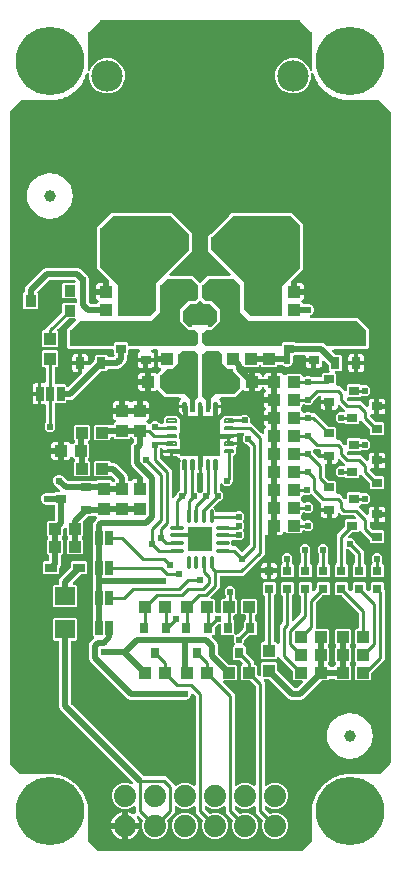
<source format=gbr>
G04 EAGLE Gerber RS-274X export*
G75*
%MOMM*%
%FSLAX34Y34*%
%LPD*%
%INGTL*%
%IPPOS*%
%AMOC8*
5,1,8,0,0,1.08239X$1,22.5*%
G01*
%ADD10C,2.667000*%
%ADD11R,1.100000X1.000000*%
%ADD12C,5.800000*%
%ADD13C,1.108000*%
%ADD14R,1.000000X1.100000*%
%ADD15R,0.900000X1.000000*%
%ADD16R,0.900000X1.100000*%
%ADD17R,0.800000X0.900000*%
%ADD18R,0.635000X1.270000*%
%ADD19R,0.900000X0.800000*%
%ADD20R,0.800000X0.800000*%
%ADD21R,1.000000X0.800000*%
%ADD22R,0.800000X1.000000*%
%ADD23C,0.200000*%
%ADD24R,3.350000X3.350000*%
%ADD25C,1.879600*%
%ADD26R,2.100000X2.100000*%
%ADD27C,0.300000*%
%ADD28R,1.800000X1.600000*%
%ADD29C,1.000000*%
%ADD30C,0.400000*%
%ADD31C,0.604800*%
%ADD32C,0.254000*%
%ADD33C,0.508000*%
%ADD34C,2.540000*%

G36*
X86304Y-351777D02*
X86304Y-351777D01*
X86403Y-351774D01*
X86461Y-351757D01*
X86521Y-351749D01*
X86614Y-351713D01*
X86709Y-351685D01*
X86761Y-351655D01*
X86817Y-351632D01*
X86897Y-351574D01*
X86983Y-351524D01*
X87058Y-351458D01*
X87075Y-351446D01*
X87082Y-351436D01*
X87103Y-351418D01*
X94243Y-344278D01*
X94303Y-344200D01*
X94371Y-344128D01*
X94400Y-344075D01*
X94437Y-344027D01*
X94477Y-343936D01*
X94525Y-343850D01*
X94540Y-343791D01*
X94564Y-343735D01*
X94579Y-343637D01*
X94604Y-343542D01*
X94610Y-343442D01*
X94614Y-343421D01*
X94612Y-343409D01*
X94614Y-343381D01*
X94614Y-319481D01*
X94608Y-319427D01*
X94610Y-319373D01*
X94588Y-319270D01*
X94581Y-319215D01*
X94611Y-318792D01*
X94610Y-318771D01*
X94614Y-318702D01*
X94614Y-318292D01*
X94619Y-318280D01*
X94628Y-318227D01*
X94645Y-318175D01*
X94667Y-318016D01*
X94894Y-314839D01*
X94893Y-314830D01*
X94895Y-314822D01*
X94885Y-314671D01*
X94877Y-314521D01*
X94874Y-314513D01*
X94873Y-314504D01*
X94870Y-314494D01*
X94923Y-314249D01*
X94924Y-314239D01*
X94927Y-314230D01*
X94949Y-314070D01*
X94968Y-313799D01*
X95037Y-313668D01*
X95039Y-313659D01*
X95043Y-313652D01*
X95087Y-313497D01*
X95780Y-310309D01*
X95781Y-310301D01*
X95784Y-310293D01*
X95795Y-310142D01*
X95808Y-309993D01*
X95807Y-309984D01*
X95808Y-309976D01*
X95806Y-309965D01*
X95893Y-309730D01*
X95895Y-309721D01*
X95900Y-309712D01*
X95944Y-309557D01*
X96002Y-309292D01*
X96088Y-309171D01*
X96091Y-309163D01*
X96096Y-309156D01*
X96162Y-309009D01*
X97302Y-305952D01*
X97304Y-305944D01*
X97308Y-305937D01*
X97340Y-305790D01*
X97375Y-305643D01*
X97375Y-305634D01*
X97377Y-305626D01*
X97376Y-305615D01*
X97496Y-305396D01*
X97500Y-305386D01*
X97505Y-305378D01*
X97571Y-305231D01*
X97666Y-304976D01*
X97769Y-304869D01*
X97773Y-304862D01*
X97779Y-304856D01*
X97865Y-304719D01*
X99428Y-301856D01*
X99431Y-301849D01*
X99436Y-301842D01*
X99489Y-301701D01*
X99545Y-301560D01*
X99546Y-301552D01*
X99549Y-301544D01*
X99550Y-301533D01*
X99700Y-301333D01*
X99705Y-301324D01*
X99712Y-301316D01*
X99798Y-301180D01*
X99928Y-300942D01*
X100045Y-300851D01*
X100050Y-300844D01*
X100057Y-300839D01*
X100161Y-300716D01*
X102116Y-298105D01*
X102120Y-298097D01*
X102126Y-298091D01*
X102199Y-297959D01*
X102273Y-297828D01*
X102275Y-297820D01*
X102280Y-297813D01*
X102282Y-297802D01*
X102459Y-297625D01*
X102465Y-297617D01*
X102473Y-297611D01*
X102578Y-297488D01*
X102740Y-297271D01*
X102870Y-297197D01*
X102876Y-297191D01*
X102883Y-297187D01*
X103004Y-297080D01*
X105310Y-294774D01*
X105315Y-294767D01*
X105322Y-294762D01*
X105412Y-294642D01*
X105505Y-294522D01*
X105509Y-294515D01*
X105514Y-294508D01*
X105518Y-294497D01*
X105718Y-294348D01*
X105725Y-294341D01*
X105734Y-294335D01*
X105855Y-294229D01*
X106047Y-294037D01*
X106185Y-293982D01*
X106192Y-293977D01*
X106200Y-293974D01*
X106335Y-293886D01*
X108946Y-291931D01*
X108952Y-291925D01*
X108960Y-291921D01*
X109066Y-291815D01*
X109175Y-291710D01*
X109179Y-291703D01*
X109185Y-291697D01*
X109191Y-291687D01*
X109410Y-291568D01*
X109419Y-291562D01*
X109428Y-291558D01*
X109563Y-291470D01*
X109780Y-291307D01*
X109925Y-291272D01*
X109932Y-291268D01*
X109941Y-291266D01*
X110086Y-291198D01*
X112949Y-289635D01*
X112956Y-289630D01*
X112964Y-289627D01*
X113085Y-289537D01*
X113207Y-289449D01*
X113213Y-289442D01*
X113219Y-289437D01*
X113227Y-289428D01*
X113461Y-289341D01*
X113470Y-289336D01*
X113480Y-289334D01*
X113626Y-289266D01*
X113864Y-289136D01*
X114012Y-289122D01*
X114020Y-289119D01*
X114028Y-289119D01*
X114182Y-289072D01*
X117239Y-287932D01*
X117246Y-287928D01*
X117255Y-287926D01*
X117388Y-287854D01*
X117520Y-287784D01*
X117527Y-287779D01*
X117534Y-287775D01*
X117543Y-287767D01*
X117787Y-287714D01*
X117796Y-287710D01*
X117806Y-287709D01*
X117960Y-287663D01*
X118215Y-287568D01*
X118363Y-287576D01*
X118372Y-287574D01*
X118380Y-287574D01*
X118539Y-287550D01*
X121727Y-286857D01*
X121735Y-286854D01*
X121743Y-286853D01*
X121884Y-286801D01*
X122027Y-286751D01*
X122034Y-286746D01*
X122042Y-286743D01*
X122051Y-286737D01*
X122300Y-286719D01*
X122310Y-286717D01*
X122320Y-286717D01*
X122479Y-286693D01*
X122745Y-286635D01*
X122891Y-286664D01*
X122899Y-286664D01*
X122908Y-286665D01*
X123069Y-286664D01*
X126246Y-286437D01*
X126299Y-286426D01*
X126353Y-286424D01*
X126454Y-286395D01*
X126508Y-286384D01*
X126932Y-286384D01*
X126953Y-286382D01*
X127022Y-286381D01*
X127432Y-286352D01*
X127444Y-286356D01*
X127498Y-286361D01*
X127550Y-286374D01*
X127711Y-286384D01*
X151611Y-286384D01*
X151709Y-286372D01*
X151808Y-286369D01*
X151866Y-286352D01*
X151926Y-286344D01*
X152019Y-286308D01*
X152114Y-286280D01*
X152166Y-286250D01*
X152222Y-286227D01*
X152302Y-286169D01*
X152388Y-286119D01*
X152463Y-286053D01*
X152480Y-286041D01*
X152487Y-286031D01*
X152508Y-286013D01*
X160918Y-277603D01*
X160978Y-277525D01*
X161046Y-277453D01*
X161075Y-277400D01*
X161112Y-277352D01*
X161152Y-277261D01*
X161200Y-277175D01*
X161215Y-277116D01*
X161239Y-277060D01*
X161254Y-276962D01*
X161279Y-276867D01*
X161285Y-276767D01*
X161289Y-276746D01*
X161287Y-276734D01*
X161289Y-276706D01*
X161289Y274166D01*
X161277Y274264D01*
X161274Y274363D01*
X161257Y274421D01*
X161249Y274481D01*
X161213Y274574D01*
X161185Y274669D01*
X161155Y274721D01*
X161132Y274777D01*
X161074Y274857D01*
X161024Y274943D01*
X160958Y275018D01*
X160946Y275034D01*
X160936Y275042D01*
X160918Y275063D01*
X152508Y283473D01*
X152430Y283533D01*
X152358Y283601D01*
X152305Y283630D01*
X152257Y283667D01*
X152166Y283707D01*
X152080Y283755D01*
X152021Y283770D01*
X151965Y283794D01*
X151867Y283809D01*
X151772Y283834D01*
X151672Y283840D01*
X151651Y283844D01*
X151639Y283842D01*
X151611Y283844D01*
X127711Y283844D01*
X127657Y283838D01*
X127603Y283840D01*
X127500Y283818D01*
X127445Y283811D01*
X127022Y283841D01*
X127001Y283840D01*
X126932Y283844D01*
X126522Y283844D01*
X126510Y283849D01*
X126457Y283858D01*
X126405Y283875D01*
X126246Y283897D01*
X123069Y284124D01*
X123060Y284123D01*
X123052Y284125D01*
X122903Y284115D01*
X122751Y284107D01*
X122743Y284104D01*
X122734Y284103D01*
X122724Y284100D01*
X122479Y284153D01*
X122469Y284154D01*
X122460Y284157D01*
X122300Y284179D01*
X122029Y284198D01*
X121898Y284267D01*
X121889Y284269D01*
X121882Y284273D01*
X121727Y284317D01*
X118539Y285010D01*
X118531Y285011D01*
X118523Y285014D01*
X118372Y285025D01*
X118223Y285038D01*
X118214Y285037D01*
X118206Y285038D01*
X118195Y285036D01*
X117960Y285123D01*
X117951Y285125D01*
X117942Y285130D01*
X117787Y285174D01*
X117522Y285232D01*
X117401Y285318D01*
X117393Y285321D01*
X117386Y285326D01*
X117239Y285392D01*
X114182Y286532D01*
X114174Y286534D01*
X114167Y286538D01*
X114020Y286570D01*
X113873Y286605D01*
X113864Y286605D01*
X113856Y286607D01*
X113845Y286606D01*
X113626Y286726D01*
X113616Y286730D01*
X113608Y286735D01*
X113461Y286801D01*
X113206Y286896D01*
X113099Y286999D01*
X113092Y287003D01*
X113086Y287009D01*
X112949Y287095D01*
X110086Y288658D01*
X110079Y288661D01*
X110072Y288666D01*
X109931Y288719D01*
X109790Y288775D01*
X109782Y288776D01*
X109774Y288779D01*
X109763Y288780D01*
X109563Y288930D01*
X109556Y288934D01*
X109550Y288939D01*
X109548Y288940D01*
X109546Y288942D01*
X109410Y289028D01*
X109172Y289158D01*
X109081Y289275D01*
X109074Y289280D01*
X109069Y289287D01*
X108946Y289391D01*
X106335Y291346D01*
X106327Y291350D01*
X106321Y291356D01*
X106189Y291429D01*
X106058Y291503D01*
X106050Y291505D01*
X106043Y291510D01*
X106032Y291512D01*
X105855Y291689D01*
X105847Y291695D01*
X105841Y291703D01*
X105718Y291808D01*
X105501Y291970D01*
X105427Y292100D01*
X105421Y292106D01*
X105417Y292113D01*
X105310Y292234D01*
X103004Y294540D01*
X102997Y294545D01*
X102992Y294552D01*
X102872Y294642D01*
X102752Y294735D01*
X102745Y294739D01*
X102738Y294744D01*
X102727Y294748D01*
X102578Y294948D01*
X102571Y294955D01*
X102565Y294964D01*
X102459Y295085D01*
X102267Y295277D01*
X102212Y295415D01*
X102207Y295422D01*
X102204Y295430D01*
X102116Y295565D01*
X100161Y298176D01*
X100155Y298182D01*
X100151Y298190D01*
X100045Y298296D01*
X99940Y298405D01*
X99933Y298409D01*
X99927Y298415D01*
X99917Y298421D01*
X99798Y298640D01*
X99792Y298649D01*
X99788Y298658D01*
X99700Y298793D01*
X99537Y299010D01*
X99502Y299155D01*
X99498Y299162D01*
X99496Y299171D01*
X99428Y299316D01*
X97865Y302179D01*
X97860Y302186D01*
X97857Y302194D01*
X97767Y302315D01*
X97679Y302437D01*
X97672Y302443D01*
X97667Y302450D01*
X97658Y302457D01*
X97571Y302691D01*
X97566Y302700D01*
X97564Y302710D01*
X97496Y302855D01*
X97366Y303094D01*
X97352Y303242D01*
X97349Y303250D01*
X97349Y303258D01*
X97302Y303412D01*
X96162Y306469D01*
X96158Y306476D01*
X96156Y306485D01*
X96084Y306617D01*
X96014Y306750D01*
X96009Y306757D01*
X96005Y306764D01*
X95903Y306874D01*
X95801Y306987D01*
X95794Y306991D01*
X95788Y306998D01*
X95659Y307093D01*
X95555Y307160D01*
X95552Y307161D01*
X95550Y307163D01*
X95411Y307229D01*
X95268Y307297D01*
X95265Y307297D01*
X95262Y307299D01*
X95112Y307327D01*
X94956Y307358D01*
X94953Y307358D01*
X94949Y307359D01*
X94796Y307349D01*
X94638Y307340D01*
X94635Y307339D01*
X94632Y307339D01*
X94486Y307291D01*
X94335Y307244D01*
X94333Y307242D01*
X94330Y307241D01*
X94199Y307158D01*
X94066Y307075D01*
X94064Y307072D01*
X94061Y307071D01*
X93954Y306957D01*
X93847Y306844D01*
X93845Y306841D01*
X93843Y306839D01*
X93768Y306703D01*
X93692Y306567D01*
X93691Y306563D01*
X93689Y306561D01*
X93651Y306412D01*
X93611Y306259D01*
X93611Y306256D01*
X93610Y306253D01*
X93600Y306092D01*
X93600Y301844D01*
X91337Y296383D01*
X87157Y292203D01*
X81696Y289940D01*
X75784Y289940D01*
X70323Y292203D01*
X66143Y296383D01*
X63880Y301844D01*
X63880Y307756D01*
X66143Y313217D01*
X70323Y317397D01*
X75784Y319660D01*
X81696Y319660D01*
X87157Y317397D01*
X91337Y313217D01*
X92770Y309758D01*
X92793Y309718D01*
X92809Y309674D01*
X92872Y309580D01*
X92928Y309482D01*
X92960Y309449D01*
X92986Y309410D01*
X93070Y309335D01*
X93149Y309254D01*
X93189Y309229D01*
X93223Y309199D01*
X93324Y309147D01*
X93420Y309087D01*
X93464Y309074D01*
X93506Y309053D01*
X93616Y309027D01*
X93724Y308994D01*
X93770Y308992D01*
X93816Y308981D01*
X93929Y308984D01*
X94042Y308979D01*
X94087Y308988D01*
X94134Y308989D01*
X94242Y309020D01*
X94353Y309043D01*
X94395Y309063D01*
X94439Y309076D01*
X94537Y309133D01*
X94639Y309183D01*
X94674Y309213D01*
X94714Y309236D01*
X94795Y309316D01*
X94881Y309389D01*
X94908Y309427D01*
X94941Y309460D01*
X94999Y309556D01*
X95064Y309649D01*
X95080Y309693D01*
X95104Y309732D01*
X95137Y309841D01*
X95177Y309947D01*
X95182Y309993D01*
X95195Y310037D01*
X95199Y310150D01*
X95212Y310263D01*
X95205Y310309D01*
X95207Y310355D01*
X95183Y310514D01*
X95087Y310957D01*
X95084Y310965D01*
X95083Y310973D01*
X95031Y311115D01*
X94981Y311257D01*
X94976Y311264D01*
X94973Y311272D01*
X94967Y311281D01*
X94949Y311530D01*
X94947Y311540D01*
X94947Y311550D01*
X94923Y311709D01*
X94865Y311975D01*
X94894Y312121D01*
X94894Y312129D01*
X94895Y312138D01*
X94894Y312299D01*
X94667Y315476D01*
X94656Y315529D01*
X94654Y315583D01*
X94625Y315684D01*
X94614Y315738D01*
X94614Y316162D01*
X94612Y316183D01*
X94611Y316253D01*
X94582Y316662D01*
X94586Y316674D01*
X94591Y316728D01*
X94604Y316780D01*
X94614Y316941D01*
X94614Y340841D01*
X94602Y340939D01*
X94599Y341038D01*
X94582Y341096D01*
X94574Y341156D01*
X94538Y341249D01*
X94510Y341344D01*
X94480Y341396D01*
X94457Y341452D01*
X94399Y341532D01*
X94349Y341618D01*
X94283Y341693D01*
X94271Y341709D01*
X94261Y341717D01*
X94243Y341738D01*
X84563Y351418D01*
X84485Y351478D01*
X84413Y351546D01*
X84360Y351575D01*
X84312Y351612D01*
X84221Y351652D01*
X84135Y351700D01*
X84076Y351715D01*
X84020Y351739D01*
X83922Y351754D01*
X83827Y351779D01*
X83727Y351785D01*
X83706Y351789D01*
X83694Y351787D01*
X83666Y351789D01*
X-83666Y351789D01*
X-83764Y351777D01*
X-83863Y351774D01*
X-83921Y351757D01*
X-83981Y351749D01*
X-84074Y351713D01*
X-84169Y351685D01*
X-84221Y351655D01*
X-84277Y351632D01*
X-84357Y351574D01*
X-84443Y351524D01*
X-84518Y351458D01*
X-84534Y351446D01*
X-84542Y351436D01*
X-84563Y351418D01*
X-94243Y341738D01*
X-94303Y341660D01*
X-94371Y341588D01*
X-94400Y341535D01*
X-94437Y341487D01*
X-94477Y341396D01*
X-94525Y341310D01*
X-94540Y341251D01*
X-94564Y341195D01*
X-94579Y341097D01*
X-94604Y341002D01*
X-94610Y340902D01*
X-94614Y340881D01*
X-94612Y340869D01*
X-94614Y340841D01*
X-94614Y316941D01*
X-94608Y316887D01*
X-94610Y316833D01*
X-94588Y316730D01*
X-94581Y316675D01*
X-94611Y316252D01*
X-94610Y316231D01*
X-94614Y316162D01*
X-94614Y315752D01*
X-94619Y315740D01*
X-94628Y315687D01*
X-94645Y315635D01*
X-94667Y315476D01*
X-94894Y312299D01*
X-94893Y312290D01*
X-94895Y312282D01*
X-94885Y312131D01*
X-94877Y311981D01*
X-94874Y311973D01*
X-94873Y311964D01*
X-94870Y311954D01*
X-94923Y311709D01*
X-94924Y311699D01*
X-94927Y311690D01*
X-94949Y311530D01*
X-94968Y311259D01*
X-95037Y311128D01*
X-95039Y311119D01*
X-95043Y311112D01*
X-95087Y310957D01*
X-95183Y310514D01*
X-95187Y310468D01*
X-95199Y310423D01*
X-95201Y310310D01*
X-95211Y310197D01*
X-95204Y310152D01*
X-95204Y310105D01*
X-95178Y309995D01*
X-95160Y309883D01*
X-95141Y309841D01*
X-95130Y309796D01*
X-95077Y309696D01*
X-95032Y309592D01*
X-95003Y309556D01*
X-94982Y309515D01*
X-94906Y309431D01*
X-94836Y309342D01*
X-94799Y309314D01*
X-94768Y309279D01*
X-94673Y309217D01*
X-94583Y309148D01*
X-94541Y309130D01*
X-94502Y309105D01*
X-94395Y309068D01*
X-94291Y309023D01*
X-94245Y309016D01*
X-94201Y309001D01*
X-94088Y308992D01*
X-93976Y308975D01*
X-93930Y308980D01*
X-93884Y308976D01*
X-93773Y308996D01*
X-93660Y309007D01*
X-93616Y309023D01*
X-93571Y309031D01*
X-93468Y309077D01*
X-93361Y309116D01*
X-93323Y309142D01*
X-93281Y309161D01*
X-93193Y309232D01*
X-93099Y309296D01*
X-93069Y309331D01*
X-93032Y309360D01*
X-92964Y309450D01*
X-92890Y309535D01*
X-92869Y309577D01*
X-92841Y309614D01*
X-92770Y309758D01*
X-91337Y313217D01*
X-87157Y317397D01*
X-81696Y319660D01*
X-75784Y319660D01*
X-70323Y317397D01*
X-66143Y313217D01*
X-63880Y307756D01*
X-63880Y301844D01*
X-66143Y296383D01*
X-70323Y292203D01*
X-75784Y289940D01*
X-81696Y289940D01*
X-87157Y292203D01*
X-91337Y296383D01*
X-93600Y301844D01*
X-93600Y306092D01*
X-93600Y306095D01*
X-93600Y306099D01*
X-93620Y306252D01*
X-93640Y306407D01*
X-93641Y306411D01*
X-93641Y306414D01*
X-93699Y306559D01*
X-93757Y306703D01*
X-93759Y306706D01*
X-93760Y306709D01*
X-93853Y306836D01*
X-93943Y306960D01*
X-93946Y306963D01*
X-93948Y306965D01*
X-94068Y307063D01*
X-94188Y307163D01*
X-94192Y307165D01*
X-94194Y307167D01*
X-94336Y307233D01*
X-94476Y307299D01*
X-94479Y307299D01*
X-94483Y307301D01*
X-94638Y307330D01*
X-94788Y307359D01*
X-94792Y307358D01*
X-94795Y307359D01*
X-94950Y307349D01*
X-95106Y307339D01*
X-95109Y307338D01*
X-95113Y307338D01*
X-95261Y307289D01*
X-95408Y307241D01*
X-95411Y307239D01*
X-95415Y307238D01*
X-95555Y307160D01*
X-95659Y307093D01*
X-95665Y307088D01*
X-95673Y307084D01*
X-95787Y306986D01*
X-95903Y306889D01*
X-95908Y306882D01*
X-95914Y306876D01*
X-96000Y306753D01*
X-96088Y306631D01*
X-96091Y306623D01*
X-96096Y306616D01*
X-96162Y306469D01*
X-97302Y303412D01*
X-97304Y303404D01*
X-97308Y303397D01*
X-97340Y303250D01*
X-97375Y303103D01*
X-97375Y303094D01*
X-97377Y303086D01*
X-97376Y303075D01*
X-97496Y302856D01*
X-97500Y302846D01*
X-97505Y302838D01*
X-97571Y302691D01*
X-97666Y302436D01*
X-97769Y302329D01*
X-97773Y302322D01*
X-97779Y302316D01*
X-97865Y302179D01*
X-99428Y299316D01*
X-99431Y299309D01*
X-99436Y299302D01*
X-99489Y299161D01*
X-99545Y299020D01*
X-99546Y299012D01*
X-99549Y299004D01*
X-99550Y298993D01*
X-99700Y298793D01*
X-99705Y298784D01*
X-99712Y298776D01*
X-99798Y298640D01*
X-99928Y298402D01*
X-100045Y298311D01*
X-100050Y298304D01*
X-100057Y298299D01*
X-100161Y298176D01*
X-102116Y295565D01*
X-102120Y295557D01*
X-102126Y295551D01*
X-102199Y295419D01*
X-102273Y295288D01*
X-102275Y295280D01*
X-102280Y295273D01*
X-102282Y295262D01*
X-102459Y295085D01*
X-102465Y295077D01*
X-102473Y295071D01*
X-102578Y294948D01*
X-102740Y294731D01*
X-102870Y294657D01*
X-102876Y294651D01*
X-102883Y294647D01*
X-103004Y294540D01*
X-105310Y292234D01*
X-105316Y292227D01*
X-105322Y292222D01*
X-105412Y292103D01*
X-105505Y291982D01*
X-105509Y291975D01*
X-105514Y291968D01*
X-105518Y291957D01*
X-105718Y291808D01*
X-105725Y291801D01*
X-105734Y291795D01*
X-105855Y291689D01*
X-106047Y291497D01*
X-106185Y291442D01*
X-106192Y291437D01*
X-106200Y291434D01*
X-106335Y291346D01*
X-108946Y289391D01*
X-108952Y289385D01*
X-108960Y289381D01*
X-109066Y289275D01*
X-109175Y289170D01*
X-109179Y289163D01*
X-109185Y289157D01*
X-109191Y289147D01*
X-109410Y289028D01*
X-109413Y289026D01*
X-109414Y289025D01*
X-109420Y289021D01*
X-109428Y289018D01*
X-109563Y288930D01*
X-109780Y288767D01*
X-109925Y288732D01*
X-109932Y288728D01*
X-109941Y288726D01*
X-110086Y288658D01*
X-112949Y287095D01*
X-112956Y287090D01*
X-112964Y287087D01*
X-113085Y286997D01*
X-113207Y286909D01*
X-113213Y286902D01*
X-113219Y286897D01*
X-113227Y286888D01*
X-113461Y286801D01*
X-113470Y286796D01*
X-113480Y286794D01*
X-113626Y286726D01*
X-113864Y286596D01*
X-114012Y286582D01*
X-114020Y286579D01*
X-114028Y286579D01*
X-114182Y286532D01*
X-117239Y285392D01*
X-117246Y285388D01*
X-117255Y285386D01*
X-117388Y285314D01*
X-117520Y285244D01*
X-117527Y285239D01*
X-117534Y285235D01*
X-117543Y285227D01*
X-117787Y285174D01*
X-117796Y285170D01*
X-117806Y285169D01*
X-117960Y285123D01*
X-118215Y285028D01*
X-118363Y285036D01*
X-118372Y285034D01*
X-118380Y285034D01*
X-118539Y285010D01*
X-121727Y284317D01*
X-121735Y284314D01*
X-121743Y284313D01*
X-121884Y284261D01*
X-122027Y284211D01*
X-122034Y284206D01*
X-122042Y284203D01*
X-122051Y284197D01*
X-122300Y284179D01*
X-122310Y284177D01*
X-122320Y284177D01*
X-122479Y284153D01*
X-122745Y284095D01*
X-122891Y284124D01*
X-122899Y284124D01*
X-122908Y284125D01*
X-123069Y284124D01*
X-126246Y283897D01*
X-126299Y283886D01*
X-126353Y283884D01*
X-126454Y283855D01*
X-126508Y283844D01*
X-126932Y283844D01*
X-126953Y283842D01*
X-127023Y283841D01*
X-127432Y283812D01*
X-127444Y283816D01*
X-127498Y283821D01*
X-127550Y283834D01*
X-127711Y283844D01*
X-151611Y283844D01*
X-151709Y283832D01*
X-151808Y283829D01*
X-151866Y283812D01*
X-151926Y283804D01*
X-152019Y283768D01*
X-152114Y283740D01*
X-152166Y283710D01*
X-152222Y283687D01*
X-152302Y283629D01*
X-152388Y283579D01*
X-152463Y283513D01*
X-152479Y283501D01*
X-152487Y283491D01*
X-152508Y283473D01*
X-160918Y275063D01*
X-160978Y274985D01*
X-161046Y274913D01*
X-161075Y274860D01*
X-161112Y274812D01*
X-161152Y274721D01*
X-161200Y274635D01*
X-161215Y274576D01*
X-161239Y274520D01*
X-161254Y274422D01*
X-161279Y274327D01*
X-161285Y274227D01*
X-161289Y274206D01*
X-161287Y274194D01*
X-161289Y274166D01*
X-161289Y-276706D01*
X-161277Y-276804D01*
X-161274Y-276903D01*
X-161257Y-276961D01*
X-161249Y-277021D01*
X-161213Y-277114D01*
X-161185Y-277209D01*
X-161155Y-277261D01*
X-161132Y-277317D01*
X-161074Y-277397D01*
X-161024Y-277483D01*
X-160958Y-277558D01*
X-160946Y-277574D01*
X-160936Y-277582D01*
X-160918Y-277603D01*
X-152508Y-286013D01*
X-152430Y-286073D01*
X-152358Y-286141D01*
X-152305Y-286170D01*
X-152257Y-286207D01*
X-152166Y-286247D01*
X-152080Y-286295D01*
X-152021Y-286310D01*
X-151965Y-286334D01*
X-151867Y-286349D01*
X-151772Y-286374D01*
X-151672Y-286380D01*
X-151651Y-286384D01*
X-151639Y-286382D01*
X-151611Y-286384D01*
X-127711Y-286384D01*
X-127657Y-286378D01*
X-127603Y-286380D01*
X-127500Y-286358D01*
X-127445Y-286351D01*
X-127022Y-286381D01*
X-127001Y-286380D01*
X-126932Y-286384D01*
X-126522Y-286384D01*
X-126510Y-286389D01*
X-126457Y-286398D01*
X-126405Y-286415D01*
X-126246Y-286437D01*
X-123069Y-286664D01*
X-123060Y-286663D01*
X-123052Y-286665D01*
X-122901Y-286655D01*
X-122751Y-286647D01*
X-122743Y-286644D01*
X-122734Y-286643D01*
X-122724Y-286640D01*
X-122479Y-286693D01*
X-122469Y-286694D01*
X-122460Y-286697D01*
X-122300Y-286719D01*
X-122029Y-286738D01*
X-121898Y-286807D01*
X-121889Y-286809D01*
X-121882Y-286813D01*
X-121727Y-286857D01*
X-118539Y-287550D01*
X-118531Y-287551D01*
X-118523Y-287554D01*
X-118372Y-287565D01*
X-118223Y-287578D01*
X-118214Y-287577D01*
X-118206Y-287578D01*
X-118195Y-287576D01*
X-117960Y-287663D01*
X-117951Y-287665D01*
X-117942Y-287670D01*
X-117787Y-287714D01*
X-117522Y-287772D01*
X-117401Y-287858D01*
X-117393Y-287861D01*
X-117386Y-287866D01*
X-117239Y-287932D01*
X-114182Y-289072D01*
X-114174Y-289074D01*
X-114167Y-289078D01*
X-114020Y-289110D01*
X-113873Y-289145D01*
X-113864Y-289145D01*
X-113856Y-289147D01*
X-113845Y-289146D01*
X-113626Y-289266D01*
X-113616Y-289270D01*
X-113608Y-289275D01*
X-113461Y-289341D01*
X-113206Y-289436D01*
X-113099Y-289539D01*
X-113092Y-289543D01*
X-113086Y-289549D01*
X-112949Y-289635D01*
X-110087Y-291198D01*
X-110079Y-291202D01*
X-110072Y-291206D01*
X-109930Y-291260D01*
X-109790Y-291315D01*
X-109782Y-291316D01*
X-109774Y-291319D01*
X-109763Y-291320D01*
X-109563Y-291470D01*
X-109554Y-291475D01*
X-109546Y-291482D01*
X-109410Y-291568D01*
X-109172Y-291698D01*
X-109081Y-291815D01*
X-109074Y-291820D01*
X-109069Y-291827D01*
X-108946Y-291931D01*
X-106335Y-293886D01*
X-106327Y-293890D01*
X-106321Y-293896D01*
X-106189Y-293969D01*
X-106058Y-294043D01*
X-106050Y-294045D01*
X-106043Y-294050D01*
X-106032Y-294052D01*
X-105855Y-294229D01*
X-105847Y-294235D01*
X-105841Y-294243D01*
X-105718Y-294348D01*
X-105501Y-294510D01*
X-105427Y-294640D01*
X-105421Y-294646D01*
X-105417Y-294653D01*
X-105310Y-294774D01*
X-103004Y-297080D01*
X-102997Y-297086D01*
X-102992Y-297092D01*
X-102873Y-297182D01*
X-102752Y-297275D01*
X-102745Y-297279D01*
X-102738Y-297284D01*
X-102727Y-297288D01*
X-102578Y-297488D01*
X-102571Y-297495D01*
X-102565Y-297504D01*
X-102459Y-297625D01*
X-102267Y-297817D01*
X-102212Y-297955D01*
X-102207Y-297962D01*
X-102204Y-297970D01*
X-102116Y-298105D01*
X-100161Y-300716D01*
X-100155Y-300722D01*
X-100151Y-300730D01*
X-100045Y-300836D01*
X-99940Y-300945D01*
X-99933Y-300949D01*
X-99927Y-300955D01*
X-99917Y-300961D01*
X-99798Y-301180D01*
X-99792Y-301189D01*
X-99788Y-301198D01*
X-99700Y-301333D01*
X-99537Y-301550D01*
X-99502Y-301695D01*
X-99498Y-301702D01*
X-99496Y-301711D01*
X-99428Y-301856D01*
X-97865Y-304719D01*
X-97860Y-304726D01*
X-97857Y-304734D01*
X-97767Y-304855D01*
X-97679Y-304977D01*
X-97672Y-304983D01*
X-97667Y-304989D01*
X-97658Y-304997D01*
X-97571Y-305231D01*
X-97566Y-305240D01*
X-97564Y-305250D01*
X-97496Y-305396D01*
X-97366Y-305634D01*
X-97352Y-305782D01*
X-97349Y-305790D01*
X-97349Y-305798D01*
X-97302Y-305952D01*
X-96162Y-309009D01*
X-96158Y-309016D01*
X-96156Y-309025D01*
X-96084Y-309158D01*
X-96014Y-309290D01*
X-96009Y-309297D01*
X-96005Y-309304D01*
X-95997Y-309313D01*
X-95944Y-309557D01*
X-95940Y-309566D01*
X-95939Y-309576D01*
X-95893Y-309730D01*
X-95798Y-309985D01*
X-95806Y-310133D01*
X-95804Y-310142D01*
X-95804Y-310150D01*
X-95780Y-310309D01*
X-95087Y-313497D01*
X-95084Y-313505D01*
X-95083Y-313513D01*
X-95031Y-313654D01*
X-94981Y-313797D01*
X-94976Y-313804D01*
X-94973Y-313812D01*
X-94967Y-313821D01*
X-94949Y-314070D01*
X-94947Y-314080D01*
X-94947Y-314090D01*
X-94923Y-314249D01*
X-94865Y-314515D01*
X-94894Y-314661D01*
X-94894Y-314669D01*
X-94895Y-314678D01*
X-94894Y-314839D01*
X-94667Y-318016D01*
X-94656Y-318069D01*
X-94654Y-318123D01*
X-94625Y-318224D01*
X-94614Y-318278D01*
X-94614Y-318702D01*
X-94612Y-318723D01*
X-94611Y-318793D01*
X-94582Y-319202D01*
X-94586Y-319214D01*
X-94591Y-319268D01*
X-94604Y-319320D01*
X-94614Y-319481D01*
X-94614Y-343381D01*
X-94602Y-343479D01*
X-94599Y-343578D01*
X-94582Y-343636D01*
X-94574Y-343696D01*
X-94538Y-343789D01*
X-94510Y-343884D01*
X-94480Y-343936D01*
X-94457Y-343992D01*
X-94399Y-344072D01*
X-94349Y-344158D01*
X-94283Y-344233D01*
X-94271Y-344249D01*
X-94261Y-344257D01*
X-94243Y-344278D01*
X-87103Y-351418D01*
X-87025Y-351478D01*
X-86953Y-351546D01*
X-86900Y-351575D01*
X-86852Y-351612D01*
X-86761Y-351652D01*
X-86675Y-351700D01*
X-86616Y-351715D01*
X-86560Y-351739D01*
X-86462Y-351754D01*
X-86367Y-351779D01*
X-86267Y-351785D01*
X-86246Y-351789D01*
X-86234Y-351787D01*
X-86206Y-351789D01*
X86206Y-351789D01*
X86304Y-351777D01*
G37*
%LPC*%
G36*
X-40273Y-341123D02*
X-40273Y-341123D01*
X-44287Y-339460D01*
X-47360Y-336387D01*
X-49023Y-332373D01*
X-49023Y-328027D01*
X-48363Y-326434D01*
X-48355Y-326406D01*
X-48342Y-326380D01*
X-48313Y-326253D01*
X-48279Y-326128D01*
X-48278Y-326098D01*
X-48272Y-326069D01*
X-48276Y-325940D01*
X-48274Y-325810D01*
X-48281Y-325781D01*
X-48282Y-325751D01*
X-48318Y-325627D01*
X-48348Y-325500D01*
X-48362Y-325474D01*
X-48370Y-325446D01*
X-48436Y-325334D01*
X-48497Y-325219D01*
X-48517Y-325197D01*
X-48532Y-325172D01*
X-48638Y-325051D01*
X-51303Y-322386D01*
X-51397Y-322313D01*
X-51487Y-322234D01*
X-51522Y-322216D01*
X-51554Y-322191D01*
X-51664Y-322144D01*
X-51770Y-322090D01*
X-51809Y-322081D01*
X-51846Y-322065D01*
X-51964Y-322046D01*
X-52080Y-322020D01*
X-52120Y-322022D01*
X-52160Y-322015D01*
X-52279Y-322026D01*
X-52398Y-322030D01*
X-52437Y-322041D01*
X-52477Y-322045D01*
X-52589Y-322085D01*
X-52704Y-322119D01*
X-52738Y-322139D01*
X-52776Y-322153D01*
X-52875Y-322220D01*
X-52977Y-322280D01*
X-53006Y-322309D01*
X-53039Y-322331D01*
X-53118Y-322421D01*
X-53203Y-322505D01*
X-53223Y-322540D01*
X-53250Y-322570D01*
X-53304Y-322676D01*
X-53365Y-322779D01*
X-53376Y-322817D01*
X-53394Y-322853D01*
X-53420Y-322969D01*
X-53454Y-323084D01*
X-53455Y-323124D01*
X-53464Y-323163D01*
X-53460Y-323283D01*
X-53464Y-323402D01*
X-53455Y-323441D01*
X-53454Y-323481D01*
X-53421Y-323596D01*
X-53395Y-323712D01*
X-53371Y-323767D01*
X-53366Y-323787D01*
X-53355Y-323804D01*
X-53331Y-323860D01*
X-52436Y-325617D01*
X-51855Y-327404D01*
X-51815Y-327661D01*
X-60961Y-327661D01*
X-60961Y-318515D01*
X-60704Y-318555D01*
X-58917Y-319136D01*
X-57243Y-319989D01*
X-56626Y-320437D01*
X-56591Y-320456D01*
X-56561Y-320482D01*
X-56452Y-320533D01*
X-56347Y-320590D01*
X-56309Y-320600D01*
X-56273Y-320617D01*
X-56156Y-320640D01*
X-56039Y-320670D01*
X-55999Y-320670D01*
X-55960Y-320677D01*
X-55841Y-320670D01*
X-55721Y-320670D01*
X-55683Y-320660D01*
X-55643Y-320657D01*
X-55529Y-320620D01*
X-55413Y-320591D01*
X-55378Y-320571D01*
X-55341Y-320559D01*
X-55239Y-320495D01*
X-55134Y-320438D01*
X-55105Y-320410D01*
X-55072Y-320389D01*
X-54990Y-320302D01*
X-54903Y-320220D01*
X-54881Y-320186D01*
X-54854Y-320157D01*
X-54796Y-320052D01*
X-54732Y-319952D01*
X-54720Y-319914D01*
X-54700Y-319879D01*
X-54671Y-319763D01*
X-54633Y-319649D01*
X-54631Y-319609D01*
X-54621Y-319571D01*
X-54611Y-319410D01*
X-54611Y-314422D01*
X-54628Y-314284D01*
X-54641Y-314146D01*
X-54648Y-314127D01*
X-54651Y-314106D01*
X-54702Y-313977D01*
X-54749Y-313846D01*
X-54760Y-313830D01*
X-54768Y-313811D01*
X-54849Y-313698D01*
X-54927Y-313583D01*
X-54943Y-313570D01*
X-54954Y-313553D01*
X-55062Y-313465D01*
X-55166Y-313373D01*
X-55184Y-313364D01*
X-55199Y-313351D01*
X-55325Y-313291D01*
X-55449Y-313228D01*
X-55469Y-313224D01*
X-55487Y-313215D01*
X-55624Y-313189D01*
X-55759Y-313159D01*
X-55780Y-313159D01*
X-55799Y-313155D01*
X-55938Y-313164D01*
X-56077Y-313168D01*
X-56097Y-313174D01*
X-56117Y-313175D01*
X-56249Y-313218D01*
X-56383Y-313257D01*
X-56400Y-313267D01*
X-56419Y-313273D01*
X-56537Y-313347D01*
X-56657Y-313418D01*
X-56678Y-313437D01*
X-56688Y-313443D01*
X-56702Y-313458D01*
X-56777Y-313525D01*
X-57313Y-314060D01*
X-61327Y-315723D01*
X-65673Y-315723D01*
X-69687Y-314060D01*
X-72760Y-310987D01*
X-74423Y-306973D01*
X-74423Y-302627D01*
X-72760Y-298613D01*
X-69687Y-295540D01*
X-65673Y-293877D01*
X-61327Y-293877D01*
X-58483Y-295055D01*
X-58416Y-295074D01*
X-58352Y-295102D01*
X-58263Y-295116D01*
X-58176Y-295139D01*
X-58107Y-295140D01*
X-58038Y-295151D01*
X-57948Y-295143D01*
X-57858Y-295144D01*
X-57791Y-295128D01*
X-57721Y-295122D01*
X-57637Y-295091D01*
X-57549Y-295070D01*
X-57488Y-295038D01*
X-57422Y-295014D01*
X-57347Y-294963D01*
X-57268Y-294921D01*
X-57217Y-294875D01*
X-57159Y-294835D01*
X-57099Y-294768D01*
X-57033Y-294708D01*
X-56994Y-294649D01*
X-56948Y-294597D01*
X-56907Y-294517D01*
X-56858Y-294442D01*
X-56835Y-294376D01*
X-56804Y-294314D01*
X-56784Y-294226D01*
X-56755Y-294141D01*
X-56749Y-294071D01*
X-56734Y-294003D01*
X-56737Y-293914D01*
X-56730Y-293824D01*
X-56742Y-293755D01*
X-56744Y-293686D01*
X-56769Y-293599D01*
X-56784Y-293511D01*
X-56813Y-293447D01*
X-56832Y-293380D01*
X-56878Y-293303D01*
X-56915Y-293221D01*
X-56958Y-293166D01*
X-56994Y-293106D01*
X-57100Y-292985D01*
X-118607Y-231478D01*
X-119381Y-229611D01*
X-119381Y-174654D01*
X-119396Y-174536D01*
X-119403Y-174417D01*
X-119416Y-174379D01*
X-119421Y-174338D01*
X-119464Y-174228D01*
X-119501Y-174115D01*
X-119523Y-174080D01*
X-119538Y-174043D01*
X-119607Y-173947D01*
X-119671Y-173846D01*
X-119701Y-173818D01*
X-119724Y-173785D01*
X-119816Y-173709D01*
X-119903Y-173628D01*
X-119938Y-173608D01*
X-119969Y-173583D01*
X-120077Y-173532D01*
X-120181Y-173474D01*
X-120221Y-173464D01*
X-120257Y-173447D01*
X-120374Y-173425D01*
X-120489Y-173395D01*
X-120549Y-173391D01*
X-120569Y-173387D01*
X-120590Y-173389D01*
X-120650Y-173385D01*
X-123932Y-173385D01*
X-124825Y-172492D01*
X-124825Y-155228D01*
X-123932Y-154335D01*
X-104668Y-154335D01*
X-103775Y-155228D01*
X-103775Y-172492D01*
X-104668Y-173385D01*
X-107950Y-173385D01*
X-108068Y-173400D01*
X-108187Y-173407D01*
X-108225Y-173420D01*
X-108266Y-173425D01*
X-108376Y-173468D01*
X-108489Y-173505D01*
X-108524Y-173527D01*
X-108561Y-173542D01*
X-108657Y-173611D01*
X-108758Y-173675D01*
X-108786Y-173705D01*
X-108819Y-173728D01*
X-108895Y-173820D01*
X-108976Y-173907D01*
X-108996Y-173942D01*
X-109021Y-173973D01*
X-109072Y-174081D01*
X-109130Y-174185D01*
X-109140Y-174225D01*
X-109157Y-174261D01*
X-109179Y-174378D01*
X-109209Y-174493D01*
X-109213Y-174553D01*
X-109217Y-174573D01*
X-109215Y-174594D01*
X-109219Y-174654D01*
X-109219Y-225970D01*
X-109207Y-226068D01*
X-109204Y-226167D01*
X-109187Y-226225D01*
X-109179Y-226285D01*
X-109143Y-226377D01*
X-109115Y-226472D01*
X-109085Y-226525D01*
X-109062Y-226581D01*
X-109004Y-226661D01*
X-108954Y-226746D01*
X-108888Y-226822D01*
X-108876Y-226838D01*
X-108866Y-226846D01*
X-108848Y-226867D01*
X-47797Y-287918D01*
X-47719Y-287978D01*
X-47647Y-288046D01*
X-47594Y-288075D01*
X-47546Y-288112D01*
X-47455Y-288152D01*
X-47368Y-288200D01*
X-47310Y-288215D01*
X-47254Y-288239D01*
X-47156Y-288254D01*
X-47060Y-288279D01*
X-46960Y-288285D01*
X-46940Y-288289D01*
X-46928Y-288287D01*
X-46900Y-288289D01*
X-28902Y-288289D01*
X-21459Y-295732D01*
X-21451Y-295754D01*
X-21440Y-295770D01*
X-21432Y-295789D01*
X-21351Y-295902D01*
X-21273Y-296017D01*
X-21257Y-296030D01*
X-21246Y-296047D01*
X-21138Y-296135D01*
X-21034Y-296227D01*
X-21016Y-296236D01*
X-21001Y-296249D01*
X-20875Y-296309D01*
X-20751Y-296372D01*
X-20731Y-296376D01*
X-20713Y-296385D01*
X-20576Y-296411D01*
X-20441Y-296441D01*
X-20420Y-296441D01*
X-20401Y-296445D01*
X-20262Y-296436D01*
X-20123Y-296432D01*
X-20103Y-296426D01*
X-20083Y-296425D01*
X-19951Y-296382D01*
X-19817Y-296343D01*
X-19800Y-296333D01*
X-19781Y-296327D01*
X-19663Y-296253D01*
X-19543Y-296182D01*
X-19522Y-296163D01*
X-19512Y-296157D01*
X-19498Y-296142D01*
X-19423Y-296075D01*
X-18887Y-295540D01*
X-14873Y-293877D01*
X-10527Y-293877D01*
X-6513Y-295540D01*
X-5977Y-296075D01*
X-5868Y-296160D01*
X-5761Y-296249D01*
X-5742Y-296258D01*
X-5726Y-296270D01*
X-5598Y-296326D01*
X-5473Y-296385D01*
X-5453Y-296389D01*
X-5434Y-296397D01*
X-5296Y-296419D01*
X-5160Y-296445D01*
X-5140Y-296443D01*
X-5120Y-296447D01*
X-4981Y-296434D01*
X-4843Y-296425D01*
X-4824Y-296419D01*
X-4804Y-296417D01*
X-4673Y-296370D01*
X-4541Y-296327D01*
X-4523Y-296316D01*
X-4504Y-296309D01*
X-4390Y-296231D01*
X-4272Y-296157D01*
X-4258Y-296142D01*
X-4241Y-296131D01*
X-4149Y-296027D01*
X-4054Y-295925D01*
X-4044Y-295907D01*
X-4031Y-295892D01*
X-3968Y-295768D01*
X-3900Y-295647D01*
X-3895Y-295627D01*
X-3886Y-295609D01*
X-3856Y-295473D01*
X-3821Y-295339D01*
X-3819Y-295311D01*
X-3816Y-295299D01*
X-3817Y-295278D01*
X-3811Y-295178D01*
X-3811Y-220544D01*
X-3823Y-220446D01*
X-3826Y-220347D01*
X-3843Y-220289D01*
X-3851Y-220229D01*
X-3887Y-220137D01*
X-3915Y-220041D01*
X-3945Y-219989D01*
X-3968Y-219933D01*
X-4026Y-219853D01*
X-4076Y-219768D01*
X-4142Y-219692D01*
X-4154Y-219676D01*
X-4164Y-219668D01*
X-4182Y-219647D01*
X-5453Y-218377D01*
X-5562Y-218292D01*
X-5669Y-218203D01*
X-5688Y-218194D01*
X-5704Y-218182D01*
X-5831Y-218126D01*
X-5957Y-218067D01*
X-5977Y-218063D01*
X-5996Y-218055D01*
X-6134Y-218033D01*
X-6270Y-218007D01*
X-6290Y-218009D01*
X-6310Y-218006D01*
X-6449Y-218019D01*
X-6587Y-218027D01*
X-6606Y-218033D01*
X-6626Y-218035D01*
X-6758Y-218083D01*
X-6889Y-218125D01*
X-6907Y-218136D01*
X-6926Y-218143D01*
X-7041Y-218221D01*
X-7158Y-218295D01*
X-7172Y-218310D01*
X-7189Y-218322D01*
X-7281Y-218426D01*
X-7376Y-218527D01*
X-7386Y-218545D01*
X-7399Y-218560D01*
X-7463Y-218684D01*
X-7530Y-218806D01*
X-7535Y-218825D01*
X-7544Y-218843D01*
X-7574Y-218979D01*
X-7609Y-219113D01*
X-7611Y-219142D01*
X-7614Y-219153D01*
X-7613Y-219174D01*
X-7619Y-219274D01*
X-7619Y-219451D01*
X-8393Y-221318D01*
X-9822Y-222747D01*
X-11689Y-223521D01*
X-59431Y-223521D01*
X-61298Y-222747D01*
X-93207Y-190838D01*
X-93981Y-188971D01*
X-93981Y-176789D01*
X-93207Y-174922D01*
X-91599Y-173314D01*
X-90038Y-171753D01*
X-89965Y-171659D01*
X-89886Y-171570D01*
X-89868Y-171534D01*
X-89843Y-171502D01*
X-89796Y-171392D01*
X-89742Y-171286D01*
X-89733Y-171247D01*
X-89717Y-171210D01*
X-89698Y-171092D01*
X-89672Y-170976D01*
X-89673Y-170936D01*
X-89667Y-170896D01*
X-89678Y-170777D01*
X-89682Y-170658D01*
X-89693Y-170619D01*
X-89697Y-170579D01*
X-89737Y-170467D01*
X-89770Y-170353D01*
X-89791Y-170318D01*
X-89804Y-170280D01*
X-89871Y-170181D01*
X-89932Y-170079D01*
X-89971Y-170033D01*
X-89983Y-170017D01*
X-89998Y-170003D01*
X-90038Y-169958D01*
X-90454Y-169542D01*
X-90454Y-164743D01*
X-90455Y-164734D01*
X-90454Y-164724D01*
X-90475Y-164576D01*
X-90494Y-164427D01*
X-90498Y-164419D01*
X-90499Y-164410D01*
X-90551Y-164257D01*
X-90835Y-163571D01*
X-90835Y-74584D01*
X-90062Y-72717D01*
X-88306Y-70961D01*
X-87843Y-70498D01*
X-87758Y-70388D01*
X-87669Y-70281D01*
X-87660Y-70262D01*
X-87648Y-70246D01*
X-87592Y-70118D01*
X-87533Y-69993D01*
X-87530Y-69973D01*
X-87521Y-69954D01*
X-87499Y-69816D01*
X-87474Y-69680D01*
X-87475Y-69660D01*
X-87472Y-69640D01*
X-87485Y-69501D01*
X-87493Y-69363D01*
X-87499Y-69344D01*
X-87501Y-69324D01*
X-87548Y-69193D01*
X-87591Y-69061D01*
X-87602Y-69043D01*
X-87609Y-69024D01*
X-87687Y-68910D01*
X-87761Y-68792D01*
X-87776Y-68778D01*
X-87788Y-68761D01*
X-87892Y-68669D01*
X-87993Y-68574D01*
X-88011Y-68564D01*
X-88026Y-68551D01*
X-88150Y-68487D01*
X-88272Y-68420D01*
X-88291Y-68415D01*
X-88309Y-68406D01*
X-88445Y-68376D01*
X-88580Y-68341D01*
X-88608Y-68339D01*
X-88620Y-68336D01*
X-88640Y-68337D01*
X-88740Y-68331D01*
X-90989Y-68331D01*
X-91087Y-68343D01*
X-91186Y-68346D01*
X-91244Y-68363D01*
X-91258Y-68365D01*
X-94494Y-68365D01*
X-94592Y-68377D01*
X-94691Y-68380D01*
X-94749Y-68397D01*
X-94809Y-68405D01*
X-94901Y-68441D01*
X-94996Y-68469D01*
X-95049Y-68499D01*
X-95105Y-68522D01*
X-95185Y-68580D01*
X-95270Y-68630D01*
X-95346Y-68696D01*
X-95362Y-68708D01*
X-95370Y-68718D01*
X-95391Y-68736D01*
X-98404Y-71749D01*
X-98464Y-71827D01*
X-98532Y-71899D01*
X-98561Y-71952D01*
X-98598Y-72000D01*
X-98638Y-72091D01*
X-98686Y-72178D01*
X-98701Y-72236D01*
X-98725Y-72292D01*
X-98740Y-72390D01*
X-98765Y-72486D01*
X-98771Y-72586D01*
X-98775Y-72606D01*
X-98773Y-72618D01*
X-98775Y-72646D01*
X-98775Y-84372D01*
X-99866Y-85462D01*
X-99939Y-85557D01*
X-100018Y-85646D01*
X-100036Y-85682D01*
X-100061Y-85714D01*
X-100108Y-85823D01*
X-100163Y-85929D01*
X-100171Y-85968D01*
X-100187Y-86006D01*
X-100206Y-86123D01*
X-100232Y-86239D01*
X-100231Y-86280D01*
X-100237Y-86320D01*
X-100226Y-86438D01*
X-100223Y-86557D01*
X-100211Y-86596D01*
X-100208Y-86636D01*
X-100167Y-86749D01*
X-100134Y-86863D01*
X-100114Y-86897D01*
X-100100Y-86936D01*
X-100033Y-87034D01*
X-99973Y-87137D01*
X-99933Y-87182D01*
X-99921Y-87199D01*
X-99906Y-87212D01*
X-99866Y-87257D01*
X-98775Y-88348D01*
X-98775Y-99612D01*
X-99668Y-100505D01*
X-111932Y-100505D01*
X-112825Y-99612D01*
X-112825Y-88348D01*
X-111734Y-87257D01*
X-111661Y-87163D01*
X-111582Y-87074D01*
X-111564Y-87038D01*
X-111539Y-87006D01*
X-111491Y-86897D01*
X-111437Y-86791D01*
X-111429Y-86752D01*
X-111413Y-86714D01*
X-111394Y-86597D01*
X-111368Y-86481D01*
X-111369Y-86440D01*
X-111363Y-86400D01*
X-111374Y-86282D01*
X-111377Y-86163D01*
X-111389Y-86124D01*
X-111392Y-86084D01*
X-111433Y-85972D01*
X-111466Y-85857D01*
X-111486Y-85822D01*
X-111500Y-85784D01*
X-111567Y-85686D01*
X-111627Y-85583D01*
X-111667Y-85538D01*
X-111679Y-85521D01*
X-111694Y-85508D01*
X-111734Y-85462D01*
X-112825Y-84372D01*
X-112825Y-79014D01*
X-112842Y-78876D01*
X-112855Y-78737D01*
X-112862Y-78718D01*
X-112865Y-78699D01*
X-112916Y-78569D01*
X-112963Y-78438D01*
X-112974Y-78421D01*
X-112982Y-78403D01*
X-113063Y-78290D01*
X-113142Y-78175D01*
X-113157Y-78162D01*
X-113168Y-78146D01*
X-113276Y-78057D01*
X-113380Y-77965D01*
X-113398Y-77956D01*
X-113413Y-77943D01*
X-113539Y-77884D01*
X-113664Y-77820D01*
X-113683Y-77816D01*
X-113701Y-77807D01*
X-113838Y-77781D01*
X-113974Y-77751D01*
X-113994Y-77751D01*
X-114013Y-77748D01*
X-114153Y-77756D01*
X-114292Y-77760D01*
X-114311Y-77766D01*
X-114331Y-77767D01*
X-114463Y-77810D01*
X-114597Y-77849D01*
X-114615Y-77859D01*
X-114633Y-77865D01*
X-114751Y-77940D01*
X-114871Y-78011D01*
X-114892Y-78029D01*
X-114902Y-78035D01*
X-114916Y-78050D01*
X-114992Y-78117D01*
X-115020Y-78146D01*
X-115403Y-78529D01*
X-115464Y-78607D01*
X-115532Y-78679D01*
X-115561Y-78732D01*
X-115598Y-78780D01*
X-115638Y-78871D01*
X-115686Y-78958D01*
X-115701Y-79016D01*
X-115725Y-79072D01*
X-115740Y-79170D01*
X-115765Y-79266D01*
X-115771Y-79366D01*
X-115775Y-79386D01*
X-115773Y-79398D01*
X-115775Y-79426D01*
X-115775Y-84372D01*
X-116866Y-85462D01*
X-116939Y-85557D01*
X-117018Y-85646D01*
X-117036Y-85682D01*
X-117061Y-85714D01*
X-117108Y-85823D01*
X-117163Y-85929D01*
X-117171Y-85968D01*
X-117187Y-86006D01*
X-117206Y-86123D01*
X-117232Y-86239D01*
X-117231Y-86280D01*
X-117237Y-86320D01*
X-117226Y-86438D01*
X-117223Y-86557D01*
X-117211Y-86596D01*
X-117208Y-86636D01*
X-117167Y-86749D01*
X-117134Y-86863D01*
X-117114Y-86897D01*
X-117100Y-86936D01*
X-117033Y-87034D01*
X-116973Y-87137D01*
X-116933Y-87182D01*
X-116921Y-87199D01*
X-116906Y-87212D01*
X-116866Y-87257D01*
X-115775Y-88348D01*
X-115775Y-99612D01*
X-116693Y-100529D01*
X-116725Y-100540D01*
X-116766Y-100545D01*
X-116876Y-100588D01*
X-116989Y-100625D01*
X-117024Y-100647D01*
X-117061Y-100662D01*
X-117157Y-100731D01*
X-117258Y-100795D01*
X-117286Y-100825D01*
X-117319Y-100848D01*
X-117395Y-100940D01*
X-117476Y-101027D01*
X-117496Y-101062D01*
X-117521Y-101093D01*
X-117572Y-101201D01*
X-117630Y-101305D01*
X-117640Y-101345D01*
X-117657Y-101381D01*
X-117679Y-101498D01*
X-117709Y-101613D01*
X-117713Y-101673D01*
X-117717Y-101693D01*
X-117715Y-101714D01*
X-117719Y-101774D01*
X-117719Y-109271D01*
X-118493Y-111138D01*
X-119404Y-112049D01*
X-119464Y-112127D01*
X-119532Y-112199D01*
X-119561Y-112252D01*
X-119598Y-112300D01*
X-119638Y-112391D01*
X-119686Y-112478D01*
X-119701Y-112536D01*
X-119725Y-112592D01*
X-119740Y-112690D01*
X-119765Y-112786D01*
X-119771Y-112886D01*
X-119775Y-112906D01*
X-119773Y-112918D01*
X-119775Y-112946D01*
X-119775Y-116392D01*
X-120668Y-117285D01*
X-131932Y-117285D01*
X-132825Y-116392D01*
X-132825Y-107128D01*
X-131932Y-106235D01*
X-129150Y-106235D01*
X-129032Y-106220D01*
X-128913Y-106213D01*
X-128875Y-106200D01*
X-128834Y-106195D01*
X-128724Y-106152D01*
X-128611Y-106115D01*
X-128576Y-106093D01*
X-128539Y-106078D01*
X-128443Y-106009D01*
X-128342Y-105945D01*
X-128314Y-105915D01*
X-128281Y-105892D01*
X-128205Y-105800D01*
X-128124Y-105713D01*
X-128104Y-105678D01*
X-128079Y-105647D01*
X-128028Y-105539D01*
X-127970Y-105435D01*
X-127960Y-105395D01*
X-127943Y-105359D01*
X-127921Y-105242D01*
X-127891Y-105127D01*
X-127887Y-105067D01*
X-127883Y-105047D01*
X-127885Y-105026D01*
X-127881Y-104966D01*
X-127881Y-101774D01*
X-127896Y-101656D01*
X-127903Y-101537D01*
X-127916Y-101499D01*
X-127921Y-101458D01*
X-127964Y-101348D01*
X-128001Y-101235D01*
X-128023Y-101200D01*
X-128038Y-101163D01*
X-128107Y-101067D01*
X-128171Y-100966D01*
X-128201Y-100938D01*
X-128224Y-100905D01*
X-128316Y-100829D01*
X-128403Y-100748D01*
X-128438Y-100728D01*
X-128469Y-100703D01*
X-128577Y-100652D01*
X-128681Y-100594D01*
X-128721Y-100584D01*
X-128757Y-100567D01*
X-128874Y-100545D01*
X-128898Y-100539D01*
X-129825Y-99612D01*
X-129825Y-88348D01*
X-128734Y-87257D01*
X-128661Y-87163D01*
X-128582Y-87074D01*
X-128564Y-87038D01*
X-128539Y-87006D01*
X-128491Y-86897D01*
X-128437Y-86791D01*
X-128429Y-86752D01*
X-128413Y-86714D01*
X-128394Y-86597D01*
X-128368Y-86481D01*
X-128369Y-86440D01*
X-128363Y-86400D01*
X-128374Y-86282D01*
X-128377Y-86163D01*
X-128389Y-86124D01*
X-128392Y-86084D01*
X-128433Y-85972D01*
X-128466Y-85857D01*
X-128486Y-85822D01*
X-128500Y-85784D01*
X-128567Y-85686D01*
X-128627Y-85583D01*
X-128667Y-85538D01*
X-128679Y-85521D01*
X-128694Y-85508D01*
X-128734Y-85462D01*
X-129825Y-84372D01*
X-129825Y-73108D01*
X-128932Y-72215D01*
X-124070Y-72215D01*
X-123952Y-72200D01*
X-123833Y-72193D01*
X-123795Y-72180D01*
X-123754Y-72175D01*
X-123644Y-72132D01*
X-123531Y-72095D01*
X-123496Y-72073D01*
X-123459Y-72058D01*
X-123363Y-71989D01*
X-123262Y-71925D01*
X-123234Y-71895D01*
X-123201Y-71872D01*
X-123125Y-71780D01*
X-123044Y-71693D01*
X-123024Y-71658D01*
X-122999Y-71627D01*
X-122948Y-71519D01*
X-122890Y-71415D01*
X-122880Y-71375D01*
X-122863Y-71339D01*
X-122841Y-71222D01*
X-122811Y-71107D01*
X-122807Y-71047D01*
X-122803Y-71027D01*
X-122805Y-71006D01*
X-122801Y-70946D01*
X-122801Y-59690D01*
X-122816Y-59572D01*
X-122823Y-59453D01*
X-122836Y-59415D01*
X-122841Y-59374D01*
X-122884Y-59264D01*
X-122921Y-59151D01*
X-122943Y-59116D01*
X-122958Y-59079D01*
X-123027Y-58983D01*
X-123091Y-58882D01*
X-123121Y-58854D01*
X-123144Y-58821D01*
X-123236Y-58745D01*
X-123323Y-58664D01*
X-123358Y-58644D01*
X-123389Y-58619D01*
X-123497Y-58568D01*
X-123601Y-58510D01*
X-123641Y-58500D01*
X-123677Y-58483D01*
X-123794Y-58461D01*
X-123909Y-58431D01*
X-123969Y-58427D01*
X-123989Y-58423D01*
X-124010Y-58425D01*
X-124070Y-58421D01*
X-130551Y-58421D01*
X-132418Y-57647D01*
X-133847Y-56218D01*
X-134621Y-54351D01*
X-134621Y-52329D01*
X-133847Y-50462D01*
X-132418Y-49033D01*
X-130551Y-48259D01*
X-123781Y-48259D01*
X-123683Y-48247D01*
X-123584Y-48244D01*
X-123526Y-48227D01*
X-123466Y-48219D01*
X-123374Y-48183D01*
X-123279Y-48155D01*
X-123226Y-48125D01*
X-123170Y-48102D01*
X-123090Y-48044D01*
X-123005Y-47994D01*
X-122929Y-47928D01*
X-122913Y-47916D01*
X-122905Y-47906D01*
X-122884Y-47888D01*
X-122812Y-47815D01*
X-119914Y-47815D01*
X-119777Y-47798D01*
X-119638Y-47785D01*
X-119619Y-47778D01*
X-119599Y-47775D01*
X-119470Y-47724D01*
X-119339Y-47677D01*
X-119322Y-47666D01*
X-119303Y-47658D01*
X-119191Y-47577D01*
X-119075Y-47499D01*
X-119062Y-47483D01*
X-119046Y-47472D01*
X-118957Y-47364D01*
X-118865Y-47260D01*
X-118856Y-47242D01*
X-118843Y-47227D01*
X-118784Y-47101D01*
X-118720Y-46977D01*
X-118716Y-46957D01*
X-118707Y-46939D01*
X-118681Y-46803D01*
X-118651Y-46667D01*
X-118651Y-46646D01*
X-118648Y-46627D01*
X-118656Y-46488D01*
X-118660Y-46349D01*
X-118666Y-46329D01*
X-118667Y-46309D01*
X-118710Y-46177D01*
X-118749Y-46043D01*
X-118759Y-46026D01*
X-118765Y-46007D01*
X-118840Y-45889D01*
X-118910Y-45769D01*
X-118929Y-45748D01*
X-118935Y-45738D01*
X-118950Y-45724D01*
X-119017Y-45649D01*
X-123687Y-40978D01*
X-124461Y-39111D01*
X-124461Y-37089D01*
X-123687Y-35222D01*
X-122258Y-33793D01*
X-120391Y-33019D01*
X-118369Y-33019D01*
X-116502Y-33793D01*
X-111907Y-38388D01*
X-111829Y-38448D01*
X-111757Y-38516D01*
X-111704Y-38545D01*
X-111656Y-38582D01*
X-111565Y-38622D01*
X-111478Y-38670D01*
X-111420Y-38685D01*
X-111364Y-38709D01*
X-111266Y-38724D01*
X-111170Y-38749D01*
X-111070Y-38755D01*
X-111050Y-38759D01*
X-111038Y-38757D01*
X-111010Y-38759D01*
X-102781Y-38759D01*
X-102683Y-38747D01*
X-102584Y-38744D01*
X-102526Y-38727D01*
X-102466Y-38719D01*
X-102374Y-38683D01*
X-102279Y-38655D01*
X-102226Y-38625D01*
X-102170Y-38602D01*
X-102090Y-38544D01*
X-102005Y-38494D01*
X-101929Y-38428D01*
X-101913Y-38416D01*
X-101905Y-38406D01*
X-101884Y-38388D01*
X-101812Y-38315D01*
X-91548Y-38315D01*
X-91476Y-38388D01*
X-91398Y-38448D01*
X-91326Y-38516D01*
X-91273Y-38545D01*
X-91225Y-38582D01*
X-91134Y-38622D01*
X-91047Y-38670D01*
X-90989Y-38685D01*
X-90933Y-38709D01*
X-90835Y-38724D01*
X-90739Y-38749D01*
X-90639Y-38755D01*
X-90619Y-38759D01*
X-90607Y-38757D01*
X-90579Y-38759D01*
X-88381Y-38759D01*
X-88283Y-38747D01*
X-88184Y-38744D01*
X-88126Y-38727D01*
X-88066Y-38719D01*
X-87974Y-38683D01*
X-87879Y-38655D01*
X-87826Y-38625D01*
X-87770Y-38602D01*
X-87690Y-38544D01*
X-87605Y-38494D01*
X-87529Y-38428D01*
X-87513Y-38416D01*
X-87505Y-38406D01*
X-87484Y-38388D01*
X-86912Y-37815D01*
X-75648Y-37815D01*
X-74557Y-38906D01*
X-74463Y-38979D01*
X-74374Y-39058D01*
X-74338Y-39076D01*
X-74306Y-39101D01*
X-74197Y-39148D01*
X-74091Y-39203D01*
X-74052Y-39211D01*
X-74014Y-39227D01*
X-73897Y-39246D01*
X-73781Y-39272D01*
X-73740Y-39271D01*
X-73700Y-39277D01*
X-73582Y-39266D01*
X-73463Y-39263D01*
X-73424Y-39251D01*
X-73384Y-39248D01*
X-73271Y-39207D01*
X-73157Y-39174D01*
X-73122Y-39154D01*
X-73084Y-39140D01*
X-72986Y-39073D01*
X-72883Y-39013D01*
X-72838Y-38973D01*
X-72821Y-38961D01*
X-72808Y-38946D01*
X-72762Y-38906D01*
X-72218Y-38362D01*
X-72145Y-38268D01*
X-72067Y-38179D01*
X-72048Y-38143D01*
X-72023Y-38111D01*
X-71976Y-38001D01*
X-71922Y-37895D01*
X-71913Y-37856D01*
X-71897Y-37819D01*
X-71878Y-37701D01*
X-71852Y-37585D01*
X-71853Y-37545D01*
X-71847Y-37505D01*
X-71858Y-37386D01*
X-71862Y-37267D01*
X-71873Y-37228D01*
X-71877Y-37188D01*
X-71917Y-37076D01*
X-71950Y-36962D01*
X-71971Y-36927D01*
X-71985Y-36889D01*
X-72051Y-36790D01*
X-72112Y-36688D01*
X-72152Y-36643D01*
X-72163Y-36626D01*
X-72178Y-36612D01*
X-72218Y-36567D01*
X-74667Y-34118D01*
X-74761Y-34045D01*
X-74850Y-33967D01*
X-74886Y-33948D01*
X-74918Y-33923D01*
X-75028Y-33876D01*
X-75134Y-33822D01*
X-75173Y-33813D01*
X-75210Y-33797D01*
X-75328Y-33778D01*
X-75444Y-33752D01*
X-75484Y-33753D01*
X-75524Y-33747D01*
X-75643Y-33758D01*
X-75762Y-33762D01*
X-75801Y-33773D01*
X-75841Y-33777D01*
X-75953Y-33817D01*
X-76067Y-33850D01*
X-76102Y-33871D01*
X-76140Y-33885D01*
X-76239Y-33951D01*
X-76341Y-34012D01*
X-76386Y-34052D01*
X-76403Y-34063D01*
X-76417Y-34078D01*
X-76462Y-34118D01*
X-76808Y-34465D01*
X-89072Y-34465D01*
X-89965Y-33572D01*
X-89965Y-22308D01*
X-89072Y-21415D01*
X-76808Y-21415D01*
X-75736Y-22488D01*
X-75658Y-22548D01*
X-75586Y-22616D01*
X-75533Y-22645D01*
X-75485Y-22682D01*
X-75394Y-22722D01*
X-75307Y-22770D01*
X-75249Y-22785D01*
X-75193Y-22809D01*
X-75095Y-22824D01*
X-74999Y-22849D01*
X-74899Y-22855D01*
X-74879Y-22859D01*
X-74867Y-22857D01*
X-74839Y-22859D01*
X-72649Y-22859D01*
X-70782Y-23633D01*
X-61733Y-32682D01*
X-60959Y-34549D01*
X-60959Y-36739D01*
X-60947Y-36837D01*
X-60944Y-36936D01*
X-60927Y-36994D01*
X-60919Y-37054D01*
X-60883Y-37146D01*
X-60855Y-37241D01*
X-60825Y-37294D01*
X-60802Y-37350D01*
X-60744Y-37430D01*
X-60694Y-37515D01*
X-60628Y-37591D01*
X-60616Y-37607D01*
X-60606Y-37615D01*
X-60588Y-37636D01*
X-59958Y-38265D01*
X-59859Y-38342D01*
X-59764Y-38425D01*
X-59734Y-38440D01*
X-59707Y-38460D01*
X-59592Y-38510D01*
X-59479Y-38566D01*
X-59446Y-38573D01*
X-59415Y-38587D01*
X-59291Y-38606D01*
X-59168Y-38633D01*
X-59134Y-38631D01*
X-59101Y-38637D01*
X-58976Y-38625D01*
X-58850Y-38620D01*
X-58818Y-38610D01*
X-58784Y-38607D01*
X-58666Y-38564D01*
X-58546Y-38528D01*
X-58517Y-38511D01*
X-58485Y-38499D01*
X-58381Y-38429D01*
X-58274Y-38364D01*
X-58250Y-38339D01*
X-58222Y-38321D01*
X-58139Y-38226D01*
X-58051Y-38137D01*
X-58024Y-38096D01*
X-58012Y-38082D01*
X-58002Y-38063D01*
X-57962Y-38003D01*
X-57833Y-37780D01*
X-57360Y-37307D01*
X-56781Y-36972D01*
X-56134Y-36799D01*
X-53299Y-36799D01*
X-53299Y-43610D01*
X-53284Y-43728D01*
X-53277Y-43847D01*
X-53264Y-43885D01*
X-53259Y-43925D01*
X-53216Y-44036D01*
X-53179Y-44149D01*
X-53157Y-44183D01*
X-53142Y-44221D01*
X-53073Y-44317D01*
X-53009Y-44418D01*
X-52979Y-44446D01*
X-52956Y-44478D01*
X-52864Y-44554D01*
X-52777Y-44636D01*
X-52742Y-44655D01*
X-52711Y-44681D01*
X-52603Y-44732D01*
X-52499Y-44789D01*
X-52459Y-44799D01*
X-52423Y-44817D01*
X-52306Y-44839D01*
X-52191Y-44869D01*
X-52131Y-44873D01*
X-52111Y-44876D01*
X-52090Y-44875D01*
X-52030Y-44879D01*
X-49570Y-44879D01*
X-49452Y-44864D01*
X-49333Y-44857D01*
X-49295Y-44844D01*
X-49254Y-44839D01*
X-49144Y-44795D01*
X-49031Y-44759D01*
X-48996Y-44737D01*
X-48959Y-44722D01*
X-48862Y-44652D01*
X-48762Y-44589D01*
X-48734Y-44559D01*
X-48701Y-44535D01*
X-48625Y-44444D01*
X-48544Y-44357D01*
X-48524Y-44322D01*
X-48499Y-44290D01*
X-48448Y-44183D01*
X-48390Y-44078D01*
X-48380Y-44039D01*
X-48363Y-44003D01*
X-48341Y-43886D01*
X-48311Y-43770D01*
X-48307Y-43710D01*
X-48303Y-43690D01*
X-48305Y-43670D01*
X-48301Y-43610D01*
X-48301Y-35610D01*
X-48313Y-35512D01*
X-48316Y-35413D01*
X-48333Y-35355D01*
X-48341Y-35295D01*
X-48377Y-35203D01*
X-48405Y-35108D01*
X-48435Y-35055D01*
X-48458Y-34999D01*
X-48516Y-34919D01*
X-48566Y-34834D01*
X-48632Y-34758D01*
X-48644Y-34742D01*
X-48654Y-34734D01*
X-48672Y-34713D01*
X-57647Y-25738D01*
X-58421Y-23871D01*
X-58421Y-9149D01*
X-57647Y-7282D01*
X-56252Y-5887D01*
X-56192Y-5809D01*
X-56124Y-5737D01*
X-56095Y-5684D01*
X-56058Y-5636D01*
X-56018Y-5545D01*
X-55970Y-5458D01*
X-55955Y-5400D01*
X-55931Y-5344D01*
X-55916Y-5246D01*
X-55891Y-5150D01*
X-55885Y-5050D01*
X-55881Y-5030D01*
X-55883Y-5018D01*
X-55881Y-4990D01*
X-55881Y-3901D01*
X-55893Y-3803D01*
X-55896Y-3704D01*
X-55913Y-3646D01*
X-55921Y-3586D01*
X-55957Y-3494D01*
X-55985Y-3399D01*
X-56015Y-3346D01*
X-56038Y-3290D01*
X-56096Y-3210D01*
X-56146Y-3125D01*
X-56212Y-3049D01*
X-56224Y-3033D01*
X-56234Y-3025D01*
X-56252Y-3004D01*
X-57523Y-1734D01*
X-57617Y-1661D01*
X-57706Y-1582D01*
X-57742Y-1564D01*
X-57774Y-1539D01*
X-57883Y-1491D01*
X-57989Y-1437D01*
X-58028Y-1429D01*
X-58066Y-1413D01*
X-58183Y-1394D01*
X-58299Y-1368D01*
X-58340Y-1369D01*
X-58380Y-1363D01*
X-58498Y-1374D01*
X-58617Y-1377D01*
X-58656Y-1389D01*
X-58696Y-1392D01*
X-58808Y-1433D01*
X-58923Y-1466D01*
X-58958Y-1486D01*
X-58996Y-1500D01*
X-59094Y-1567D01*
X-59197Y-1627D01*
X-59242Y-1667D01*
X-59259Y-1679D01*
X-59272Y-1694D01*
X-59318Y-1734D01*
X-60408Y-2825D01*
X-71672Y-2825D01*
X-72589Y-1907D01*
X-72600Y-1875D01*
X-72605Y-1834D01*
X-72648Y-1724D01*
X-72685Y-1611D01*
X-72707Y-1576D01*
X-72722Y-1539D01*
X-72791Y-1443D01*
X-72855Y-1342D01*
X-72885Y-1314D01*
X-72908Y-1281D01*
X-73000Y-1205D01*
X-73087Y-1124D01*
X-73122Y-1104D01*
X-73153Y-1079D01*
X-73261Y-1028D01*
X-73365Y-970D01*
X-73405Y-960D01*
X-73441Y-943D01*
X-73558Y-921D01*
X-73673Y-891D01*
X-73733Y-887D01*
X-73753Y-883D01*
X-73774Y-885D01*
X-73834Y-881D01*
X-74646Y-881D01*
X-74764Y-896D01*
X-74883Y-903D01*
X-74921Y-916D01*
X-74962Y-921D01*
X-75072Y-964D01*
X-75185Y-1001D01*
X-75220Y-1023D01*
X-75257Y-1038D01*
X-75353Y-1107D01*
X-75454Y-1171D01*
X-75482Y-1201D01*
X-75515Y-1224D01*
X-75591Y-1316D01*
X-75672Y-1403D01*
X-75692Y-1438D01*
X-75717Y-1469D01*
X-75768Y-1577D01*
X-75826Y-1681D01*
X-75836Y-1721D01*
X-75853Y-1757D01*
X-75875Y-1874D01*
X-75905Y-1989D01*
X-75909Y-2049D01*
X-75913Y-2069D01*
X-75911Y-2090D01*
X-75915Y-2150D01*
X-75915Y-3092D01*
X-76808Y-3985D01*
X-89072Y-3985D01*
X-89965Y-3092D01*
X-89965Y8172D01*
X-89072Y9065D01*
X-83065Y9065D01*
X-83055Y9066D01*
X-83046Y9065D01*
X-82897Y9086D01*
X-82749Y9105D01*
X-82740Y9108D01*
X-82731Y9109D01*
X-82579Y9161D01*
X-82291Y9281D01*
X-73834Y9281D01*
X-73716Y9296D01*
X-73597Y9303D01*
X-73559Y9316D01*
X-73518Y9321D01*
X-73408Y9364D01*
X-73295Y9401D01*
X-73260Y9423D01*
X-73223Y9438D01*
X-73127Y9507D01*
X-73026Y9571D01*
X-72998Y9601D01*
X-72965Y9624D01*
X-72889Y9716D01*
X-72808Y9803D01*
X-72788Y9838D01*
X-72763Y9869D01*
X-72712Y9977D01*
X-72654Y10081D01*
X-72644Y10121D01*
X-72627Y10157D01*
X-72605Y10274D01*
X-72599Y10298D01*
X-71633Y11264D01*
X-71556Y11363D01*
X-71474Y11458D01*
X-71459Y11488D01*
X-71438Y11515D01*
X-71388Y11630D01*
X-71332Y11743D01*
X-71325Y11776D01*
X-71311Y11807D01*
X-71292Y11931D01*
X-71266Y12054D01*
X-71267Y12087D01*
X-71262Y12121D01*
X-71273Y12246D01*
X-71279Y12372D01*
X-71288Y12404D01*
X-71291Y12437D01*
X-71334Y12556D01*
X-71370Y12676D01*
X-71388Y12705D01*
X-71399Y12737D01*
X-71470Y12841D01*
X-71535Y12948D01*
X-71559Y12972D01*
X-71578Y13000D01*
X-71672Y13083D01*
X-71762Y13171D01*
X-71802Y13198D01*
X-71816Y13210D01*
X-71835Y13220D01*
X-71896Y13260D01*
X-72600Y13667D01*
X-73073Y14140D01*
X-73408Y14719D01*
X-73581Y15366D01*
X-73581Y18701D01*
X-67270Y18701D01*
X-67152Y18716D01*
X-67033Y18723D01*
X-66995Y18735D01*
X-66955Y18741D01*
X-66844Y18784D01*
X-66731Y18821D01*
X-66697Y18843D01*
X-66659Y18858D01*
X-66563Y18927D01*
X-66462Y18991D01*
X-66434Y19021D01*
X-66402Y19044D01*
X-66326Y19136D01*
X-66244Y19223D01*
X-66225Y19258D01*
X-66199Y19289D01*
X-66148Y19397D01*
X-66091Y19501D01*
X-66081Y19541D01*
X-66063Y19577D01*
X-66043Y19684D01*
X-66039Y19654D01*
X-65995Y19544D01*
X-65959Y19431D01*
X-65937Y19396D01*
X-65922Y19359D01*
X-65852Y19262D01*
X-65789Y19162D01*
X-65759Y19134D01*
X-65735Y19101D01*
X-65644Y19025D01*
X-65557Y18944D01*
X-65522Y18924D01*
X-65490Y18899D01*
X-65383Y18848D01*
X-65278Y18790D01*
X-65239Y18780D01*
X-65203Y18763D01*
X-65086Y18741D01*
X-64970Y18711D01*
X-64910Y18707D01*
X-64890Y18703D01*
X-64870Y18705D01*
X-64810Y18701D01*
X-52030Y18701D01*
X-51912Y18716D01*
X-51793Y18723D01*
X-51755Y18735D01*
X-51715Y18741D01*
X-51604Y18784D01*
X-51491Y18821D01*
X-51457Y18843D01*
X-51419Y18858D01*
X-51323Y18927D01*
X-51222Y18991D01*
X-51194Y19021D01*
X-51162Y19044D01*
X-51086Y19136D01*
X-51004Y19223D01*
X-50985Y19258D01*
X-50959Y19289D01*
X-50908Y19397D01*
X-50851Y19501D01*
X-50841Y19541D01*
X-50823Y19577D01*
X-50803Y19684D01*
X-50799Y19654D01*
X-50755Y19544D01*
X-50719Y19431D01*
X-50697Y19396D01*
X-50682Y19359D01*
X-50612Y19262D01*
X-50549Y19162D01*
X-50519Y19134D01*
X-50495Y19101D01*
X-50404Y19025D01*
X-50317Y18944D01*
X-50282Y18924D01*
X-50250Y18899D01*
X-50143Y18848D01*
X-50038Y18790D01*
X-49999Y18780D01*
X-49963Y18763D01*
X-49846Y18741D01*
X-49730Y18711D01*
X-49670Y18707D01*
X-49650Y18703D01*
X-49630Y18705D01*
X-49570Y18701D01*
X-43259Y18701D01*
X-43259Y15366D01*
X-43432Y14719D01*
X-43767Y14140D01*
X-44240Y13667D01*
X-44944Y13260D01*
X-45044Y13184D01*
X-45148Y13114D01*
X-45171Y13088D01*
X-45198Y13068D01*
X-45276Y12970D01*
X-45359Y12875D01*
X-45374Y12845D01*
X-45395Y12819D01*
X-45446Y12704D01*
X-45504Y12592D01*
X-45511Y12559D01*
X-45525Y12528D01*
X-45546Y12404D01*
X-45573Y12282D01*
X-45572Y12248D01*
X-45578Y12215D01*
X-45567Y12089D01*
X-45564Y11964D01*
X-45554Y11931D01*
X-45551Y11898D01*
X-45510Y11779D01*
X-45475Y11658D01*
X-45458Y11629D01*
X-45447Y11597D01*
X-45378Y11493D01*
X-45314Y11384D01*
X-45281Y11348D01*
X-45271Y11332D01*
X-45255Y11318D01*
X-45207Y11264D01*
X-43946Y10002D01*
X-43852Y9929D01*
X-43762Y9850D01*
X-43726Y9832D01*
X-43695Y9807D01*
X-43585Y9760D01*
X-43479Y9706D01*
X-43440Y9697D01*
X-43403Y9681D01*
X-43285Y9662D01*
X-43169Y9636D01*
X-43129Y9637D01*
X-43089Y9631D01*
X-42970Y9642D01*
X-42851Y9646D01*
X-42812Y9657D01*
X-42772Y9661D01*
X-42660Y9701D01*
X-42546Y9734D01*
X-42511Y9755D01*
X-42473Y9768D01*
X-42374Y9835D01*
X-42272Y9896D01*
X-42226Y9936D01*
X-42210Y9947D01*
X-42196Y9962D01*
X-42151Y10002D01*
X-39984Y12169D01*
X-36216Y12169D01*
X-34730Y10682D01*
X-34651Y10622D01*
X-34579Y10554D01*
X-34526Y10525D01*
X-34478Y10488D01*
X-34387Y10448D01*
X-34301Y10400D01*
X-34242Y10385D01*
X-34186Y10361D01*
X-34089Y10346D01*
X-33993Y10321D01*
X-33893Y10315D01*
X-33872Y10311D01*
X-33860Y10313D01*
X-33832Y10311D01*
X-31794Y10311D01*
X-31676Y10326D01*
X-31557Y10333D01*
X-31519Y10346D01*
X-31478Y10351D01*
X-31368Y10394D01*
X-31255Y10431D01*
X-31220Y10453D01*
X-31183Y10468D01*
X-31087Y10537D01*
X-30986Y10601D01*
X-30958Y10631D01*
X-30925Y10654D01*
X-30849Y10746D01*
X-30768Y10833D01*
X-30748Y10868D01*
X-30723Y10899D01*
X-30672Y11007D01*
X-30614Y11111D01*
X-30604Y11151D01*
X-30587Y11187D01*
X-30565Y11304D01*
X-30535Y11419D01*
X-30531Y11479D01*
X-30527Y11499D01*
X-30529Y11520D01*
X-30525Y11580D01*
X-30525Y15046D01*
X-29046Y16525D01*
X-20415Y16525D01*
X-20303Y16539D01*
X-20191Y16545D01*
X-20146Y16559D01*
X-20099Y16565D01*
X-19995Y16606D01*
X-19887Y16639D01*
X-19847Y16664D01*
X-19803Y16682D01*
X-19713Y16747D01*
X-19617Y16807D01*
X-19584Y16841D01*
X-19546Y16868D01*
X-19474Y16955D01*
X-19397Y17036D01*
X-19373Y17077D01*
X-19343Y17113D01*
X-19295Y17215D01*
X-19240Y17313D01*
X-19217Y17382D01*
X-19208Y17401D01*
X-19204Y17419D01*
X-19189Y17465D01*
X-19118Y17731D01*
X-18783Y18310D01*
X-18310Y18783D01*
X-18139Y18882D01*
X-18049Y18950D01*
X-17955Y19011D01*
X-17923Y19046D01*
X-17886Y19074D01*
X-17816Y19162D01*
X-17740Y19245D01*
X-17717Y19286D01*
X-17688Y19323D01*
X-17642Y19426D01*
X-17589Y19525D01*
X-17578Y19571D01*
X-17559Y19614D01*
X-17540Y19725D01*
X-17513Y19834D01*
X-17513Y19881D01*
X-17505Y19927D01*
X-17515Y20039D01*
X-17516Y20152D01*
X-17530Y20223D01*
X-17532Y20244D01*
X-17538Y20262D01*
X-17541Y20275D01*
X-17541Y23106D01*
X-13000Y23106D01*
X-12882Y23121D01*
X-12763Y23128D01*
X-12725Y23140D01*
X-12685Y23145D01*
X-12574Y23189D01*
X-12461Y23226D01*
X-12427Y23248D01*
X-12389Y23262D01*
X-12293Y23332D01*
X-12192Y23396D01*
X-12164Y23426D01*
X-12132Y23449D01*
X-12056Y23541D01*
X-11974Y23628D01*
X-11955Y23663D01*
X-11929Y23694D01*
X-11878Y23802D01*
X-11821Y23906D01*
X-11811Y23945D01*
X-11793Y23982D01*
X-11771Y24099D01*
X-11741Y24214D01*
X-11737Y24274D01*
X-11734Y24294D01*
X-11734Y24295D01*
X-11735Y24315D01*
X-11731Y24375D01*
X-11746Y24493D01*
X-11753Y24612D01*
X-11766Y24650D01*
X-11771Y24691D01*
X-11815Y24801D01*
X-11851Y24915D01*
X-11873Y24949D01*
X-11888Y24986D01*
X-11958Y25083D01*
X-12022Y25183D01*
X-12051Y25211D01*
X-12075Y25244D01*
X-12167Y25320D01*
X-12253Y25401D01*
X-12289Y25421D01*
X-12320Y25447D01*
X-12427Y25497D01*
X-12532Y25555D01*
X-12571Y25565D01*
X-12607Y25582D01*
X-12724Y25604D01*
X-12840Y25634D01*
X-12900Y25638D01*
X-12920Y25642D01*
X-12940Y25641D01*
X-13000Y25644D01*
X-17541Y25644D01*
X-17541Y28466D01*
X-17299Y29367D01*
X-16833Y30174D01*
X-16790Y30217D01*
X-16705Y30327D01*
X-16616Y30434D01*
X-16607Y30453D01*
X-16595Y30469D01*
X-16539Y30597D01*
X-16480Y30722D01*
X-16477Y30742D01*
X-16469Y30761D01*
X-16447Y30898D01*
X-16421Y31035D01*
X-16422Y31055D01*
X-16419Y31075D01*
X-16432Y31213D01*
X-16440Y31352D01*
X-16447Y31371D01*
X-16448Y31391D01*
X-16496Y31522D01*
X-16538Y31654D01*
X-16549Y31671D01*
X-16556Y31691D01*
X-16634Y31806D01*
X-16709Y31923D01*
X-16723Y31937D01*
X-16735Y31954D01*
X-16839Y32046D01*
X-16940Y32141D01*
X-16958Y32151D01*
X-16973Y32164D01*
X-17097Y32228D01*
X-17219Y32295D01*
X-17238Y32300D01*
X-17256Y32309D01*
X-17392Y32339D01*
X-17527Y32374D01*
X-17555Y32376D01*
X-17567Y32379D01*
X-17587Y32378D01*
X-17687Y32384D01*
X-29255Y32384D01*
X-35397Y38526D01*
X-35486Y38595D01*
X-35569Y38670D01*
X-35611Y38692D01*
X-35648Y38721D01*
X-35752Y38766D01*
X-35851Y38818D01*
X-35897Y38829D01*
X-35940Y38847D01*
X-36051Y38865D01*
X-36161Y38891D01*
X-36208Y38890D01*
X-36254Y38897D01*
X-36366Y38887D01*
X-36479Y38884D01*
X-36524Y38872D01*
X-36571Y38867D01*
X-36677Y38829D01*
X-36785Y38799D01*
X-36850Y38767D01*
X-36870Y38760D01*
X-36886Y38749D01*
X-36929Y38728D01*
X-37579Y38352D01*
X-38226Y38179D01*
X-41561Y38179D01*
X-41561Y44490D01*
X-41576Y44608D01*
X-41583Y44727D01*
X-41595Y44765D01*
X-41601Y44805D01*
X-41644Y44916D01*
X-41681Y45029D01*
X-41703Y45063D01*
X-41718Y45101D01*
X-41787Y45197D01*
X-41851Y45298D01*
X-41881Y45326D01*
X-41904Y45358D01*
X-41996Y45434D01*
X-42083Y45516D01*
X-42118Y45535D01*
X-42149Y45561D01*
X-42257Y45612D01*
X-42361Y45669D01*
X-42401Y45679D01*
X-42437Y45697D01*
X-42544Y45717D01*
X-42514Y45721D01*
X-42404Y45765D01*
X-42291Y45801D01*
X-42256Y45823D01*
X-42219Y45838D01*
X-42122Y45908D01*
X-42022Y45971D01*
X-41994Y46001D01*
X-41961Y46025D01*
X-41885Y46116D01*
X-41804Y46203D01*
X-41784Y46238D01*
X-41759Y46270D01*
X-41708Y46377D01*
X-41650Y46482D01*
X-41640Y46521D01*
X-41623Y46557D01*
X-41601Y46674D01*
X-41571Y46790D01*
X-41567Y46850D01*
X-41563Y46870D01*
X-41565Y46890D01*
X-41561Y46950D01*
X-41561Y53261D01*
X-38226Y53261D01*
X-37579Y53088D01*
X-36929Y52712D01*
X-36826Y52669D01*
X-36726Y52618D01*
X-36680Y52607D01*
X-36636Y52589D01*
X-36525Y52573D01*
X-36415Y52548D01*
X-36368Y52549D01*
X-36322Y52543D01*
X-36210Y52554D01*
X-36097Y52558D01*
X-36052Y52571D01*
X-36005Y52576D01*
X-35900Y52615D01*
X-35792Y52646D01*
X-35751Y52670D01*
X-35707Y52686D01*
X-35615Y52750D01*
X-35518Y52808D01*
X-35464Y52856D01*
X-35446Y52868D01*
X-35434Y52882D01*
X-35397Y52914D01*
X-33186Y55125D01*
X-33105Y55230D01*
X-33020Y55330D01*
X-33008Y55355D01*
X-32992Y55376D01*
X-32939Y55498D01*
X-32881Y55617D01*
X-32876Y55643D01*
X-32865Y55668D01*
X-32844Y55798D01*
X-32818Y55928D01*
X-32820Y55955D01*
X-32815Y55982D01*
X-32828Y56114D01*
X-32835Y56246D01*
X-32843Y56272D01*
X-32845Y56299D01*
X-32890Y56423D01*
X-32929Y56549D01*
X-32944Y56572D01*
X-32953Y56598D01*
X-33027Y56707D01*
X-33097Y56820D01*
X-33116Y56839D01*
X-33131Y56861D01*
X-33231Y56949D01*
X-33326Y57040D01*
X-33350Y57054D01*
X-33370Y57071D01*
X-33488Y57132D01*
X-33603Y57197D01*
X-33639Y57209D01*
X-33653Y57216D01*
X-33674Y57221D01*
X-33756Y57248D01*
X-33921Y57292D01*
X-34500Y57627D01*
X-34973Y58100D01*
X-35308Y58679D01*
X-35481Y59326D01*
X-35481Y62661D01*
X-29170Y62661D01*
X-29052Y62676D01*
X-28933Y62683D01*
X-28895Y62695D01*
X-28855Y62701D01*
X-28744Y62744D01*
X-28631Y62781D01*
X-28597Y62803D01*
X-28559Y62818D01*
X-28463Y62887D01*
X-28362Y62951D01*
X-28334Y62981D01*
X-28302Y63004D01*
X-28226Y63096D01*
X-28144Y63183D01*
X-28125Y63218D01*
X-28099Y63249D01*
X-28048Y63357D01*
X-27991Y63461D01*
X-27981Y63501D01*
X-27963Y63537D01*
X-27941Y63654D01*
X-27911Y63769D01*
X-27907Y63829D01*
X-27904Y63849D01*
X-27905Y63870D01*
X-27901Y63930D01*
X-27901Y66390D01*
X-27916Y66508D01*
X-27923Y66627D01*
X-27936Y66665D01*
X-27941Y66706D01*
X-27985Y66816D01*
X-28021Y66929D01*
X-28043Y66964D01*
X-28058Y67001D01*
X-28128Y67097D01*
X-28191Y67198D01*
X-28221Y67226D01*
X-28245Y67259D01*
X-28336Y67335D01*
X-28423Y67416D01*
X-28458Y67436D01*
X-28490Y67461D01*
X-28597Y67512D01*
X-28702Y67570D01*
X-28741Y67580D01*
X-28777Y67597D01*
X-28894Y67619D01*
X-29010Y67649D01*
X-29070Y67653D01*
X-29090Y67657D01*
X-29110Y67655D01*
X-29170Y67659D01*
X-35481Y67659D01*
X-35481Y70994D01*
X-35365Y71426D01*
X-35348Y71551D01*
X-35324Y71675D01*
X-35326Y71708D01*
X-35322Y71742D01*
X-35336Y71866D01*
X-35344Y71992D01*
X-35354Y72024D01*
X-35358Y72057D01*
X-35403Y72175D01*
X-35442Y72294D01*
X-35460Y72323D01*
X-35472Y72354D01*
X-35545Y72457D01*
X-35612Y72563D01*
X-35637Y72586D01*
X-35656Y72614D01*
X-35752Y72695D01*
X-35844Y72781D01*
X-35873Y72797D01*
X-35899Y72819D01*
X-36012Y72874D01*
X-36122Y72935D01*
X-36155Y72943D01*
X-36185Y72958D01*
X-36309Y72983D01*
X-36430Y73014D01*
X-36479Y73017D01*
X-36497Y73021D01*
X-36519Y73020D01*
X-36591Y73024D01*
X-40076Y73024D01*
X-40228Y73005D01*
X-40379Y72988D01*
X-40385Y72985D01*
X-40392Y72984D01*
X-40534Y72928D01*
X-40676Y72874D01*
X-40681Y72870D01*
X-40687Y72867D01*
X-40811Y72778D01*
X-40935Y72690D01*
X-40939Y72684D01*
X-40945Y72681D01*
X-41042Y72563D01*
X-41140Y72447D01*
X-41143Y72441D01*
X-41148Y72436D01*
X-41213Y72297D01*
X-41279Y72160D01*
X-41280Y72154D01*
X-41283Y72148D01*
X-41312Y71999D01*
X-41342Y71849D01*
X-41342Y71842D01*
X-41343Y71836D01*
X-41334Y71684D01*
X-41326Y71531D01*
X-41324Y71525D01*
X-41323Y71518D01*
X-41276Y71374D01*
X-41231Y71228D01*
X-41227Y71222D01*
X-41225Y71216D01*
X-41144Y71087D01*
X-41063Y70957D01*
X-41059Y70953D01*
X-41055Y70947D01*
X-40944Y70842D01*
X-40834Y70737D01*
X-40828Y70734D01*
X-40823Y70729D01*
X-40691Y70656D01*
X-40557Y70580D01*
X-40549Y70578D01*
X-40545Y70575D01*
X-40535Y70573D01*
X-40405Y70529D01*
X-40399Y70527D01*
X-39820Y70193D01*
X-39347Y69720D01*
X-39012Y69141D01*
X-38839Y68494D01*
X-38839Y66159D01*
X-45150Y66159D01*
X-45268Y66144D01*
X-45387Y66137D01*
X-45425Y66124D01*
X-45465Y66119D01*
X-45576Y66076D01*
X-45689Y66039D01*
X-45723Y66017D01*
X-45761Y66002D01*
X-45857Y65933D01*
X-45874Y65922D01*
X-45898Y65936D01*
X-45930Y65961D01*
X-46037Y66012D01*
X-46142Y66070D01*
X-46181Y66080D01*
X-46217Y66097D01*
X-46334Y66119D01*
X-46450Y66149D01*
X-46510Y66153D01*
X-46530Y66157D01*
X-46550Y66155D01*
X-46610Y66159D01*
X-52921Y66159D01*
X-52921Y68494D01*
X-52748Y69141D01*
X-52413Y69720D01*
X-51940Y70193D01*
X-51361Y70527D01*
X-51355Y70529D01*
X-51214Y70587D01*
X-51073Y70643D01*
X-51067Y70647D01*
X-51061Y70649D01*
X-50938Y70740D01*
X-50815Y70829D01*
X-50811Y70835D01*
X-50806Y70839D01*
X-50710Y70957D01*
X-50612Y71074D01*
X-50609Y71081D01*
X-50605Y71086D01*
X-50542Y71224D01*
X-50477Y71362D01*
X-50476Y71369D01*
X-50473Y71375D01*
X-50446Y71525D01*
X-50417Y71675D01*
X-50417Y71681D01*
X-50416Y71688D01*
X-50427Y71841D01*
X-50437Y71992D01*
X-50439Y71998D01*
X-50439Y72005D01*
X-50488Y72150D01*
X-50535Y72294D01*
X-50538Y72300D01*
X-50541Y72306D01*
X-50623Y72434D01*
X-50705Y72563D01*
X-50710Y72568D01*
X-50713Y72573D01*
X-50825Y72676D01*
X-50937Y72781D01*
X-50942Y72784D01*
X-50947Y72789D01*
X-51082Y72861D01*
X-51215Y72935D01*
X-51222Y72936D01*
X-51227Y72939D01*
X-51377Y72976D01*
X-51523Y73014D01*
X-51532Y73015D01*
X-51536Y73016D01*
X-51547Y73016D01*
X-51684Y73024D01*
X-59586Y73024D01*
X-59704Y73009D01*
X-59823Y73002D01*
X-59861Y72989D01*
X-59902Y72984D01*
X-60012Y72941D01*
X-60125Y72904D01*
X-60160Y72882D01*
X-60197Y72867D01*
X-60293Y72798D01*
X-60394Y72734D01*
X-60422Y72704D01*
X-60455Y72681D01*
X-60531Y72589D01*
X-60612Y72502D01*
X-60632Y72467D01*
X-60657Y72436D01*
X-60708Y72328D01*
X-60766Y72224D01*
X-60776Y72184D01*
X-60793Y72148D01*
X-60815Y72031D01*
X-60845Y71916D01*
X-60849Y71856D01*
X-60853Y71836D01*
X-60851Y71815D01*
X-60855Y71755D01*
X-60855Y69028D01*
X-61428Y68456D01*
X-61488Y68378D01*
X-61556Y68306D01*
X-61585Y68253D01*
X-61622Y68205D01*
X-61662Y68114D01*
X-61710Y68027D01*
X-61725Y67969D01*
X-61749Y67913D01*
X-61764Y67815D01*
X-61789Y67719D01*
X-61795Y67619D01*
X-61799Y67599D01*
X-61797Y67587D01*
X-61799Y67559D01*
X-61799Y64189D01*
X-62573Y62322D01*
X-64094Y60801D01*
X-64094Y60800D01*
X-67542Y57353D01*
X-69409Y56579D01*
X-77219Y56579D01*
X-77317Y56567D01*
X-77416Y56564D01*
X-77474Y56547D01*
X-77534Y56539D01*
X-77626Y56503D01*
X-77721Y56475D01*
X-77774Y56445D01*
X-77830Y56422D01*
X-77910Y56364D01*
X-77995Y56314D01*
X-78071Y56248D01*
X-78087Y56236D01*
X-78095Y56226D01*
X-78116Y56208D01*
X-79188Y55135D01*
X-82634Y55135D01*
X-82732Y55123D01*
X-82831Y55120D01*
X-82889Y55103D01*
X-82949Y55095D01*
X-83041Y55059D01*
X-83136Y55031D01*
X-83189Y55001D01*
X-83245Y54978D01*
X-83325Y54920D01*
X-83410Y54870D01*
X-83486Y54804D01*
X-83502Y54792D01*
X-83510Y54782D01*
X-83531Y54764D01*
X-107042Y31253D01*
X-108909Y30479D01*
X-112141Y30479D01*
X-112259Y30464D01*
X-112378Y30457D01*
X-112416Y30444D01*
X-112457Y30439D01*
X-112567Y30396D01*
X-112680Y30359D01*
X-112715Y30337D01*
X-112752Y30322D01*
X-112848Y30253D01*
X-112949Y30189D01*
X-112977Y30159D01*
X-113010Y30136D01*
X-113086Y30044D01*
X-113167Y29957D01*
X-113187Y29922D01*
X-113212Y29891D01*
X-113263Y29783D01*
X-113321Y29679D01*
X-113331Y29639D01*
X-113348Y29603D01*
X-113370Y29486D01*
X-113400Y29371D01*
X-113404Y29311D01*
X-113408Y29291D01*
X-113406Y29270D01*
X-113410Y29210D01*
X-113410Y28578D01*
X-114303Y27685D01*
X-121920Y27685D01*
X-122038Y27670D01*
X-122157Y27663D01*
X-122195Y27650D01*
X-122236Y27645D01*
X-122346Y27602D01*
X-122459Y27565D01*
X-122494Y27543D01*
X-122531Y27528D01*
X-122627Y27459D01*
X-122728Y27395D01*
X-122756Y27365D01*
X-122789Y27342D01*
X-122865Y27250D01*
X-122946Y27163D01*
X-122966Y27128D01*
X-122991Y27097D01*
X-123042Y26989D01*
X-123100Y26885D01*
X-123110Y26845D01*
X-123127Y26809D01*
X-123149Y26692D01*
X-123179Y26577D01*
X-123183Y26517D01*
X-123187Y26497D01*
X-123185Y26476D01*
X-123189Y26416D01*
X-123189Y10768D01*
X-123177Y10670D01*
X-123174Y10571D01*
X-123157Y10512D01*
X-123149Y10452D01*
X-123113Y10360D01*
X-123085Y10265D01*
X-123055Y10213D01*
X-123032Y10157D01*
X-122974Y10077D01*
X-122924Y9991D01*
X-122858Y9916D01*
X-122846Y9899D01*
X-122836Y9892D01*
X-122818Y9870D01*
X-122451Y9504D01*
X-122451Y5736D01*
X-125116Y3071D01*
X-128884Y3071D01*
X-131549Y5736D01*
X-131549Y9504D01*
X-131182Y9870D01*
X-131122Y9949D01*
X-131054Y10021D01*
X-131025Y10074D01*
X-130988Y10122D01*
X-130948Y10213D01*
X-130900Y10299D01*
X-130885Y10358D01*
X-130861Y10414D01*
X-130846Y10511D01*
X-130821Y10607D01*
X-130815Y10707D01*
X-130811Y10728D01*
X-130813Y10740D01*
X-130811Y10768D01*
X-130811Y25436D01*
X-130826Y25561D01*
X-130836Y25686D01*
X-130846Y25718D01*
X-130851Y25751D01*
X-130897Y25868D01*
X-130937Y25988D01*
X-130955Y26016D01*
X-130968Y26047D01*
X-131042Y26149D01*
X-131110Y26254D01*
X-131135Y26277D01*
X-131154Y26304D01*
X-131252Y26385D01*
X-131344Y26470D01*
X-131374Y26486D01*
X-131399Y26507D01*
X-131513Y26561D01*
X-131624Y26620D01*
X-131657Y26628D01*
X-131687Y26643D01*
X-131810Y26666D01*
X-131933Y26697D01*
X-131967Y26696D01*
X-131999Y26702D01*
X-132125Y26695D01*
X-132251Y26693D01*
X-132299Y26684D01*
X-132317Y26683D01*
X-132337Y26676D01*
X-132371Y26669D01*
X-134303Y26669D01*
X-134303Y35242D01*
X-134318Y35361D01*
X-134326Y35479D01*
X-134338Y35518D01*
X-134343Y35558D01*
X-134349Y35572D01*
X-134343Y35602D01*
X-134313Y35717D01*
X-134310Y35777D01*
X-134306Y35797D01*
X-134307Y35818D01*
X-134303Y35878D01*
X-134303Y44451D01*
X-132354Y44451D01*
X-132284Y44441D01*
X-132160Y44418D01*
X-132127Y44420D01*
X-132094Y44415D01*
X-131968Y44429D01*
X-131843Y44437D01*
X-131811Y44448D01*
X-131778Y44451D01*
X-131660Y44497D01*
X-131541Y44535D01*
X-131512Y44553D01*
X-131481Y44565D01*
X-131378Y44638D01*
X-131272Y44705D01*
X-131249Y44730D01*
X-131221Y44749D01*
X-131140Y44845D01*
X-131054Y44937D01*
X-131038Y44967D01*
X-131016Y44992D01*
X-130961Y45105D01*
X-130900Y45216D01*
X-130892Y45248D01*
X-130877Y45278D01*
X-130852Y45402D01*
X-130821Y45524D01*
X-130818Y45572D01*
X-130814Y45590D01*
X-130815Y45612D01*
X-130811Y45684D01*
X-130811Y56866D01*
X-130826Y56984D01*
X-130833Y57103D01*
X-130846Y57141D01*
X-130851Y57182D01*
X-130894Y57292D01*
X-130931Y57405D01*
X-130953Y57440D01*
X-130968Y57477D01*
X-131037Y57573D01*
X-131101Y57674D01*
X-131131Y57702D01*
X-131154Y57735D01*
X-131246Y57811D01*
X-131333Y57892D01*
X-131368Y57912D01*
X-131399Y57937D01*
X-131507Y57988D01*
X-131611Y58046D01*
X-131651Y58056D01*
X-131687Y58073D01*
X-131804Y58095D01*
X-131919Y58125D01*
X-131979Y58129D01*
X-131999Y58133D01*
X-132020Y58131D01*
X-132080Y58135D01*
X-132632Y58135D01*
X-133525Y59028D01*
X-133525Y71292D01*
X-132632Y72185D01*
X-121368Y72185D01*
X-120475Y71292D01*
X-120475Y59028D01*
X-121368Y58135D01*
X-121920Y58135D01*
X-122038Y58120D01*
X-122157Y58113D01*
X-122195Y58100D01*
X-122236Y58095D01*
X-122346Y58052D01*
X-122459Y58015D01*
X-122494Y57993D01*
X-122531Y57978D01*
X-122627Y57909D01*
X-122728Y57845D01*
X-122756Y57815D01*
X-122789Y57792D01*
X-122865Y57700D01*
X-122946Y57613D01*
X-122966Y57578D01*
X-122991Y57547D01*
X-123042Y57439D01*
X-123100Y57335D01*
X-123110Y57295D01*
X-123127Y57259D01*
X-123149Y57142D01*
X-123179Y57027D01*
X-123183Y56967D01*
X-123187Y56947D01*
X-123185Y56926D01*
X-123189Y56866D01*
X-123189Y44704D01*
X-123174Y44586D01*
X-123167Y44467D01*
X-123154Y44429D01*
X-123149Y44388D01*
X-123106Y44278D01*
X-123069Y44165D01*
X-123047Y44130D01*
X-123032Y44093D01*
X-122962Y43996D01*
X-122899Y43896D01*
X-122869Y43868D01*
X-122846Y43835D01*
X-122754Y43759D01*
X-122667Y43678D01*
X-122632Y43658D01*
X-122601Y43633D01*
X-122493Y43582D01*
X-122389Y43524D01*
X-122349Y43514D01*
X-122313Y43497D01*
X-122196Y43475D01*
X-122081Y43445D01*
X-122021Y43441D01*
X-122001Y43437D01*
X-121980Y43439D01*
X-121920Y43435D01*
X-114303Y43435D01*
X-113410Y42542D01*
X-113410Y42319D01*
X-113393Y42182D01*
X-113380Y42043D01*
X-113373Y42024D01*
X-113370Y42004D01*
X-113319Y41875D01*
X-113272Y41744D01*
X-113261Y41727D01*
X-113253Y41708D01*
X-113172Y41596D01*
X-113094Y41480D01*
X-113078Y41467D01*
X-113067Y41451D01*
X-112959Y41362D01*
X-112855Y41270D01*
X-112837Y41261D01*
X-112822Y41248D01*
X-112696Y41189D01*
X-112572Y41125D01*
X-112552Y41121D01*
X-112534Y41112D01*
X-112398Y41086D01*
X-112262Y41056D01*
X-112241Y41056D01*
X-112222Y41053D01*
X-112083Y41061D01*
X-111944Y41065D01*
X-111924Y41071D01*
X-111904Y41072D01*
X-111772Y41115D01*
X-111638Y41154D01*
X-111621Y41164D01*
X-111602Y41170D01*
X-111484Y41245D01*
X-111364Y41315D01*
X-111343Y41334D01*
X-111333Y41340D01*
X-111319Y41355D01*
X-111244Y41422D01*
X-99972Y52693D01*
X-99912Y52771D01*
X-99844Y52843D01*
X-99815Y52896D01*
X-99778Y52944D01*
X-99738Y53035D01*
X-99690Y53122D01*
X-99675Y53180D01*
X-99651Y53236D01*
X-99636Y53334D01*
X-99611Y53430D01*
X-99605Y53530D01*
X-99601Y53550D01*
X-99602Y53562D01*
X-99601Y53590D01*
X-99601Y59661D01*
X-94549Y59661D01*
X-94504Y59621D01*
X-94486Y59612D01*
X-94471Y59599D01*
X-94345Y59540D01*
X-94221Y59476D01*
X-94201Y59472D01*
X-94183Y59463D01*
X-94047Y59437D01*
X-93911Y59407D01*
X-93890Y59407D01*
X-93871Y59404D01*
X-93732Y59412D01*
X-93593Y59416D01*
X-93573Y59422D01*
X-93553Y59423D01*
X-93421Y59466D01*
X-93287Y59505D01*
X-93270Y59515D01*
X-93251Y59521D01*
X-93133Y59596D01*
X-93013Y59666D01*
X-92992Y59685D01*
X-92982Y59691D01*
X-92968Y59706D01*
X-92893Y59773D01*
X-89716Y62949D01*
X-89656Y63027D01*
X-89588Y63099D01*
X-89559Y63152D01*
X-89522Y63200D01*
X-89482Y63291D01*
X-89434Y63378D01*
X-89419Y63436D01*
X-89395Y63492D01*
X-89380Y63590D01*
X-89355Y63686D01*
X-89349Y63786D01*
X-89345Y63806D01*
X-89347Y63818D01*
X-89345Y63846D01*
X-89345Y67292D01*
X-88452Y68185D01*
X-79188Y68185D01*
X-78116Y67112D01*
X-78038Y67052D01*
X-77966Y66984D01*
X-77913Y66955D01*
X-77865Y66918D01*
X-77774Y66878D01*
X-77687Y66830D01*
X-77629Y66815D01*
X-77573Y66791D01*
X-77475Y66776D01*
X-77379Y66751D01*
X-77279Y66745D01*
X-77259Y66741D01*
X-77247Y66743D01*
X-77219Y66741D01*
X-73681Y66741D01*
X-73543Y66758D01*
X-73405Y66771D01*
X-73386Y66778D01*
X-73366Y66781D01*
X-73236Y66832D01*
X-73106Y66879D01*
X-73089Y66890D01*
X-73070Y66898D01*
X-72957Y66979D01*
X-72842Y67057D01*
X-72829Y67073D01*
X-72813Y67084D01*
X-72724Y67192D01*
X-72632Y67296D01*
X-72623Y67314D01*
X-72610Y67329D01*
X-72551Y67455D01*
X-72487Y67579D01*
X-72483Y67599D01*
X-72474Y67617D01*
X-72448Y67753D01*
X-72418Y67889D01*
X-72418Y67910D01*
X-72415Y67929D01*
X-72423Y68068D01*
X-72427Y68207D01*
X-72433Y68227D01*
X-72434Y68247D01*
X-72477Y68379D01*
X-72516Y68513D01*
X-72526Y68530D01*
X-72532Y68549D01*
X-72607Y68667D01*
X-72677Y68787D01*
X-72696Y68808D01*
X-72703Y68818D01*
X-72717Y68832D01*
X-72784Y68908D01*
X-72905Y69028D01*
X-72905Y71755D01*
X-72920Y71873D01*
X-72927Y71992D01*
X-72940Y72030D01*
X-72945Y72071D01*
X-72988Y72181D01*
X-73025Y72294D01*
X-73047Y72329D01*
X-73062Y72366D01*
X-73131Y72462D01*
X-73195Y72563D01*
X-73225Y72591D01*
X-73248Y72624D01*
X-73340Y72700D01*
X-73427Y72781D01*
X-73462Y72801D01*
X-73493Y72826D01*
X-73601Y72877D01*
X-73705Y72935D01*
X-73745Y72945D01*
X-73781Y72962D01*
X-73898Y72984D01*
X-74013Y73014D01*
X-74073Y73018D01*
X-74093Y73022D01*
X-74114Y73020D01*
X-74174Y73024D01*
X-110535Y73024D01*
X-112396Y74885D01*
X-112396Y90215D01*
X-110164Y92447D01*
X-105503Y97109D01*
X-105417Y97218D01*
X-105329Y97325D01*
X-105320Y97344D01*
X-105308Y97360D01*
X-105252Y97488D01*
X-105193Y97613D01*
X-105189Y97633D01*
X-105181Y97652D01*
X-105159Y97790D01*
X-105133Y97926D01*
X-105135Y97946D01*
X-105131Y97966D01*
X-105145Y98105D01*
X-105153Y98243D01*
X-105159Y98262D01*
X-105161Y98282D01*
X-105208Y98414D01*
X-105251Y98545D01*
X-105262Y98563D01*
X-105269Y98582D01*
X-105347Y98697D01*
X-105421Y98814D01*
X-105436Y98828D01*
X-105447Y98845D01*
X-105552Y98937D01*
X-105653Y99032D01*
X-105671Y99042D01*
X-105686Y99055D01*
X-105810Y99119D01*
X-105931Y99186D01*
X-105951Y99191D01*
X-105969Y99200D01*
X-106105Y99230D01*
X-106239Y99265D01*
X-106267Y99267D01*
X-106279Y99270D01*
X-106300Y99269D01*
X-106400Y99275D01*
X-111110Y99275D01*
X-111208Y99263D01*
X-111307Y99260D01*
X-111365Y99243D01*
X-111425Y99235D01*
X-111517Y99199D01*
X-111613Y99171D01*
X-111665Y99141D01*
X-111721Y99118D01*
X-111801Y99060D01*
X-111886Y99010D01*
X-111962Y98944D01*
X-111978Y98932D01*
X-111986Y98922D01*
X-112007Y98904D01*
X-120650Y90261D01*
X-120723Y90167D01*
X-120802Y90078D01*
X-120820Y90042D01*
X-120845Y90010D01*
X-120892Y89900D01*
X-120946Y89795D01*
X-120955Y89755D01*
X-120971Y89718D01*
X-120990Y89600D01*
X-121016Y89484D01*
X-121015Y89444D01*
X-121021Y89404D01*
X-121010Y89285D01*
X-121006Y89166D01*
X-120995Y89128D01*
X-120991Y89087D01*
X-120951Y88975D01*
X-120918Y88861D01*
X-120897Y88826D01*
X-120883Y88788D01*
X-120817Y88689D01*
X-120756Y88587D01*
X-120716Y88542D01*
X-120705Y88525D01*
X-120690Y88511D01*
X-120650Y88466D01*
X-120475Y88292D01*
X-120475Y76028D01*
X-121368Y75135D01*
X-132632Y75135D01*
X-133525Y76028D01*
X-133525Y88292D01*
X-132632Y89185D01*
X-132080Y89185D01*
X-131962Y89200D01*
X-131843Y89207D01*
X-131805Y89220D01*
X-131764Y89225D01*
X-131654Y89268D01*
X-131541Y89305D01*
X-131506Y89327D01*
X-131469Y89342D01*
X-131373Y89411D01*
X-131272Y89475D01*
X-131244Y89505D01*
X-131211Y89528D01*
X-131135Y89620D01*
X-131054Y89707D01*
X-131034Y89742D01*
X-131009Y89773D01*
X-130958Y89881D01*
X-130900Y89985D01*
X-130890Y90025D01*
X-130873Y90061D01*
X-130851Y90178D01*
X-130821Y90293D01*
X-130817Y90353D01*
X-130813Y90373D01*
X-130815Y90394D01*
X-130811Y90454D01*
X-130811Y90878D01*
X-116896Y104793D01*
X-116836Y104871D01*
X-116768Y104943D01*
X-116739Y104996D01*
X-116702Y105044D01*
X-116662Y105135D01*
X-116614Y105222D01*
X-116599Y105280D01*
X-116575Y105336D01*
X-116560Y105434D01*
X-116535Y105529D01*
X-116529Y105630D01*
X-116525Y105650D01*
X-116527Y105662D01*
X-116525Y105690D01*
X-116525Y111432D01*
X-115632Y112325D01*
X-105410Y112325D01*
X-105292Y112340D01*
X-105173Y112347D01*
X-105135Y112360D01*
X-105094Y112365D01*
X-104984Y112408D01*
X-104871Y112445D01*
X-104836Y112467D01*
X-104799Y112482D01*
X-104703Y112551D01*
X-104602Y112615D01*
X-104574Y112645D01*
X-104541Y112668D01*
X-104465Y112760D01*
X-104384Y112847D01*
X-104364Y112882D01*
X-104339Y112913D01*
X-104288Y113021D01*
X-104230Y113125D01*
X-104220Y113165D01*
X-104203Y113201D01*
X-104181Y113318D01*
X-104151Y113433D01*
X-104147Y113493D01*
X-104143Y113513D01*
X-104145Y113534D01*
X-104141Y113594D01*
X-104141Y115006D01*
X-104156Y115124D01*
X-104163Y115243D01*
X-104176Y115281D01*
X-104181Y115322D01*
X-104224Y115432D01*
X-104261Y115545D01*
X-104283Y115580D01*
X-104298Y115617D01*
X-104367Y115713D01*
X-104431Y115814D01*
X-104461Y115842D01*
X-104484Y115875D01*
X-104576Y115951D01*
X-104663Y116032D01*
X-104698Y116052D01*
X-104729Y116077D01*
X-104837Y116128D01*
X-104941Y116186D01*
X-104981Y116196D01*
X-105017Y116213D01*
X-105134Y116235D01*
X-105249Y116265D01*
X-105309Y116269D01*
X-105329Y116273D01*
X-105350Y116271D01*
X-105410Y116275D01*
X-115632Y116275D01*
X-116525Y117168D01*
X-116525Y128432D01*
X-115632Y129325D01*
X-106554Y129325D01*
X-106416Y129342D01*
X-106278Y129355D01*
X-106259Y129362D01*
X-106239Y129365D01*
X-106110Y129416D01*
X-105978Y129463D01*
X-105962Y129474D01*
X-105943Y129482D01*
X-105831Y129563D01*
X-105715Y129641D01*
X-105702Y129657D01*
X-105686Y129668D01*
X-105597Y129776D01*
X-105505Y129880D01*
X-105496Y129898D01*
X-105483Y129913D01*
X-105424Y130039D01*
X-105360Y130163D01*
X-105356Y130183D01*
X-105347Y130201D01*
X-105321Y130337D01*
X-105291Y130473D01*
X-105291Y130494D01*
X-105288Y130513D01*
X-105296Y130652D01*
X-105300Y130791D01*
X-105306Y130811D01*
X-105307Y130831D01*
X-105350Y130963D01*
X-105389Y131097D01*
X-105399Y131114D01*
X-105405Y131133D01*
X-105480Y131251D01*
X-105550Y131371D01*
X-105569Y131392D01*
X-105575Y131402D01*
X-105590Y131416D01*
X-105657Y131492D01*
X-105873Y131708D01*
X-105951Y131768D01*
X-106023Y131836D01*
X-106076Y131865D01*
X-106124Y131902D01*
X-106215Y131942D01*
X-106302Y131990D01*
X-106360Y132005D01*
X-106416Y132029D01*
X-106514Y132044D01*
X-106610Y132069D01*
X-106710Y132075D01*
X-106730Y132079D01*
X-106742Y132077D01*
X-106770Y132079D01*
X-126910Y132079D01*
X-127008Y132067D01*
X-127107Y132064D01*
X-127165Y132047D01*
X-127225Y132039D01*
X-127317Y132003D01*
X-127412Y131975D01*
X-127465Y131945D01*
X-127521Y131922D01*
X-127601Y131864D01*
X-127686Y131814D01*
X-127762Y131748D01*
X-127778Y131736D01*
X-127786Y131726D01*
X-127807Y131708D01*
X-137382Y122133D01*
X-137455Y122039D01*
X-137533Y121950D01*
X-137552Y121914D01*
X-137577Y121882D01*
X-137624Y121772D01*
X-137678Y121667D01*
X-137687Y121627D01*
X-137703Y121590D01*
X-137722Y121472D01*
X-137748Y121356D01*
X-137747Y121316D01*
X-137753Y121276D01*
X-137742Y121157D01*
X-137738Y121038D01*
X-137727Y120999D01*
X-137723Y120959D01*
X-137683Y120847D01*
X-137650Y120733D01*
X-137629Y120698D01*
X-137615Y120660D01*
X-137549Y120561D01*
X-137488Y120459D01*
X-137475Y120444D01*
X-137475Y108168D01*
X-138368Y107275D01*
X-148632Y107275D01*
X-149525Y108168D01*
X-149525Y120432D01*
X-148952Y121004D01*
X-148892Y121082D01*
X-148824Y121154D01*
X-148795Y121207D01*
X-148758Y121255D01*
X-148718Y121346D01*
X-148670Y121433D01*
X-148655Y121491D01*
X-148631Y121547D01*
X-148616Y121645D01*
X-148591Y121741D01*
X-148585Y121841D01*
X-148581Y121861D01*
X-148583Y121873D01*
X-148581Y121901D01*
X-148581Y124211D01*
X-147807Y126078D01*
X-132418Y141467D01*
X-130551Y142241D01*
X-103129Y142241D01*
X-101262Y141467D01*
X-94753Y134958D01*
X-93979Y133091D01*
X-93979Y113510D01*
X-93967Y113412D01*
X-93964Y113313D01*
X-93947Y113255D01*
X-93939Y113195D01*
X-93903Y113103D01*
X-93875Y113008D01*
X-93845Y112955D01*
X-93822Y112899D01*
X-93764Y112819D01*
X-93714Y112734D01*
X-93648Y112658D01*
X-93636Y112642D01*
X-93626Y112634D01*
X-93608Y112613D01*
X-93127Y112132D01*
X-93049Y112072D01*
X-92977Y112004D01*
X-92924Y111975D01*
X-92876Y111938D01*
X-92785Y111898D01*
X-92698Y111850D01*
X-92640Y111835D01*
X-92584Y111811D01*
X-92486Y111796D01*
X-92390Y111771D01*
X-92290Y111765D01*
X-92270Y111761D01*
X-92258Y111763D01*
X-92230Y111761D01*
X-87721Y111761D01*
X-87623Y111773D01*
X-87524Y111776D01*
X-87466Y111793D01*
X-87406Y111801D01*
X-87314Y111837D01*
X-87219Y111865D01*
X-87166Y111895D01*
X-87110Y111918D01*
X-87030Y111976D01*
X-86945Y112026D01*
X-86869Y112092D01*
X-86853Y112104D01*
X-86845Y112114D01*
X-86824Y112132D01*
X-86195Y112762D01*
X-86118Y112861D01*
X-86035Y112956D01*
X-86020Y112986D01*
X-86000Y113013D01*
X-85950Y113128D01*
X-85894Y113241D01*
X-85887Y113274D01*
X-85873Y113305D01*
X-85854Y113429D01*
X-85827Y113552D01*
X-85829Y113586D01*
X-85823Y113619D01*
X-85835Y113744D01*
X-85840Y113870D01*
X-85850Y113902D01*
X-85853Y113936D01*
X-85896Y114054D01*
X-85932Y114174D01*
X-85949Y114203D01*
X-85961Y114235D01*
X-86031Y114339D01*
X-86096Y114446D01*
X-86121Y114470D01*
X-86139Y114498D01*
X-86234Y114581D01*
X-86323Y114669D01*
X-86364Y114696D01*
X-86378Y114708D01*
X-86397Y114718D01*
X-86457Y114758D01*
X-86680Y114887D01*
X-87153Y115360D01*
X-87488Y115939D01*
X-87661Y116586D01*
X-87661Y119421D01*
X-80850Y119421D01*
X-80732Y119436D01*
X-80613Y119443D01*
X-80575Y119455D01*
X-80535Y119461D01*
X-80424Y119504D01*
X-80311Y119541D01*
X-80277Y119563D01*
X-80239Y119578D01*
X-80143Y119647D01*
X-80042Y119711D01*
X-80014Y119741D01*
X-79982Y119764D01*
X-79906Y119856D01*
X-79824Y119943D01*
X-79805Y119978D01*
X-79779Y120009D01*
X-79728Y120117D01*
X-79671Y120221D01*
X-79661Y120261D01*
X-79643Y120297D01*
X-79621Y120414D01*
X-79591Y120529D01*
X-79587Y120589D01*
X-79584Y120609D01*
X-79585Y120630D01*
X-79581Y120690D01*
X-79581Y121881D01*
X-78390Y121881D01*
X-78272Y121896D01*
X-78153Y121903D01*
X-78115Y121916D01*
X-78074Y121921D01*
X-77964Y121965D01*
X-77851Y122001D01*
X-77816Y122023D01*
X-77779Y122038D01*
X-77682Y122108D01*
X-77582Y122171D01*
X-77554Y122201D01*
X-77521Y122225D01*
X-77445Y122316D01*
X-77364Y122403D01*
X-77344Y122438D01*
X-77319Y122470D01*
X-77268Y122577D01*
X-77210Y122682D01*
X-77200Y122721D01*
X-77183Y122757D01*
X-77161Y122874D01*
X-77131Y122990D01*
X-77127Y123050D01*
X-77123Y123070D01*
X-77125Y123090D01*
X-77121Y123150D01*
X-77121Y130524D01*
X-77133Y130622D01*
X-77136Y130721D01*
X-77144Y130749D01*
X-77145Y130763D01*
X-77155Y130792D01*
X-77161Y130839D01*
X-77197Y130931D01*
X-77225Y131027D01*
X-77238Y131049D01*
X-77243Y131065D01*
X-77261Y131094D01*
X-77278Y131135D01*
X-77336Y131215D01*
X-77386Y131300D01*
X-77407Y131325D01*
X-77413Y131334D01*
X-77427Y131347D01*
X-77452Y131376D01*
X-77464Y131392D01*
X-77474Y131400D01*
X-77492Y131421D01*
X-86996Y140925D01*
X-86996Y176575D01*
X-74975Y188596D01*
X-24085Y188596D01*
X-9216Y173727D01*
X-6984Y171495D01*
X-6984Y168339D01*
X-6984Y156164D01*
X-9216Y153933D01*
X-9216Y153932D01*
X-25726Y137422D01*
X-25812Y137313D01*
X-25900Y137206D01*
X-25909Y137187D01*
X-25921Y137171D01*
X-25977Y137043D01*
X-26036Y136918D01*
X-26040Y136898D01*
X-26048Y136879D01*
X-26070Y136741D01*
X-26096Y136605D01*
X-26094Y136585D01*
X-26098Y136565D01*
X-26084Y136426D01*
X-26076Y136288D01*
X-26070Y136269D01*
X-26068Y136249D01*
X-26021Y136117D01*
X-25978Y135986D01*
X-25967Y135968D01*
X-25960Y135949D01*
X-25882Y135834D01*
X-25808Y135717D01*
X-25793Y135703D01*
X-25782Y135686D01*
X-25677Y135594D01*
X-25576Y135499D01*
X-25558Y135489D01*
X-25543Y135476D01*
X-25419Y135412D01*
X-25298Y135345D01*
X-25278Y135340D01*
X-25260Y135331D01*
X-25124Y135301D01*
X-24990Y135266D01*
X-24962Y135264D01*
X-24950Y135261D01*
X-24929Y135262D01*
X-24829Y135256D01*
X-6305Y135256D01*
X-4073Y133024D01*
X-898Y129849D01*
X-803Y129776D01*
X-714Y129697D01*
X-678Y129679D01*
X-646Y129654D01*
X-537Y129606D01*
X-431Y129552D01*
X-392Y129543D01*
X-354Y129527D01*
X-237Y129509D01*
X-121Y129483D01*
X-80Y129484D01*
X-40Y129478D01*
X78Y129489D01*
X197Y129492D01*
X236Y129504D01*
X276Y129507D01*
X389Y129548D01*
X503Y129581D01*
X538Y129601D01*
X576Y129615D01*
X674Y129682D01*
X777Y129742D01*
X822Y129782D01*
X839Y129794D01*
X852Y129809D01*
X898Y129849D01*
X4073Y133024D01*
X6305Y135256D01*
X24829Y135256D01*
X24966Y135273D01*
X25105Y135286D01*
X25124Y135293D01*
X25144Y135296D01*
X25273Y135347D01*
X25405Y135394D01*
X25421Y135405D01*
X25440Y135413D01*
X25552Y135494D01*
X25668Y135572D01*
X25681Y135588D01*
X25697Y135599D01*
X25786Y135707D01*
X25878Y135811D01*
X25887Y135829D01*
X25900Y135844D01*
X25960Y135970D01*
X26023Y136094D01*
X26027Y136114D01*
X26036Y136132D01*
X26062Y136268D01*
X26092Y136404D01*
X26092Y136425D01*
X26096Y136444D01*
X26087Y136583D01*
X26083Y136722D01*
X26077Y136742D01*
X26076Y136762D01*
X26033Y136894D01*
X25994Y137028D01*
X25984Y137045D01*
X25978Y137064D01*
X25903Y137182D01*
X25833Y137302D01*
X25814Y137323D01*
X25808Y137333D01*
X25793Y137347D01*
X25726Y137422D01*
X8013Y155136D01*
X6984Y156165D01*
X6984Y165799D01*
X6984Y168955D01*
X9216Y171187D01*
X24393Y186364D01*
X26625Y188596D01*
X77515Y188596D01*
X86996Y179115D01*
X86996Y140925D01*
X77492Y131421D01*
X77432Y131343D01*
X77364Y131271D01*
X77344Y131234D01*
X77321Y131206D01*
X77313Y131189D01*
X77298Y131170D01*
X77258Y131079D01*
X77210Y130992D01*
X77199Y130948D01*
X77185Y130919D01*
X77182Y130903D01*
X77171Y130878D01*
X77156Y130780D01*
X77131Y130685D01*
X77126Y130612D01*
X77125Y130606D01*
X77126Y130600D01*
X77125Y130584D01*
X77121Y130564D01*
X77122Y130552D01*
X77121Y130524D01*
X77121Y123150D01*
X77136Y123032D01*
X77143Y122913D01*
X77155Y122875D01*
X77161Y122835D01*
X77204Y122724D01*
X77241Y122611D01*
X77263Y122577D01*
X77278Y122539D01*
X77347Y122443D01*
X77411Y122342D01*
X77441Y122314D01*
X77464Y122282D01*
X77556Y122206D01*
X77643Y122124D01*
X77678Y122105D01*
X77709Y122079D01*
X77817Y122028D01*
X77921Y121971D01*
X77961Y121961D01*
X77997Y121943D01*
X78114Y121921D01*
X78229Y121891D01*
X78289Y121887D01*
X78309Y121884D01*
X78330Y121885D01*
X78390Y121881D01*
X79581Y121881D01*
X79581Y120690D01*
X79596Y120572D01*
X79603Y120453D01*
X79616Y120415D01*
X79621Y120374D01*
X79665Y120264D01*
X79701Y120151D01*
X79723Y120116D01*
X79738Y120079D01*
X79808Y119982D01*
X79871Y119882D01*
X79901Y119854D01*
X79925Y119821D01*
X80016Y119745D01*
X80103Y119664D01*
X80138Y119644D01*
X80170Y119619D01*
X80277Y119568D01*
X80382Y119510D01*
X80421Y119500D01*
X80457Y119483D01*
X80574Y119461D01*
X80690Y119431D01*
X80750Y119427D01*
X80770Y119423D01*
X80790Y119425D01*
X80850Y119421D01*
X87661Y119421D01*
X87661Y116586D01*
X87488Y115939D01*
X87153Y115360D01*
X86680Y114887D01*
X86457Y114758D01*
X86357Y114682D01*
X86253Y114612D01*
X86231Y114587D01*
X86204Y114566D01*
X86126Y114468D01*
X86043Y114373D01*
X86028Y114343D01*
X86007Y114317D01*
X85955Y114202D01*
X85898Y114090D01*
X85891Y114057D01*
X85877Y114026D01*
X85856Y113902D01*
X85829Y113780D01*
X85830Y113746D01*
X85824Y113713D01*
X85834Y113587D01*
X85838Y113462D01*
X85848Y113430D01*
X85850Y113396D01*
X85892Y113277D01*
X85927Y113156D01*
X85944Y113127D01*
X85955Y113096D01*
X86024Y112991D01*
X86088Y112883D01*
X86121Y112846D01*
X86131Y112831D01*
X86147Y112816D01*
X86195Y112762D01*
X86824Y112132D01*
X86902Y112072D01*
X86974Y112004D01*
X87027Y111975D01*
X87075Y111938D01*
X87166Y111898D01*
X87253Y111850D01*
X87311Y111835D01*
X87367Y111811D01*
X87465Y111796D01*
X87561Y111771D01*
X87661Y111765D01*
X87681Y111761D01*
X87693Y111763D01*
X87721Y111761D01*
X92451Y111761D01*
X94318Y110987D01*
X95747Y109558D01*
X96521Y107691D01*
X96521Y105669D01*
X95747Y103802D01*
X94318Y102373D01*
X93750Y102138D01*
X93690Y102103D01*
X93625Y102077D01*
X93552Y102025D01*
X93474Y101980D01*
X93424Y101932D01*
X93367Y101891D01*
X93310Y101821D01*
X93246Y101759D01*
X93209Y101699D01*
X93165Y101646D01*
X93126Y101564D01*
X93079Y101488D01*
X93059Y101421D01*
X93029Y101358D01*
X93012Y101270D01*
X92986Y101184D01*
X92982Y101114D01*
X92969Y101045D01*
X92975Y100956D01*
X92971Y100866D01*
X92985Y100798D01*
X92989Y100728D01*
X93017Y100643D01*
X93035Y100555D01*
X93066Y100492D01*
X93087Y100426D01*
X93135Y100350D01*
X93175Y100269D01*
X93220Y100216D01*
X93257Y100157D01*
X93323Y100095D01*
X93381Y100027D01*
X93438Y99987D01*
X93489Y99939D01*
X93568Y99895D01*
X93641Y99844D01*
X93706Y99819D01*
X93767Y99785D01*
X93854Y99763D01*
X93938Y99731D01*
X94008Y99723D01*
X94075Y99706D01*
X94236Y99696D01*
X133395Y99696D01*
X142876Y90215D01*
X142876Y74885D01*
X141015Y73024D01*
X113185Y73024D01*
X113048Y73007D01*
X112909Y72994D01*
X112890Y72987D01*
X112870Y72984D01*
X112741Y72933D01*
X112610Y72886D01*
X112593Y72875D01*
X112574Y72867D01*
X112462Y72786D01*
X112346Y72708D01*
X112333Y72692D01*
X112317Y72681D01*
X112228Y72573D01*
X112136Y72469D01*
X112127Y72451D01*
X112114Y72436D01*
X112055Y72310D01*
X111991Y72186D01*
X111987Y72166D01*
X111978Y72148D01*
X111952Y72012D01*
X111922Y71876D01*
X111922Y71855D01*
X111919Y71836D01*
X111927Y71697D01*
X111931Y71558D01*
X111937Y71538D01*
X111938Y71518D01*
X111981Y71386D01*
X112020Y71252D01*
X112030Y71235D01*
X112036Y71216D01*
X112111Y71098D01*
X112181Y70978D01*
X112200Y70957D01*
X112206Y70947D01*
X112221Y70933D01*
X112288Y70858D01*
X114589Y68556D01*
X114667Y68496D01*
X114739Y68428D01*
X114792Y68399D01*
X114840Y68362D01*
X114931Y68322D01*
X115018Y68274D01*
X115076Y68259D01*
X115132Y68235D01*
X115230Y68220D01*
X115326Y68195D01*
X115426Y68189D01*
X115446Y68185D01*
X115458Y68187D01*
X115486Y68185D01*
X118932Y68185D01*
X119825Y67292D01*
X119825Y56028D01*
X118932Y55135D01*
X115565Y55135D01*
X115427Y55118D01*
X115289Y55105D01*
X115270Y55098D01*
X115250Y55095D01*
X115121Y55044D01*
X114990Y54997D01*
X114973Y54986D01*
X114954Y54978D01*
X114842Y54897D01*
X114726Y54819D01*
X114713Y54803D01*
X114697Y54792D01*
X114608Y54684D01*
X114516Y54580D01*
X114507Y54562D01*
X114494Y54547D01*
X114435Y54421D01*
X114371Y54297D01*
X114367Y54277D01*
X114358Y54259D01*
X114332Y54122D01*
X114302Y53987D01*
X114302Y53966D01*
X114299Y53947D01*
X114307Y53808D01*
X114311Y53669D01*
X114317Y53649D01*
X114318Y53629D01*
X114361Y53497D01*
X114400Y53363D01*
X114410Y53346D01*
X114416Y53327D01*
X114491Y53209D01*
X114561Y53089D01*
X114580Y53068D01*
X114587Y53058D01*
X114601Y53044D01*
X114668Y52969D01*
X115405Y52232D01*
X115405Y43180D01*
X115420Y43062D01*
X115427Y42943D01*
X115440Y42905D01*
X115445Y42864D01*
X115488Y42754D01*
X115525Y42641D01*
X115547Y42606D01*
X115562Y42569D01*
X115631Y42473D01*
X115695Y42372D01*
X115725Y42344D01*
X115748Y42311D01*
X115840Y42235D01*
X115927Y42154D01*
X115962Y42134D01*
X115993Y42109D01*
X116101Y42058D01*
X116205Y42000D01*
X116245Y41990D01*
X116281Y41973D01*
X116398Y41951D01*
X116513Y41921D01*
X116573Y41917D01*
X116593Y41913D01*
X116614Y41915D01*
X116674Y41911D01*
X118418Y41911D01*
X121022Y39307D01*
X122189Y38141D01*
X122298Y38055D01*
X122405Y37967D01*
X122424Y37958D01*
X122440Y37946D01*
X122568Y37890D01*
X122693Y37831D01*
X122713Y37827D01*
X122732Y37819D01*
X122870Y37797D01*
X123006Y37771D01*
X123026Y37773D01*
X123046Y37770D01*
X123185Y37783D01*
X123323Y37791D01*
X123342Y37797D01*
X123362Y37799D01*
X123494Y37847D01*
X123625Y37889D01*
X123643Y37900D01*
X123662Y37907D01*
X123777Y37985D01*
X123894Y38059D01*
X123908Y38074D01*
X123925Y38086D01*
X124017Y38190D01*
X124112Y38291D01*
X124122Y38309D01*
X124135Y38324D01*
X124199Y38448D01*
X124266Y38570D01*
X124271Y38589D01*
X124280Y38607D01*
X124310Y38743D01*
X124345Y38877D01*
X124347Y38906D01*
X124350Y38917D01*
X124349Y38938D01*
X124355Y39038D01*
X124355Y42732D01*
X125248Y43625D01*
X135512Y43625D01*
X136254Y42882D01*
X136348Y42809D01*
X136438Y42730D01*
X136474Y42712D01*
X136505Y42687D01*
X136615Y42640D01*
X136721Y42586D01*
X136760Y42577D01*
X136797Y42561D01*
X136915Y42542D01*
X137031Y42516D01*
X137071Y42517D01*
X137111Y42511D01*
X137230Y42522D01*
X137349Y42526D01*
X137388Y42537D01*
X137428Y42541D01*
X137540Y42581D01*
X137654Y42614D01*
X137689Y42635D01*
X137727Y42648D01*
X137728Y42649D01*
X141584Y42649D01*
X144249Y39984D01*
X144249Y36216D01*
X141584Y33551D01*
X137709Y33551D01*
X137688Y33560D01*
X137583Y33614D01*
X137543Y33623D01*
X137506Y33639D01*
X137388Y33658D01*
X137272Y33684D01*
X137232Y33683D01*
X137192Y33689D01*
X137073Y33678D01*
X136954Y33674D01*
X136916Y33663D01*
X136875Y33659D01*
X136763Y33619D01*
X136649Y33586D01*
X136614Y33565D01*
X136576Y33552D01*
X136478Y33485D01*
X136375Y33424D01*
X136330Y33385D01*
X136313Y33373D01*
X136299Y33358D01*
X136254Y33318D01*
X135512Y32575D01*
X125738Y32575D01*
X125600Y32558D01*
X125462Y32545D01*
X125443Y32538D01*
X125423Y32535D01*
X125294Y32484D01*
X125162Y32437D01*
X125146Y32426D01*
X125127Y32418D01*
X125015Y32337D01*
X124899Y32259D01*
X124886Y32243D01*
X124870Y32232D01*
X124781Y32124D01*
X124689Y32020D01*
X124680Y32002D01*
X124667Y31987D01*
X124608Y31861D01*
X124544Y31737D01*
X124540Y31717D01*
X124531Y31699D01*
X124505Y31562D01*
X124475Y31427D01*
X124475Y31406D01*
X124471Y31387D01*
X124480Y31248D01*
X124484Y31109D01*
X124490Y31089D01*
X124491Y31069D01*
X124534Y30937D01*
X124573Y30803D01*
X124583Y30786D01*
X124589Y30767D01*
X124664Y30649D01*
X124734Y30529D01*
X124753Y30508D01*
X124759Y30498D01*
X124774Y30484D01*
X124841Y30409D01*
X125667Y29582D01*
X125745Y29522D01*
X125817Y29454D01*
X125870Y29425D01*
X125918Y29388D01*
X126009Y29348D01*
X126096Y29300D01*
X126154Y29285D01*
X126210Y29261D01*
X126308Y29246D01*
X126404Y29221D01*
X126504Y29215D01*
X126524Y29211D01*
X126536Y29213D01*
X126564Y29211D01*
X136198Y29211D01*
X140493Y24917D01*
X140602Y24831D01*
X140709Y24743D01*
X140728Y24734D01*
X140744Y24722D01*
X140872Y24666D01*
X140997Y24607D01*
X141017Y24603D01*
X141036Y24595D01*
X141174Y24573D01*
X141310Y24547D01*
X141330Y24549D01*
X141350Y24546D01*
X141489Y24559D01*
X141627Y24567D01*
X141646Y24573D01*
X141666Y24575D01*
X141798Y24623D01*
X141929Y24665D01*
X141947Y24676D01*
X141966Y24683D01*
X142081Y24761D01*
X142198Y24835D01*
X142212Y24850D01*
X142229Y24862D01*
X142321Y24966D01*
X142416Y25067D01*
X142426Y25085D01*
X142439Y25100D01*
X142503Y25224D01*
X142570Y25346D01*
X142575Y25365D01*
X142584Y25383D01*
X142614Y25519D01*
X142649Y25653D01*
X142651Y25682D01*
X142654Y25693D01*
X142653Y25714D01*
X142659Y25814D01*
X142659Y29074D01*
X142832Y29721D01*
X143167Y30300D01*
X143640Y30773D01*
X144219Y31108D01*
X144866Y31281D01*
X147701Y31281D01*
X147701Y25470D01*
X147716Y25352D01*
X147723Y25233D01*
X147735Y25195D01*
X147741Y25155D01*
X147784Y25044D01*
X147821Y24931D01*
X147843Y24897D01*
X147858Y24859D01*
X147927Y24763D01*
X147938Y24746D01*
X147924Y24722D01*
X147899Y24690D01*
X147848Y24583D01*
X147790Y24478D01*
X147780Y24439D01*
X147763Y24403D01*
X147741Y24286D01*
X147711Y24170D01*
X147707Y24110D01*
X147703Y24090D01*
X147705Y24070D01*
X147701Y24010D01*
X147701Y18199D01*
X145194Y18199D01*
X145057Y18182D01*
X144918Y18169D01*
X144899Y18162D01*
X144879Y18159D01*
X144750Y18108D01*
X144619Y18061D01*
X144602Y18050D01*
X144583Y18042D01*
X144470Y17961D01*
X144355Y17883D01*
X144342Y17867D01*
X144326Y17856D01*
X144237Y17748D01*
X144145Y17644D01*
X144136Y17626D01*
X144123Y17611D01*
X144063Y17485D01*
X144000Y17361D01*
X143996Y17341D01*
X143987Y17323D01*
X143961Y17186D01*
X143931Y17051D01*
X143931Y17030D01*
X143927Y17011D01*
X143936Y16872D01*
X143940Y16733D01*
X143946Y16713D01*
X143947Y16693D01*
X143990Y16561D01*
X144029Y16427D01*
X144039Y16410D01*
X144045Y16391D01*
X144120Y16273D01*
X144190Y16153D01*
X144209Y16132D01*
X144215Y16122D01*
X144230Y16108D01*
X144297Y16033D01*
X148693Y11636D01*
X148771Y11576D01*
X148843Y11508D01*
X148896Y11479D01*
X148944Y11442D01*
X149035Y11402D01*
X149122Y11354D01*
X149180Y11339D01*
X149236Y11315D01*
X149334Y11300D01*
X149430Y11275D01*
X149530Y11269D01*
X149550Y11265D01*
X149562Y11267D01*
X149590Y11265D01*
X154832Y11265D01*
X155725Y10372D01*
X155725Y1108D01*
X154832Y215D01*
X144568Y215D01*
X143675Y1108D01*
X143675Y5350D01*
X143663Y5448D01*
X143660Y5547D01*
X143643Y5605D01*
X143635Y5665D01*
X143599Y5757D01*
X143571Y5853D01*
X143541Y5905D01*
X143518Y5961D01*
X143460Y6041D01*
X143410Y6126D01*
X143344Y6202D01*
X143332Y6218D01*
X143322Y6226D01*
X143304Y6247D01*
X136891Y12659D01*
X136782Y12745D01*
X136675Y12833D01*
X136656Y12842D01*
X136640Y12854D01*
X136512Y12910D01*
X136387Y12969D01*
X136367Y12973D01*
X136348Y12981D01*
X136210Y13003D01*
X136074Y13029D01*
X136054Y13027D01*
X136034Y13030D01*
X135895Y13017D01*
X135757Y13009D01*
X135738Y13003D01*
X135718Y13001D01*
X135586Y12953D01*
X135455Y12911D01*
X135437Y12900D01*
X135418Y12893D01*
X135303Y12815D01*
X135186Y12741D01*
X135172Y12726D01*
X135155Y12714D01*
X135063Y12610D01*
X134968Y12509D01*
X134958Y12491D01*
X134945Y12476D01*
X134881Y12352D01*
X134814Y12230D01*
X134809Y12211D01*
X134800Y12193D01*
X134770Y12057D01*
X134735Y11923D01*
X134733Y11894D01*
X134730Y11883D01*
X134731Y11862D01*
X134725Y11762D01*
X134725Y10608D01*
X133832Y9715D01*
X123568Y9715D01*
X122826Y10458D01*
X122732Y10531D01*
X122642Y10610D01*
X122606Y10628D01*
X122574Y10653D01*
X122465Y10700D01*
X122359Y10754D01*
X122320Y10763D01*
X122283Y10779D01*
X122165Y10798D01*
X122049Y10824D01*
X122008Y10823D01*
X121969Y10829D01*
X121850Y10818D01*
X121731Y10814D01*
X121692Y10803D01*
X121652Y10799D01*
X121540Y10759D01*
X121425Y10726D01*
X121391Y10705D01*
X121353Y10692D01*
X121352Y10691D01*
X117496Y10691D01*
X114831Y13356D01*
X114831Y17124D01*
X117496Y19789D01*
X121618Y19789D01*
X121755Y19806D01*
X121894Y19819D01*
X121913Y19826D01*
X121933Y19829D01*
X122062Y19880D01*
X122193Y19927D01*
X122210Y19938D01*
X122229Y19946D01*
X122342Y20027D01*
X122457Y20105D01*
X122470Y20121D01*
X122486Y20132D01*
X122575Y20240D01*
X122667Y20344D01*
X122676Y20362D01*
X122689Y20377D01*
X122748Y20503D01*
X122812Y20627D01*
X122816Y20647D01*
X122825Y20665D01*
X122851Y20801D01*
X122881Y20937D01*
X122881Y20958D01*
X122885Y20977D01*
X122876Y21116D01*
X122872Y21255D01*
X122866Y21275D01*
X122865Y21295D01*
X122822Y21427D01*
X122783Y21561D01*
X122773Y21578D01*
X122767Y21597D01*
X122692Y21715D01*
X122622Y21835D01*
X122603Y21856D01*
X122597Y21866D01*
X122582Y21880D01*
X122515Y21955D01*
X120278Y24193D01*
X118587Y25883D01*
X118478Y25969D01*
X118371Y26057D01*
X118352Y26066D01*
X118336Y26078D01*
X118208Y26134D01*
X118083Y26193D01*
X118063Y26197D01*
X118044Y26205D01*
X117906Y26227D01*
X117770Y26253D01*
X117750Y26251D01*
X117730Y26254D01*
X117591Y26241D01*
X117453Y26233D01*
X117434Y26227D01*
X117414Y26225D01*
X117282Y26177D01*
X117151Y26135D01*
X117133Y26124D01*
X117114Y26117D01*
X116999Y26039D01*
X116882Y25965D01*
X116868Y25950D01*
X116851Y25938D01*
X116759Y25834D01*
X116664Y25733D01*
X116654Y25715D01*
X116641Y25700D01*
X116577Y25576D01*
X116510Y25454D01*
X116505Y25435D01*
X116496Y25417D01*
X116466Y25281D01*
X116431Y25147D01*
X116429Y25118D01*
X116426Y25107D01*
X116427Y25086D01*
X116421Y24986D01*
X116421Y24266D01*
X116248Y23619D01*
X115913Y23040D01*
X115440Y22567D01*
X114861Y22232D01*
X114214Y22059D01*
X111379Y22059D01*
X111379Y27870D01*
X111364Y27988D01*
X111357Y28107D01*
X111344Y28145D01*
X111339Y28185D01*
X111296Y28296D01*
X111259Y28409D01*
X111237Y28443D01*
X111222Y28481D01*
X111153Y28577D01*
X111089Y28678D01*
X111059Y28706D01*
X111036Y28738D01*
X110944Y28814D01*
X110857Y28896D01*
X110822Y28915D01*
X110791Y28941D01*
X110683Y28992D01*
X110579Y29049D01*
X110539Y29059D01*
X110503Y29077D01*
X110386Y29099D01*
X110271Y29129D01*
X110211Y29133D01*
X110191Y29136D01*
X110170Y29135D01*
X110110Y29139D01*
X109919Y29139D01*
X109919Y29330D01*
X109904Y29448D01*
X109897Y29567D01*
X109884Y29605D01*
X109879Y29646D01*
X109835Y29756D01*
X109799Y29869D01*
X109777Y29904D01*
X109762Y29941D01*
X109692Y30037D01*
X109629Y30138D01*
X109599Y30166D01*
X109575Y30199D01*
X109484Y30275D01*
X109397Y30356D01*
X109362Y30376D01*
X109330Y30401D01*
X109223Y30452D01*
X109118Y30510D01*
X109079Y30520D01*
X109043Y30537D01*
X108926Y30559D01*
X108810Y30589D01*
X108750Y30593D01*
X108730Y30597D01*
X108710Y30595D01*
X108650Y30599D01*
X102339Y30599D01*
X102339Y32926D01*
X102322Y33063D01*
X102309Y33202D01*
X102302Y33221D01*
X102299Y33241D01*
X102248Y33370D01*
X102201Y33501D01*
X102190Y33518D01*
X102182Y33537D01*
X102101Y33650D01*
X102023Y33765D01*
X102007Y33778D01*
X101996Y33794D01*
X101888Y33883D01*
X101784Y33975D01*
X101766Y33984D01*
X101751Y33997D01*
X101625Y34056D01*
X101501Y34120D01*
X101481Y34124D01*
X101463Y34133D01*
X101327Y34159D01*
X101191Y34189D01*
X101170Y34189D01*
X101151Y34193D01*
X101012Y34184D01*
X100873Y34180D01*
X100853Y34174D01*
X100833Y34173D01*
X100701Y34130D01*
X100567Y34091D01*
X100550Y34081D01*
X100531Y34075D01*
X100413Y34000D01*
X100293Y33930D01*
X100272Y33911D01*
X100262Y33905D01*
X100248Y33890D01*
X100173Y33823D01*
X96360Y30011D01*
X96300Y29933D01*
X96232Y29861D01*
X96203Y29808D01*
X96166Y29760D01*
X96126Y29669D01*
X96078Y29582D01*
X96063Y29524D01*
X96039Y29468D01*
X96024Y29370D01*
X95999Y29274D01*
X95993Y29174D01*
X95989Y29154D01*
X95991Y29142D01*
X95989Y29114D01*
X95989Y28596D01*
X93324Y25931D01*
X89556Y25931D01*
X89190Y26297D01*
X89112Y26358D01*
X89039Y26426D01*
X88986Y26455D01*
X88938Y26492D01*
X88847Y26532D01*
X88761Y26580D01*
X88702Y26595D01*
X88647Y26619D01*
X88549Y26634D01*
X88453Y26659D01*
X88353Y26665D01*
X88332Y26669D01*
X88320Y26667D01*
X88292Y26669D01*
X87914Y26669D01*
X87796Y26654D01*
X87677Y26647D01*
X87639Y26634D01*
X87598Y26629D01*
X87488Y26586D01*
X87375Y26549D01*
X87340Y26527D01*
X87303Y26512D01*
X87207Y26443D01*
X87106Y26379D01*
X87078Y26349D01*
X87045Y26326D01*
X86969Y26234D01*
X86888Y26147D01*
X86868Y26112D01*
X86843Y26081D01*
X86792Y25973D01*
X86734Y25869D01*
X86724Y25829D01*
X86707Y25793D01*
X86685Y25676D01*
X86655Y25561D01*
X86651Y25501D01*
X86647Y25481D01*
X86649Y25460D01*
X86645Y25400D01*
X86645Y24848D01*
X85554Y23758D01*
X85481Y23663D01*
X85402Y23574D01*
X85384Y23538D01*
X85359Y23506D01*
X85312Y23397D01*
X85257Y23291D01*
X85249Y23252D01*
X85233Y23214D01*
X85214Y23097D01*
X85188Y22981D01*
X85189Y22940D01*
X85183Y22900D01*
X85194Y22782D01*
X85197Y22663D01*
X85209Y22624D01*
X85212Y22584D01*
X85253Y22471D01*
X85286Y22357D01*
X85306Y22323D01*
X85320Y22284D01*
X85387Y22186D01*
X85447Y22083D01*
X85487Y22038D01*
X85499Y22021D01*
X85514Y22008D01*
X85554Y21963D01*
X86645Y20872D01*
X86645Y20320D01*
X86660Y20202D01*
X86667Y20083D01*
X86680Y20045D01*
X86685Y20004D01*
X86728Y19894D01*
X86765Y19781D01*
X86787Y19746D01*
X86802Y19709D01*
X86871Y19613D01*
X86935Y19512D01*
X86965Y19484D01*
X86988Y19451D01*
X87080Y19375D01*
X87167Y19294D01*
X87202Y19274D01*
X87233Y19249D01*
X87341Y19198D01*
X87445Y19140D01*
X87485Y19130D01*
X87521Y19113D01*
X87638Y19091D01*
X87753Y19061D01*
X87813Y19057D01*
X87833Y19053D01*
X87854Y19055D01*
X87914Y19051D01*
X88292Y19051D01*
X88390Y19063D01*
X88489Y19066D01*
X88548Y19083D01*
X88608Y19091D01*
X88700Y19127D01*
X88795Y19155D01*
X88847Y19185D01*
X88903Y19208D01*
X88983Y19266D01*
X89069Y19316D01*
X89144Y19382D01*
X89161Y19394D01*
X89168Y19404D01*
X89190Y19422D01*
X89556Y19789D01*
X93324Y19789D01*
X93690Y19422D01*
X93769Y19362D01*
X93841Y19294D01*
X93894Y19265D01*
X93942Y19228D01*
X94033Y19188D01*
X94119Y19140D01*
X94178Y19125D01*
X94234Y19101D01*
X94331Y19086D01*
X94427Y19061D01*
X94527Y19055D01*
X94548Y19051D01*
X94560Y19053D01*
X94588Y19051D01*
X97598Y19051D01*
X108873Y7776D01*
X108951Y7716D01*
X109023Y7648D01*
X109076Y7619D01*
X109124Y7582D01*
X109215Y7542D01*
X109302Y7494D01*
X109360Y7479D01*
X109416Y7455D01*
X109514Y7440D01*
X109610Y7415D01*
X109710Y7409D01*
X109730Y7405D01*
X109742Y7407D01*
X109770Y7405D01*
X114512Y7405D01*
X115405Y6512D01*
X115405Y-2540D01*
X115420Y-2658D01*
X115427Y-2777D01*
X115440Y-2815D01*
X115445Y-2856D01*
X115488Y-2966D01*
X115525Y-3079D01*
X115547Y-3114D01*
X115562Y-3151D01*
X115631Y-3247D01*
X115695Y-3348D01*
X115725Y-3376D01*
X115748Y-3409D01*
X115840Y-3485D01*
X115927Y-3566D01*
X115962Y-3586D01*
X115993Y-3611D01*
X116101Y-3662D01*
X116205Y-3720D01*
X116245Y-3730D01*
X116281Y-3747D01*
X116398Y-3769D01*
X116513Y-3799D01*
X116573Y-3803D01*
X116593Y-3807D01*
X116614Y-3805D01*
X116674Y-3809D01*
X118418Y-3809D01*
X120587Y-5978D01*
X122189Y-7579D01*
X122298Y-7665D01*
X122405Y-7753D01*
X122424Y-7762D01*
X122440Y-7774D01*
X122568Y-7830D01*
X122693Y-7889D01*
X122713Y-7893D01*
X122732Y-7901D01*
X122870Y-7923D01*
X123006Y-7949D01*
X123026Y-7947D01*
X123046Y-7950D01*
X123185Y-7937D01*
X123323Y-7929D01*
X123342Y-7923D01*
X123362Y-7921D01*
X123494Y-7873D01*
X123625Y-7831D01*
X123643Y-7820D01*
X123662Y-7813D01*
X123777Y-7735D01*
X123894Y-7661D01*
X123908Y-7646D01*
X123925Y-7634D01*
X124017Y-7530D01*
X124112Y-7429D01*
X124122Y-7411D01*
X124135Y-7396D01*
X124199Y-7272D01*
X124266Y-7150D01*
X124271Y-7131D01*
X124280Y-7113D01*
X124310Y-6977D01*
X124345Y-6843D01*
X124347Y-6814D01*
X124350Y-6803D01*
X124349Y-6782D01*
X124355Y-6682D01*
X124355Y-2988D01*
X125248Y-2095D01*
X135512Y-2095D01*
X136254Y-2838D01*
X136348Y-2911D01*
X136438Y-2990D01*
X136474Y-3008D01*
X136506Y-3033D01*
X136615Y-3080D01*
X136721Y-3134D01*
X136760Y-3143D01*
X136797Y-3159D01*
X136915Y-3178D01*
X137031Y-3204D01*
X137072Y-3203D01*
X137111Y-3209D01*
X137230Y-3198D01*
X137349Y-3194D01*
X137388Y-3183D01*
X137428Y-3179D01*
X137540Y-3139D01*
X137655Y-3106D01*
X137689Y-3085D01*
X137727Y-3072D01*
X137728Y-3071D01*
X141584Y-3071D01*
X144249Y-5736D01*
X144249Y-9504D01*
X141584Y-12169D01*
X137709Y-12169D01*
X137689Y-12160D01*
X137583Y-12106D01*
X137543Y-12097D01*
X137506Y-12081D01*
X137389Y-12062D01*
X137272Y-12036D01*
X137232Y-12037D01*
X137192Y-12031D01*
X137074Y-12042D01*
X136955Y-12046D01*
X136916Y-12057D01*
X136876Y-12061D01*
X136763Y-12101D01*
X136649Y-12134D01*
X136614Y-12155D01*
X136576Y-12168D01*
X136478Y-12235D01*
X136375Y-12296D01*
X136330Y-12335D01*
X136313Y-12347D01*
X136300Y-12362D01*
X136254Y-12402D01*
X135512Y-13145D01*
X125738Y-13145D01*
X125600Y-13162D01*
X125462Y-13175D01*
X125443Y-13182D01*
X125423Y-13185D01*
X125294Y-13236D01*
X125162Y-13283D01*
X125146Y-13294D01*
X125127Y-13302D01*
X125015Y-13383D01*
X124899Y-13461D01*
X124886Y-13477D01*
X124870Y-13488D01*
X124781Y-13596D01*
X124689Y-13700D01*
X124680Y-13718D01*
X124667Y-13733D01*
X124608Y-13859D01*
X124544Y-13983D01*
X124540Y-14003D01*
X124531Y-14021D01*
X124505Y-14158D01*
X124475Y-14293D01*
X124475Y-14314D01*
X124471Y-14333D01*
X124480Y-14472D01*
X124484Y-14611D01*
X124490Y-14631D01*
X124491Y-14651D01*
X124534Y-14783D01*
X124573Y-14917D01*
X124583Y-14934D01*
X124589Y-14953D01*
X124664Y-15071D01*
X124734Y-15191D01*
X124753Y-15212D01*
X124759Y-15222D01*
X124774Y-15236D01*
X124841Y-15311D01*
X125667Y-16138D01*
X125745Y-16198D01*
X125817Y-16266D01*
X125870Y-16295D01*
X125918Y-16332D01*
X126009Y-16372D01*
X126096Y-16420D01*
X126154Y-16435D01*
X126210Y-16459D01*
X126308Y-16474D01*
X126404Y-16499D01*
X126504Y-16505D01*
X126524Y-16509D01*
X126536Y-16507D01*
X126564Y-16509D01*
X136198Y-16509D01*
X140493Y-20803D01*
X140602Y-20889D01*
X140709Y-20977D01*
X140728Y-20986D01*
X140744Y-20998D01*
X140872Y-21054D01*
X140997Y-21113D01*
X141017Y-21117D01*
X141036Y-21125D01*
X141174Y-21147D01*
X141310Y-21173D01*
X141330Y-21171D01*
X141350Y-21174D01*
X141489Y-21161D01*
X141627Y-21153D01*
X141646Y-21147D01*
X141666Y-21145D01*
X141798Y-21097D01*
X141929Y-21055D01*
X141947Y-21044D01*
X141966Y-21037D01*
X142081Y-20959D01*
X142198Y-20885D01*
X142212Y-20870D01*
X142229Y-20858D01*
X142321Y-20754D01*
X142416Y-20653D01*
X142426Y-20635D01*
X142439Y-20620D01*
X142503Y-20496D01*
X142570Y-20374D01*
X142575Y-20355D01*
X142584Y-20337D01*
X142614Y-20201D01*
X142649Y-20067D01*
X142651Y-20038D01*
X142654Y-20027D01*
X142653Y-20006D01*
X142659Y-19906D01*
X142659Y-16646D01*
X142832Y-15999D01*
X143167Y-15420D01*
X143640Y-14947D01*
X144219Y-14612D01*
X144866Y-14439D01*
X147701Y-14439D01*
X147701Y-20250D01*
X147716Y-20368D01*
X147723Y-20487D01*
X147735Y-20525D01*
X147741Y-20565D01*
X147784Y-20676D01*
X147821Y-20789D01*
X147843Y-20823D01*
X147858Y-20861D01*
X147927Y-20957D01*
X147938Y-20974D01*
X147924Y-20998D01*
X147899Y-21030D01*
X147848Y-21137D01*
X147790Y-21242D01*
X147780Y-21281D01*
X147763Y-21317D01*
X147741Y-21434D01*
X147711Y-21550D01*
X147707Y-21610D01*
X147703Y-21630D01*
X147705Y-21650D01*
X147701Y-21710D01*
X147701Y-27521D01*
X145194Y-27521D01*
X145057Y-27538D01*
X144918Y-27551D01*
X144899Y-27558D01*
X144879Y-27561D01*
X144750Y-27612D01*
X144619Y-27659D01*
X144602Y-27670D01*
X144583Y-27678D01*
X144470Y-27759D01*
X144355Y-27837D01*
X144342Y-27853D01*
X144326Y-27864D01*
X144237Y-27972D01*
X144145Y-28076D01*
X144136Y-28094D01*
X144123Y-28109D01*
X144064Y-28235D01*
X144000Y-28359D01*
X143996Y-28379D01*
X143987Y-28397D01*
X143961Y-28533D01*
X143931Y-28669D01*
X143931Y-28690D01*
X143927Y-28709D01*
X143936Y-28848D01*
X143940Y-28987D01*
X143946Y-29007D01*
X143947Y-29027D01*
X143990Y-29159D01*
X144029Y-29293D01*
X144039Y-29310D01*
X144045Y-29329D01*
X144120Y-29447D01*
X144190Y-29567D01*
X144209Y-29588D01*
X144215Y-29598D01*
X144230Y-29612D01*
X144297Y-29687D01*
X148693Y-34084D01*
X148771Y-34144D01*
X148843Y-34212D01*
X148896Y-34241D01*
X148944Y-34278D01*
X149035Y-34318D01*
X149122Y-34366D01*
X149180Y-34381D01*
X149236Y-34405D01*
X149334Y-34420D01*
X149430Y-34445D01*
X149530Y-34451D01*
X149550Y-34455D01*
X149562Y-34453D01*
X149590Y-34455D01*
X154832Y-34455D01*
X155725Y-35348D01*
X155725Y-44612D01*
X154832Y-45505D01*
X144568Y-45505D01*
X143675Y-44612D01*
X143675Y-40370D01*
X143663Y-40272D01*
X143660Y-40173D01*
X143643Y-40115D01*
X143635Y-40055D01*
X143599Y-39963D01*
X143571Y-39867D01*
X143541Y-39815D01*
X143518Y-39759D01*
X143460Y-39679D01*
X143410Y-39594D01*
X143344Y-39518D01*
X143332Y-39502D01*
X143322Y-39494D01*
X143304Y-39473D01*
X136891Y-33061D01*
X136782Y-32975D01*
X136675Y-32887D01*
X136656Y-32878D01*
X136640Y-32866D01*
X136512Y-32810D01*
X136387Y-32751D01*
X136367Y-32747D01*
X136348Y-32739D01*
X136210Y-32717D01*
X136074Y-32691D01*
X136054Y-32693D01*
X136034Y-32690D01*
X135895Y-32703D01*
X135757Y-32711D01*
X135738Y-32717D01*
X135718Y-32719D01*
X135586Y-32767D01*
X135455Y-32809D01*
X135437Y-32820D01*
X135418Y-32827D01*
X135303Y-32905D01*
X135186Y-32979D01*
X135172Y-32994D01*
X135155Y-33006D01*
X135063Y-33110D01*
X134968Y-33211D01*
X134958Y-33229D01*
X134945Y-33244D01*
X134881Y-33368D01*
X134814Y-33490D01*
X134809Y-33509D01*
X134800Y-33527D01*
X134770Y-33663D01*
X134735Y-33797D01*
X134733Y-33826D01*
X134730Y-33837D01*
X134731Y-33858D01*
X134725Y-33958D01*
X134725Y-35112D01*
X133832Y-36005D01*
X123568Y-36005D01*
X122826Y-35262D01*
X122732Y-35189D01*
X122642Y-35110D01*
X122606Y-35092D01*
X122575Y-35067D01*
X122465Y-35020D01*
X122359Y-34966D01*
X122320Y-34957D01*
X122283Y-34941D01*
X122165Y-34922D01*
X122049Y-34896D01*
X122009Y-34897D01*
X121969Y-34891D01*
X121850Y-34902D01*
X121731Y-34906D01*
X121692Y-34917D01*
X121652Y-34921D01*
X121540Y-34961D01*
X121426Y-34994D01*
X121391Y-35015D01*
X121353Y-35028D01*
X121352Y-35029D01*
X117496Y-35029D01*
X114831Y-32364D01*
X114831Y-28596D01*
X117496Y-25931D01*
X121618Y-25931D01*
X121755Y-25914D01*
X121894Y-25901D01*
X121913Y-25894D01*
X121933Y-25891D01*
X122062Y-25840D01*
X122193Y-25793D01*
X122210Y-25782D01*
X122229Y-25774D01*
X122341Y-25693D01*
X122457Y-25615D01*
X122470Y-25599D01*
X122486Y-25588D01*
X122575Y-25480D01*
X122667Y-25376D01*
X122676Y-25358D01*
X122689Y-25343D01*
X122748Y-25217D01*
X122812Y-25093D01*
X122816Y-25073D01*
X122825Y-25055D01*
X122851Y-24919D01*
X122881Y-24783D01*
X122881Y-24762D01*
X122885Y-24743D01*
X122876Y-24604D01*
X122872Y-24465D01*
X122866Y-24445D01*
X122865Y-24425D01*
X122822Y-24293D01*
X122783Y-24159D01*
X122773Y-24142D01*
X122767Y-24123D01*
X122692Y-24005D01*
X122622Y-23885D01*
X122603Y-23864D01*
X122597Y-23854D01*
X122582Y-23840D01*
X122515Y-23765D01*
X118587Y-19837D01*
X118478Y-19751D01*
X118371Y-19663D01*
X118352Y-19654D01*
X118336Y-19642D01*
X118208Y-19586D01*
X118083Y-19527D01*
X118063Y-19523D01*
X118044Y-19515D01*
X117906Y-19493D01*
X117770Y-19467D01*
X117750Y-19469D01*
X117730Y-19466D01*
X117591Y-19479D01*
X117453Y-19487D01*
X117434Y-19493D01*
X117414Y-19495D01*
X117282Y-19543D01*
X117151Y-19585D01*
X117133Y-19596D01*
X117114Y-19603D01*
X116999Y-19681D01*
X116882Y-19755D01*
X116868Y-19770D01*
X116851Y-19782D01*
X116759Y-19886D01*
X116664Y-19987D01*
X116654Y-20005D01*
X116641Y-20020D01*
X116577Y-20144D01*
X116510Y-20266D01*
X116505Y-20285D01*
X116496Y-20303D01*
X116466Y-20439D01*
X116431Y-20573D01*
X116429Y-20602D01*
X116426Y-20613D01*
X116427Y-20634D01*
X116421Y-20734D01*
X116421Y-21454D01*
X116248Y-22101D01*
X115913Y-22680D01*
X115440Y-23153D01*
X114861Y-23488D01*
X114214Y-23661D01*
X111379Y-23661D01*
X111379Y-17850D01*
X111364Y-17732D01*
X111357Y-17613D01*
X111344Y-17575D01*
X111339Y-17535D01*
X111296Y-17424D01*
X111259Y-17311D01*
X111237Y-17277D01*
X111222Y-17239D01*
X111153Y-17143D01*
X111089Y-17042D01*
X111059Y-17014D01*
X111036Y-16982D01*
X110944Y-16906D01*
X110857Y-16824D01*
X110822Y-16805D01*
X110791Y-16779D01*
X110683Y-16728D01*
X110579Y-16671D01*
X110539Y-16661D01*
X110503Y-16643D01*
X110386Y-16621D01*
X110271Y-16591D01*
X110211Y-16587D01*
X110191Y-16584D01*
X110170Y-16585D01*
X110110Y-16581D01*
X109919Y-16581D01*
X109919Y-16390D01*
X109904Y-16272D01*
X109897Y-16153D01*
X109884Y-16115D01*
X109879Y-16074D01*
X109835Y-15964D01*
X109799Y-15851D01*
X109777Y-15816D01*
X109762Y-15779D01*
X109692Y-15682D01*
X109629Y-15582D01*
X109599Y-15554D01*
X109575Y-15521D01*
X109484Y-15445D01*
X109397Y-15364D01*
X109362Y-15344D01*
X109330Y-15319D01*
X109223Y-15268D01*
X109118Y-15210D01*
X109079Y-15200D01*
X109043Y-15183D01*
X108926Y-15161D01*
X108810Y-15131D01*
X108750Y-15127D01*
X108730Y-15123D01*
X108710Y-15125D01*
X108650Y-15121D01*
X102339Y-15121D01*
X102339Y-12700D01*
X102324Y-12582D01*
X102317Y-12463D01*
X102304Y-12425D01*
X102299Y-12384D01*
X102256Y-12274D01*
X102219Y-12161D01*
X102197Y-12126D01*
X102182Y-12089D01*
X102113Y-11993D01*
X102049Y-11892D01*
X102019Y-11864D01*
X101996Y-11831D01*
X101904Y-11755D01*
X101817Y-11674D01*
X101782Y-11654D01*
X101751Y-11629D01*
X101643Y-11578D01*
X101539Y-11520D01*
X101499Y-11510D01*
X101463Y-11493D01*
X101346Y-11471D01*
X101231Y-11441D01*
X101171Y-11437D01*
X101151Y-11433D01*
X101130Y-11435D01*
X101070Y-11431D01*
X97128Y-11431D01*
X96990Y-11448D01*
X96851Y-11461D01*
X96832Y-11468D01*
X96812Y-11471D01*
X96683Y-11522D01*
X96552Y-11569D01*
X96535Y-11580D01*
X96517Y-11588D01*
X96404Y-11669D01*
X96289Y-11747D01*
X96276Y-11763D01*
X96259Y-11774D01*
X96170Y-11882D01*
X96078Y-11986D01*
X96069Y-12004D01*
X96056Y-12019D01*
X95997Y-12145D01*
X95934Y-12269D01*
X95929Y-12289D01*
X95921Y-12307D01*
X95895Y-12443D01*
X95864Y-12579D01*
X95865Y-12600D01*
X95861Y-12619D01*
X95870Y-12758D01*
X95874Y-12897D01*
X95880Y-12917D01*
X95881Y-12937D01*
X95924Y-13069D01*
X95962Y-13203D01*
X95973Y-13220D01*
X95979Y-13239D01*
X95989Y-13255D01*
X95989Y-13874D01*
X96001Y-13972D01*
X96004Y-14071D01*
X96021Y-14129D01*
X96029Y-14189D01*
X96065Y-14281D01*
X96093Y-14377D01*
X96123Y-14429D01*
X96146Y-14485D01*
X96204Y-14565D01*
X96254Y-14650D01*
X96320Y-14726D01*
X96332Y-14742D01*
X96342Y-14750D01*
X96360Y-14771D01*
X100337Y-18748D01*
X100415Y-18808D01*
X100487Y-18876D01*
X100540Y-18905D01*
X100588Y-18942D01*
X100679Y-18982D01*
X100766Y-19030D01*
X100824Y-19045D01*
X100880Y-19069D01*
X100978Y-19084D01*
X101074Y-19109D01*
X101174Y-19115D01*
X101194Y-19119D01*
X101206Y-19117D01*
X101234Y-19119D01*
X107381Y-19119D01*
X107381Y-23661D01*
X106840Y-23661D01*
X106722Y-23676D01*
X106603Y-23683D01*
X106565Y-23696D01*
X106524Y-23701D01*
X106414Y-23744D01*
X106301Y-23781D01*
X106266Y-23803D01*
X106229Y-23818D01*
X106133Y-23887D01*
X106032Y-23951D01*
X106004Y-23981D01*
X105971Y-24004D01*
X105895Y-24096D01*
X105814Y-24183D01*
X105794Y-24218D01*
X105769Y-24249D01*
X105718Y-24357D01*
X105660Y-24461D01*
X105650Y-24501D01*
X105633Y-24537D01*
X105611Y-24654D01*
X105581Y-24769D01*
X105577Y-24829D01*
X105573Y-24849D01*
X105575Y-24870D01*
X105571Y-24930D01*
X105571Y-34116D01*
X105583Y-34214D01*
X105586Y-34313D01*
X105603Y-34371D01*
X105611Y-34431D01*
X105647Y-34523D01*
X105675Y-34619D01*
X105705Y-34671D01*
X105728Y-34727D01*
X105786Y-34807D01*
X105836Y-34892D01*
X105902Y-34968D01*
X105914Y-34984D01*
X105924Y-34992D01*
X105942Y-35013D01*
X108873Y-37944D01*
X108951Y-38004D01*
X109023Y-38072D01*
X109076Y-38101D01*
X109124Y-38138D01*
X109215Y-38178D01*
X109302Y-38226D01*
X109360Y-38241D01*
X109416Y-38265D01*
X109514Y-38280D01*
X109609Y-38305D01*
X109710Y-38311D01*
X109730Y-38315D01*
X109742Y-38313D01*
X109770Y-38315D01*
X114512Y-38315D01*
X115405Y-39208D01*
X115405Y-48260D01*
X115420Y-48378D01*
X115427Y-48497D01*
X115440Y-48535D01*
X115445Y-48576D01*
X115488Y-48686D01*
X115525Y-48799D01*
X115547Y-48834D01*
X115562Y-48871D01*
X115631Y-48967D01*
X115695Y-49068D01*
X115725Y-49096D01*
X115748Y-49129D01*
X115840Y-49205D01*
X115927Y-49286D01*
X115962Y-49306D01*
X115993Y-49331D01*
X116101Y-49382D01*
X116205Y-49440D01*
X116245Y-49450D01*
X116281Y-49467D01*
X116398Y-49489D01*
X116513Y-49519D01*
X116573Y-49523D01*
X116593Y-49527D01*
X116614Y-49525D01*
X116674Y-49529D01*
X118418Y-49529D01*
X120587Y-51698D01*
X122189Y-53299D01*
X122298Y-53385D01*
X122405Y-53473D01*
X122424Y-53482D01*
X122440Y-53494D01*
X122568Y-53550D01*
X122693Y-53609D01*
X122713Y-53613D01*
X122732Y-53621D01*
X122870Y-53643D01*
X123006Y-53669D01*
X123026Y-53667D01*
X123046Y-53670D01*
X123185Y-53657D01*
X123323Y-53649D01*
X123342Y-53643D01*
X123362Y-53641D01*
X123494Y-53593D01*
X123625Y-53551D01*
X123643Y-53540D01*
X123662Y-53533D01*
X123777Y-53455D01*
X123894Y-53381D01*
X123908Y-53366D01*
X123925Y-53354D01*
X124017Y-53250D01*
X124112Y-53149D01*
X124122Y-53131D01*
X124135Y-53116D01*
X124199Y-52992D01*
X124266Y-52870D01*
X124271Y-52851D01*
X124280Y-52833D01*
X124310Y-52697D01*
X124345Y-52563D01*
X124347Y-52534D01*
X124350Y-52523D01*
X124349Y-52502D01*
X124355Y-52402D01*
X124355Y-48708D01*
X125248Y-47815D01*
X135512Y-47815D01*
X136254Y-48558D01*
X136348Y-48631D01*
X136438Y-48710D01*
X136474Y-48728D01*
X136506Y-48753D01*
X136615Y-48800D01*
X136721Y-48854D01*
X136760Y-48863D01*
X136797Y-48879D01*
X136915Y-48898D01*
X137031Y-48924D01*
X137072Y-48923D01*
X137111Y-48929D01*
X137230Y-48918D01*
X137349Y-48914D01*
X137388Y-48903D01*
X137428Y-48899D01*
X137540Y-48859D01*
X137655Y-48826D01*
X137689Y-48805D01*
X137727Y-48792D01*
X137728Y-48791D01*
X141584Y-48791D01*
X144249Y-51456D01*
X144249Y-55224D01*
X141584Y-57889D01*
X137709Y-57889D01*
X137689Y-57880D01*
X137583Y-57826D01*
X137543Y-57817D01*
X137506Y-57801D01*
X137389Y-57782D01*
X137272Y-57756D01*
X137232Y-57757D01*
X137192Y-57751D01*
X137074Y-57762D01*
X136955Y-57766D01*
X136916Y-57777D01*
X136876Y-57781D01*
X136763Y-57821D01*
X136649Y-57854D01*
X136614Y-57875D01*
X136576Y-57888D01*
X136478Y-57955D01*
X136375Y-58016D01*
X136330Y-58055D01*
X136313Y-58067D01*
X136300Y-58082D01*
X136254Y-58122D01*
X135402Y-58974D01*
X135323Y-59003D01*
X135306Y-59014D01*
X135287Y-59022D01*
X135175Y-59103D01*
X135059Y-59181D01*
X135046Y-59197D01*
X135030Y-59208D01*
X134941Y-59316D01*
X134849Y-59420D01*
X134840Y-59438D01*
X134827Y-59453D01*
X134768Y-59579D01*
X134704Y-59703D01*
X134700Y-59723D01*
X134691Y-59741D01*
X134665Y-59877D01*
X134635Y-60013D01*
X134635Y-60034D01*
X134631Y-60053D01*
X134640Y-60192D01*
X134644Y-60331D01*
X134650Y-60351D01*
X134651Y-60371D01*
X134694Y-60503D01*
X134733Y-60637D01*
X134743Y-60654D01*
X134749Y-60673D01*
X134824Y-60791D01*
X134894Y-60911D01*
X134913Y-60932D01*
X134919Y-60942D01*
X134934Y-60956D01*
X135001Y-61031D01*
X140493Y-66523D01*
X140602Y-66609D01*
X140709Y-66697D01*
X140728Y-66706D01*
X140744Y-66718D01*
X140872Y-66774D01*
X140997Y-66833D01*
X141017Y-66837D01*
X141036Y-66845D01*
X141174Y-66867D01*
X141310Y-66893D01*
X141330Y-66891D01*
X141350Y-66894D01*
X141489Y-66881D01*
X141627Y-66873D01*
X141646Y-66867D01*
X141666Y-66865D01*
X141798Y-66817D01*
X141929Y-66775D01*
X141947Y-66764D01*
X141966Y-66757D01*
X142081Y-66679D01*
X142198Y-66605D01*
X142212Y-66590D01*
X142229Y-66578D01*
X142321Y-66474D01*
X142416Y-66373D01*
X142426Y-66355D01*
X142439Y-66340D01*
X142503Y-66216D01*
X142570Y-66094D01*
X142575Y-66075D01*
X142584Y-66057D01*
X142614Y-65921D01*
X142649Y-65787D01*
X142651Y-65758D01*
X142654Y-65747D01*
X142653Y-65726D01*
X142659Y-65626D01*
X142659Y-62366D01*
X142832Y-61719D01*
X143167Y-61140D01*
X143640Y-60667D01*
X144219Y-60332D01*
X144866Y-60159D01*
X147701Y-60159D01*
X147701Y-65970D01*
X147716Y-66088D01*
X147723Y-66207D01*
X147735Y-66245D01*
X147741Y-66285D01*
X147784Y-66396D01*
X147821Y-66509D01*
X147843Y-66543D01*
X147858Y-66581D01*
X147927Y-66677D01*
X147938Y-66694D01*
X147924Y-66718D01*
X147899Y-66750D01*
X147848Y-66857D01*
X147790Y-66962D01*
X147780Y-67001D01*
X147763Y-67037D01*
X147741Y-67154D01*
X147711Y-67270D01*
X147707Y-67330D01*
X147703Y-67350D01*
X147705Y-67370D01*
X147701Y-67430D01*
X147701Y-73241D01*
X144780Y-73241D01*
X144662Y-73256D01*
X144543Y-73263D01*
X144505Y-73276D01*
X144464Y-73281D01*
X144354Y-73324D01*
X144241Y-73361D01*
X144206Y-73383D01*
X144169Y-73398D01*
X144073Y-73467D01*
X143972Y-73531D01*
X143944Y-73561D01*
X143911Y-73584D01*
X143835Y-73676D01*
X143754Y-73763D01*
X143734Y-73798D01*
X143709Y-73829D01*
X143658Y-73937D01*
X143600Y-74041D01*
X143590Y-74081D01*
X143573Y-74117D01*
X143551Y-74234D01*
X143521Y-74349D01*
X143517Y-74409D01*
X143513Y-74429D01*
X143515Y-74450D01*
X143511Y-74510D01*
X143511Y-76636D01*
X143523Y-76734D01*
X143526Y-76833D01*
X143543Y-76891D01*
X143551Y-76951D01*
X143587Y-77043D01*
X143615Y-77139D01*
X143645Y-77191D01*
X143668Y-77247D01*
X143726Y-77327D01*
X143776Y-77412D01*
X143842Y-77488D01*
X143854Y-77504D01*
X143864Y-77512D01*
X143882Y-77533D01*
X146153Y-79804D01*
X146231Y-79864D01*
X146303Y-79932D01*
X146356Y-79961D01*
X146404Y-79998D01*
X146495Y-80038D01*
X146582Y-80086D01*
X146640Y-80101D01*
X146696Y-80125D01*
X146794Y-80140D01*
X146890Y-80165D01*
X146990Y-80171D01*
X147010Y-80175D01*
X147022Y-80173D01*
X147050Y-80175D01*
X154832Y-80175D01*
X155725Y-81068D01*
X155725Y-90332D01*
X154832Y-91225D01*
X144568Y-91225D01*
X143675Y-90332D01*
X143675Y-88630D01*
X143663Y-88532D01*
X143660Y-88433D01*
X143643Y-88375D01*
X143635Y-88315D01*
X143599Y-88223D01*
X143571Y-88127D01*
X143541Y-88075D01*
X143518Y-88019D01*
X143460Y-87939D01*
X143410Y-87854D01*
X143344Y-87778D01*
X143332Y-87762D01*
X143322Y-87754D01*
X143304Y-87733D01*
X136461Y-80890D01*
X136367Y-80817D01*
X136278Y-80738D01*
X136242Y-80720D01*
X136210Y-80695D01*
X136100Y-80648D01*
X135994Y-80594D01*
X135955Y-80585D01*
X135918Y-80569D01*
X135800Y-80550D01*
X135684Y-80524D01*
X135644Y-80525D01*
X135604Y-80519D01*
X135485Y-80530D01*
X135366Y-80534D01*
X135327Y-80545D01*
X135287Y-80549D01*
X135175Y-80589D01*
X135061Y-80622D01*
X135026Y-80643D01*
X134988Y-80657D01*
X134889Y-80723D01*
X134787Y-80784D01*
X134742Y-80824D01*
X134725Y-80835D01*
X134711Y-80850D01*
X134666Y-80890D01*
X133832Y-81725D01*
X129090Y-81725D01*
X128992Y-81737D01*
X128893Y-81740D01*
X128835Y-81757D01*
X128775Y-81765D01*
X128683Y-81801D01*
X128587Y-81829D01*
X128535Y-81859D01*
X128479Y-81882D01*
X128399Y-81940D01*
X128314Y-81990D01*
X128238Y-82056D01*
X128222Y-82068D01*
X128214Y-82078D01*
X128193Y-82096D01*
X125565Y-84725D01*
X125479Y-84834D01*
X125391Y-84941D01*
X125382Y-84960D01*
X125370Y-84976D01*
X125314Y-85104D01*
X125255Y-85229D01*
X125251Y-85249D01*
X125243Y-85268D01*
X125221Y-85406D01*
X125195Y-85542D01*
X125197Y-85562D01*
X125194Y-85582D01*
X125207Y-85721D01*
X125215Y-85859D01*
X125221Y-85878D01*
X125223Y-85898D01*
X125271Y-86030D01*
X125313Y-86161D01*
X125324Y-86179D01*
X125331Y-86198D01*
X125409Y-86313D01*
X125483Y-86430D01*
X125498Y-86444D01*
X125510Y-86461D01*
X125614Y-86553D01*
X125715Y-86648D01*
X125733Y-86658D01*
X125748Y-86671D01*
X125872Y-86735D01*
X125994Y-86802D01*
X126013Y-86807D01*
X126031Y-86816D01*
X126167Y-86846D01*
X126301Y-86881D01*
X126330Y-86883D01*
X126341Y-86886D01*
X126362Y-86885D01*
X126462Y-86891D01*
X128884Y-86891D01*
X131549Y-89556D01*
X131549Y-90074D01*
X131561Y-90172D01*
X131564Y-90271D01*
X131581Y-90329D01*
X131589Y-90389D01*
X131625Y-90481D01*
X131653Y-90577D01*
X131683Y-90629D01*
X131706Y-90685D01*
X131764Y-90765D01*
X131814Y-90850D01*
X131880Y-90926D01*
X131892Y-90942D01*
X131902Y-90950D01*
X131920Y-90971D01*
X135827Y-94878D01*
X138431Y-97482D01*
X138431Y-107626D01*
X138446Y-107744D01*
X138453Y-107863D01*
X138466Y-107901D01*
X138471Y-107942D01*
X138514Y-108052D01*
X138551Y-108165D01*
X138573Y-108200D01*
X138588Y-108237D01*
X138657Y-108333D01*
X138721Y-108434D01*
X138751Y-108462D01*
X138774Y-108495D01*
X138866Y-108571D01*
X138953Y-108652D01*
X138988Y-108672D01*
X139019Y-108697D01*
X139084Y-108728D01*
X140145Y-109788D01*
X140145Y-119052D01*
X139252Y-119945D01*
X129988Y-119945D01*
X129095Y-119052D01*
X129095Y-109788D01*
X130141Y-108742D01*
X130151Y-108738D01*
X130247Y-108669D01*
X130348Y-108605D01*
X130376Y-108575D01*
X130409Y-108552D01*
X130485Y-108460D01*
X130566Y-108373D01*
X130586Y-108338D01*
X130611Y-108307D01*
X130662Y-108199D01*
X130720Y-108095D01*
X130730Y-108055D01*
X130747Y-108019D01*
X130769Y-107902D01*
X130799Y-107787D01*
X130803Y-107727D01*
X130807Y-107707D01*
X130805Y-107686D01*
X130809Y-107626D01*
X130809Y-101164D01*
X130797Y-101066D01*
X130794Y-100967D01*
X130777Y-100909D01*
X130769Y-100849D01*
X130733Y-100757D01*
X130705Y-100661D01*
X130675Y-100609D01*
X130652Y-100553D01*
X130594Y-100473D01*
X130544Y-100388D01*
X130478Y-100312D01*
X130466Y-100296D01*
X130456Y-100288D01*
X130438Y-100267D01*
X126531Y-96360D01*
X126453Y-96300D01*
X126381Y-96232D01*
X126328Y-96203D01*
X126280Y-96166D01*
X126189Y-96126D01*
X126102Y-96078D01*
X126044Y-96063D01*
X125988Y-96039D01*
X125890Y-96024D01*
X125795Y-95999D01*
X125694Y-95993D01*
X125674Y-95989D01*
X125662Y-95991D01*
X125634Y-95989D01*
X124998Y-95989D01*
X124978Y-95980D01*
X124853Y-95921D01*
X124833Y-95917D01*
X124814Y-95909D01*
X124677Y-95887D01*
X124540Y-95861D01*
X124520Y-95862D01*
X124500Y-95859D01*
X124362Y-95872D01*
X124223Y-95881D01*
X124204Y-95887D01*
X124184Y-95889D01*
X124052Y-95936D01*
X123921Y-95979D01*
X123904Y-95990D01*
X123884Y-95997D01*
X123769Y-96075D01*
X123652Y-96149D01*
X123638Y-96164D01*
X123621Y-96175D01*
X123529Y-96279D01*
X123434Y-96381D01*
X123424Y-96398D01*
X123411Y-96414D01*
X123348Y-96537D01*
X123280Y-96659D01*
X123275Y-96679D01*
X123266Y-96697D01*
X123236Y-96833D01*
X123201Y-96967D01*
X123199Y-96995D01*
X123196Y-97007D01*
X123197Y-97028D01*
X123191Y-97128D01*
X123191Y-107626D01*
X123206Y-107744D01*
X123213Y-107863D01*
X123226Y-107901D01*
X123231Y-107942D01*
X123274Y-108052D01*
X123311Y-108165D01*
X123333Y-108200D01*
X123348Y-108237D01*
X123417Y-108333D01*
X123481Y-108434D01*
X123511Y-108462D01*
X123534Y-108495D01*
X123626Y-108571D01*
X123713Y-108652D01*
X123748Y-108672D01*
X123779Y-108697D01*
X123844Y-108728D01*
X124905Y-109788D01*
X124905Y-119052D01*
X124012Y-119945D01*
X114748Y-119945D01*
X113855Y-119052D01*
X113855Y-109788D01*
X114901Y-108742D01*
X114911Y-108738D01*
X115007Y-108669D01*
X115108Y-108605D01*
X115136Y-108575D01*
X115169Y-108552D01*
X115245Y-108460D01*
X115326Y-108373D01*
X115346Y-108338D01*
X115371Y-108307D01*
X115422Y-108199D01*
X115480Y-108095D01*
X115490Y-108055D01*
X115507Y-108019D01*
X115529Y-107902D01*
X115559Y-107787D01*
X115563Y-107727D01*
X115567Y-107707D01*
X115565Y-107686D01*
X115569Y-107626D01*
X115569Y-83942D01*
X122304Y-77207D01*
X122364Y-77129D01*
X122432Y-77057D01*
X122461Y-77004D01*
X122498Y-76956D01*
X122538Y-76865D01*
X122586Y-76778D01*
X122601Y-76720D01*
X122625Y-76664D01*
X122640Y-76566D01*
X122665Y-76470D01*
X122671Y-76370D01*
X122675Y-76350D01*
X122673Y-76338D01*
X122675Y-76310D01*
X122675Y-71568D01*
X123568Y-70675D01*
X130802Y-70675D01*
X130940Y-70658D01*
X131078Y-70645D01*
X131097Y-70638D01*
X131117Y-70635D01*
X131246Y-70584D01*
X131378Y-70537D01*
X131394Y-70526D01*
X131413Y-70518D01*
X131525Y-70437D01*
X131641Y-70359D01*
X131654Y-70343D01*
X131670Y-70332D01*
X131759Y-70224D01*
X131851Y-70120D01*
X131860Y-70102D01*
X131873Y-70087D01*
X131932Y-69961D01*
X131996Y-69837D01*
X132000Y-69817D01*
X132009Y-69799D01*
X132035Y-69662D01*
X132065Y-69527D01*
X132065Y-69506D01*
X132069Y-69487D01*
X132060Y-69348D01*
X132056Y-69209D01*
X132050Y-69189D01*
X132049Y-69169D01*
X132006Y-69037D01*
X131967Y-68903D01*
X131957Y-68886D01*
X131951Y-68867D01*
X131876Y-68749D01*
X131806Y-68629D01*
X131787Y-68608D01*
X131781Y-68598D01*
X131766Y-68584D01*
X131699Y-68509D01*
X130873Y-67682D01*
X130795Y-67622D01*
X130723Y-67554D01*
X130670Y-67525D01*
X130622Y-67488D01*
X130531Y-67448D01*
X130444Y-67400D01*
X130386Y-67385D01*
X130330Y-67361D01*
X130232Y-67346D01*
X130136Y-67321D01*
X130036Y-67315D01*
X130016Y-67311D01*
X130004Y-67313D01*
X129976Y-67311D01*
X120342Y-67311D01*
X118587Y-65557D01*
X118478Y-65471D01*
X118371Y-65383D01*
X118352Y-65374D01*
X118336Y-65362D01*
X118208Y-65306D01*
X118083Y-65247D01*
X118063Y-65243D01*
X118044Y-65235D01*
X117906Y-65213D01*
X117770Y-65187D01*
X117750Y-65189D01*
X117730Y-65186D01*
X117591Y-65199D01*
X117453Y-65207D01*
X117434Y-65213D01*
X117414Y-65215D01*
X117282Y-65263D01*
X117151Y-65305D01*
X117133Y-65316D01*
X117114Y-65323D01*
X116999Y-65401D01*
X116882Y-65475D01*
X116868Y-65490D01*
X116851Y-65502D01*
X116759Y-65606D01*
X116664Y-65707D01*
X116654Y-65725D01*
X116641Y-65740D01*
X116577Y-65864D01*
X116510Y-65986D01*
X116505Y-66005D01*
X116496Y-66023D01*
X116466Y-66159D01*
X116431Y-66293D01*
X116429Y-66322D01*
X116426Y-66333D01*
X116427Y-66354D01*
X116421Y-66454D01*
X116421Y-67174D01*
X116248Y-67821D01*
X115913Y-68400D01*
X115440Y-68873D01*
X114861Y-69208D01*
X114214Y-69381D01*
X111379Y-69381D01*
X111379Y-63570D01*
X111364Y-63452D01*
X111357Y-63333D01*
X111344Y-63295D01*
X111339Y-63255D01*
X111296Y-63144D01*
X111259Y-63031D01*
X111237Y-62997D01*
X111222Y-62959D01*
X111153Y-62863D01*
X111089Y-62762D01*
X111059Y-62734D01*
X111036Y-62702D01*
X110944Y-62626D01*
X110857Y-62544D01*
X110822Y-62525D01*
X110791Y-62499D01*
X110683Y-62448D01*
X110579Y-62391D01*
X110539Y-62381D01*
X110503Y-62363D01*
X110386Y-62341D01*
X110271Y-62311D01*
X110211Y-62307D01*
X110191Y-62304D01*
X110170Y-62305D01*
X110110Y-62301D01*
X109919Y-62301D01*
X109919Y-62110D01*
X109904Y-61992D01*
X109897Y-61873D01*
X109884Y-61835D01*
X109879Y-61794D01*
X109835Y-61684D01*
X109799Y-61571D01*
X109777Y-61536D01*
X109762Y-61499D01*
X109692Y-61402D01*
X109629Y-61302D01*
X109599Y-61274D01*
X109575Y-61241D01*
X109484Y-61165D01*
X109397Y-61084D01*
X109362Y-61064D01*
X109330Y-61039D01*
X109223Y-60988D01*
X109118Y-60930D01*
X109079Y-60920D01*
X109043Y-60903D01*
X108926Y-60881D01*
X108810Y-60851D01*
X108750Y-60847D01*
X108730Y-60843D01*
X108710Y-60845D01*
X108650Y-60841D01*
X102339Y-60841D01*
X102339Y-58506D01*
X102483Y-57970D01*
X102497Y-57865D01*
X102520Y-57762D01*
X102519Y-57708D01*
X102526Y-57655D01*
X102514Y-57549D01*
X102511Y-57444D01*
X102496Y-57392D01*
X102490Y-57339D01*
X102452Y-57240D01*
X102422Y-57138D01*
X102395Y-57092D01*
X102376Y-57042D01*
X102314Y-56955D01*
X102261Y-56864D01*
X102204Y-56800D01*
X102192Y-56782D01*
X102180Y-56772D01*
X102154Y-56744D01*
X99958Y-54547D01*
X95313Y-49902D01*
X95030Y-49620D01*
X94936Y-49547D01*
X94847Y-49468D01*
X94811Y-49449D01*
X94779Y-49425D01*
X94670Y-49377D01*
X94564Y-49323D01*
X94524Y-49314D01*
X94487Y-49298D01*
X94370Y-49280D01*
X94254Y-49254D01*
X94213Y-49255D01*
X94173Y-49248D01*
X94055Y-49260D01*
X93936Y-49263D01*
X93897Y-49274D01*
X93857Y-49278D01*
X93744Y-49318D01*
X93630Y-49352D01*
X93595Y-49372D01*
X93557Y-49386D01*
X93459Y-49453D01*
X93356Y-49513D01*
X93311Y-49553D01*
X93294Y-49564D01*
X93281Y-49580D01*
X93235Y-49620D01*
X92586Y-50269D01*
X88818Y-50269D01*
X88812Y-50262D01*
X88702Y-50177D01*
X88595Y-50088D01*
X88576Y-50080D01*
X88560Y-50067D01*
X88433Y-50012D01*
X88307Y-49953D01*
X88287Y-49949D01*
X88268Y-49941D01*
X88131Y-49919D01*
X87994Y-49893D01*
X87974Y-49894D01*
X87954Y-49891D01*
X87816Y-49904D01*
X87677Y-49913D01*
X87658Y-49919D01*
X87638Y-49921D01*
X87506Y-49968D01*
X87375Y-50011D01*
X87358Y-50022D01*
X87338Y-50029D01*
X87223Y-50107D01*
X87106Y-50181D01*
X87092Y-50196D01*
X87075Y-50207D01*
X86983Y-50311D01*
X86888Y-50413D01*
X86878Y-50430D01*
X86865Y-50446D01*
X86801Y-50570D01*
X86734Y-50691D01*
X86729Y-50711D01*
X86720Y-50729D01*
X86690Y-50865D01*
X86655Y-50999D01*
X86653Y-51027D01*
X86650Y-51039D01*
X86651Y-51060D01*
X86645Y-51160D01*
X86645Y-51352D01*
X85554Y-52442D01*
X85481Y-52537D01*
X85402Y-52626D01*
X85384Y-52662D01*
X85359Y-52694D01*
X85312Y-52803D01*
X85257Y-52909D01*
X85249Y-52948D01*
X85233Y-52986D01*
X85214Y-53103D01*
X85188Y-53219D01*
X85189Y-53260D01*
X85183Y-53300D01*
X85194Y-53418D01*
X85197Y-53537D01*
X85209Y-53576D01*
X85212Y-53616D01*
X85253Y-53729D01*
X85286Y-53843D01*
X85306Y-53877D01*
X85320Y-53916D01*
X85387Y-54014D01*
X85447Y-54117D01*
X85487Y-54162D01*
X85499Y-54179D01*
X85514Y-54192D01*
X85554Y-54237D01*
X86645Y-55328D01*
X86645Y-55880D01*
X86660Y-55998D01*
X86667Y-56117D01*
X86680Y-56155D01*
X86685Y-56196D01*
X86728Y-56306D01*
X86765Y-56419D01*
X86787Y-56454D01*
X86802Y-56491D01*
X86871Y-56587D01*
X86935Y-56688D01*
X86965Y-56716D01*
X86988Y-56749D01*
X87080Y-56825D01*
X87167Y-56906D01*
X87202Y-56926D01*
X87233Y-56951D01*
X87341Y-57002D01*
X87445Y-57060D01*
X87485Y-57070D01*
X87521Y-57087D01*
X87638Y-57109D01*
X87753Y-57139D01*
X87813Y-57143D01*
X87833Y-57147D01*
X87854Y-57145D01*
X87914Y-57149D01*
X88292Y-57149D01*
X88390Y-57137D01*
X88489Y-57134D01*
X88548Y-57117D01*
X88608Y-57109D01*
X88700Y-57073D01*
X88795Y-57045D01*
X88847Y-57015D01*
X88903Y-56992D01*
X88983Y-56934D01*
X89069Y-56884D01*
X89144Y-56818D01*
X89161Y-56806D01*
X89168Y-56796D01*
X89190Y-56778D01*
X89556Y-56411D01*
X93324Y-56411D01*
X95989Y-59076D01*
X95989Y-62844D01*
X93324Y-65509D01*
X89556Y-65509D01*
X89190Y-65142D01*
X89111Y-65082D01*
X89039Y-65014D01*
X88986Y-64985D01*
X88938Y-64948D01*
X88847Y-64908D01*
X88761Y-64860D01*
X88702Y-64845D01*
X88646Y-64821D01*
X88549Y-64806D01*
X88453Y-64781D01*
X88353Y-64775D01*
X88332Y-64771D01*
X88320Y-64773D01*
X88292Y-64771D01*
X87914Y-64771D01*
X87796Y-64786D01*
X87677Y-64793D01*
X87639Y-64806D01*
X87598Y-64811D01*
X87488Y-64854D01*
X87375Y-64891D01*
X87340Y-64913D01*
X87303Y-64928D01*
X87207Y-64997D01*
X87106Y-65061D01*
X87078Y-65091D01*
X87045Y-65114D01*
X86969Y-65206D01*
X86888Y-65293D01*
X86868Y-65328D01*
X86843Y-65359D01*
X86792Y-65467D01*
X86734Y-65571D01*
X86724Y-65611D01*
X86707Y-65647D01*
X86685Y-65764D01*
X86655Y-65879D01*
X86651Y-65939D01*
X86647Y-65959D01*
X86649Y-65980D01*
X86645Y-66040D01*
X86645Y-66592D01*
X85554Y-67683D01*
X85481Y-67777D01*
X85402Y-67866D01*
X85384Y-67902D01*
X85359Y-67934D01*
X85311Y-68043D01*
X85257Y-68149D01*
X85249Y-68188D01*
X85233Y-68226D01*
X85214Y-68343D01*
X85188Y-68459D01*
X85189Y-68500D01*
X85183Y-68540D01*
X85194Y-68658D01*
X85197Y-68777D01*
X85209Y-68816D01*
X85212Y-68856D01*
X85253Y-68968D01*
X85286Y-69083D01*
X85306Y-69118D01*
X85320Y-69156D01*
X85387Y-69254D01*
X85447Y-69357D01*
X85487Y-69402D01*
X85499Y-69419D01*
X85514Y-69432D01*
X85554Y-69478D01*
X86645Y-70568D01*
X86645Y-71120D01*
X86660Y-71238D01*
X86667Y-71357D01*
X86680Y-71395D01*
X86685Y-71436D01*
X86728Y-71546D01*
X86765Y-71659D01*
X86787Y-71694D01*
X86802Y-71731D01*
X86871Y-71827D01*
X86935Y-71928D01*
X86965Y-71956D01*
X86988Y-71989D01*
X87080Y-72065D01*
X87167Y-72146D01*
X87202Y-72166D01*
X87233Y-72191D01*
X87341Y-72242D01*
X87445Y-72300D01*
X87485Y-72310D01*
X87521Y-72327D01*
X87638Y-72349D01*
X87753Y-72379D01*
X87813Y-72383D01*
X87833Y-72387D01*
X87854Y-72385D01*
X87914Y-72389D01*
X88292Y-72389D01*
X88390Y-72377D01*
X88489Y-72374D01*
X88548Y-72357D01*
X88608Y-72349D01*
X88700Y-72313D01*
X88795Y-72285D01*
X88847Y-72255D01*
X88903Y-72232D01*
X88983Y-72174D01*
X89069Y-72124D01*
X89144Y-72058D01*
X89161Y-72046D01*
X89168Y-72036D01*
X89190Y-72018D01*
X89556Y-71651D01*
X93324Y-71651D01*
X95989Y-74316D01*
X95989Y-78084D01*
X93324Y-80749D01*
X89556Y-80749D01*
X89190Y-80382D01*
X89111Y-80322D01*
X89039Y-80254D01*
X88986Y-80225D01*
X88938Y-80188D01*
X88847Y-80148D01*
X88761Y-80100D01*
X88702Y-80085D01*
X88646Y-80061D01*
X88549Y-80046D01*
X88453Y-80021D01*
X88353Y-80015D01*
X88332Y-80011D01*
X88320Y-80013D01*
X88292Y-80011D01*
X87914Y-80011D01*
X87796Y-80026D01*
X87677Y-80033D01*
X87639Y-80046D01*
X87598Y-80051D01*
X87488Y-80094D01*
X87375Y-80131D01*
X87340Y-80153D01*
X87303Y-80168D01*
X87207Y-80237D01*
X87106Y-80301D01*
X87078Y-80331D01*
X87045Y-80354D01*
X86969Y-80446D01*
X86888Y-80533D01*
X86868Y-80568D01*
X86843Y-80599D01*
X86792Y-80707D01*
X86734Y-80811D01*
X86724Y-80851D01*
X86707Y-80887D01*
X86685Y-81004D01*
X86655Y-81119D01*
X86651Y-81179D01*
X86647Y-81199D01*
X86649Y-81220D01*
X86645Y-81280D01*
X86645Y-81832D01*
X85752Y-82725D01*
X73488Y-82725D01*
X72556Y-81793D01*
X72472Y-81727D01*
X72424Y-81682D01*
X72408Y-81673D01*
X72362Y-81634D01*
X72332Y-81619D01*
X72305Y-81598D01*
X72190Y-81548D01*
X72077Y-81492D01*
X72044Y-81485D01*
X72013Y-81471D01*
X71889Y-81452D01*
X71766Y-81426D01*
X71733Y-81427D01*
X71699Y-81422D01*
X71574Y-81433D01*
X71448Y-81439D01*
X71416Y-81448D01*
X71383Y-81451D01*
X71264Y-81494D01*
X71144Y-81530D01*
X71115Y-81548D01*
X71083Y-81559D01*
X70979Y-81630D01*
X70872Y-81695D01*
X70848Y-81719D01*
X70820Y-81738D01*
X70781Y-81782D01*
X70780Y-81783D01*
X70774Y-81790D01*
X70737Y-81832D01*
X70649Y-81922D01*
X70622Y-81962D01*
X70610Y-81976D01*
X70600Y-81995D01*
X70583Y-82021D01*
X70577Y-82028D01*
X70574Y-82034D01*
X70560Y-82056D01*
X70153Y-82760D01*
X69680Y-83233D01*
X69101Y-83568D01*
X68454Y-83741D01*
X65119Y-83741D01*
X65119Y-77430D01*
X65104Y-77312D01*
X65097Y-77193D01*
X65084Y-77155D01*
X65079Y-77115D01*
X65036Y-77004D01*
X64999Y-76891D01*
X64977Y-76857D01*
X64962Y-76819D01*
X64893Y-76723D01*
X64829Y-76622D01*
X64799Y-76594D01*
X64776Y-76562D01*
X64684Y-76486D01*
X64597Y-76404D01*
X64562Y-76385D01*
X64531Y-76359D01*
X64423Y-76308D01*
X64319Y-76251D01*
X64279Y-76241D01*
X64243Y-76223D01*
X64136Y-76203D01*
X64166Y-76199D01*
X64276Y-76155D01*
X64389Y-76119D01*
X64424Y-76097D01*
X64461Y-76082D01*
X64557Y-76012D01*
X64658Y-75949D01*
X64686Y-75919D01*
X64719Y-75895D01*
X64795Y-75804D01*
X64876Y-75717D01*
X64896Y-75682D01*
X64921Y-75650D01*
X64972Y-75543D01*
X65030Y-75438D01*
X65040Y-75399D01*
X65057Y-75363D01*
X65079Y-75246D01*
X65109Y-75130D01*
X65113Y-75070D01*
X65117Y-75050D01*
X65115Y-75030D01*
X65119Y-74970D01*
X65119Y-62190D01*
X65104Y-62072D01*
X65097Y-61953D01*
X65084Y-61915D01*
X65079Y-61875D01*
X65036Y-61764D01*
X64999Y-61651D01*
X64977Y-61617D01*
X64962Y-61579D01*
X64893Y-61483D01*
X64829Y-61382D01*
X64799Y-61354D01*
X64776Y-61322D01*
X64684Y-61246D01*
X64597Y-61164D01*
X64562Y-61145D01*
X64531Y-61119D01*
X64423Y-61068D01*
X64319Y-61011D01*
X64279Y-61001D01*
X64243Y-60983D01*
X64136Y-60963D01*
X64166Y-60959D01*
X64276Y-60915D01*
X64389Y-60879D01*
X64424Y-60857D01*
X64461Y-60842D01*
X64557Y-60772D01*
X64658Y-60709D01*
X64686Y-60679D01*
X64719Y-60655D01*
X64795Y-60564D01*
X64876Y-60477D01*
X64896Y-60442D01*
X64921Y-60410D01*
X64972Y-60303D01*
X65030Y-60198D01*
X65040Y-60159D01*
X65057Y-60123D01*
X65079Y-60006D01*
X65109Y-59890D01*
X65113Y-59830D01*
X65117Y-59810D01*
X65115Y-59790D01*
X65119Y-59730D01*
X65119Y-46950D01*
X65104Y-46832D01*
X65097Y-46713D01*
X65084Y-46675D01*
X65079Y-46635D01*
X65036Y-46524D01*
X64999Y-46411D01*
X64977Y-46377D01*
X64962Y-46339D01*
X64893Y-46243D01*
X64829Y-46142D01*
X64799Y-46114D01*
X64776Y-46082D01*
X64684Y-46006D01*
X64597Y-45924D01*
X64562Y-45905D01*
X64531Y-45879D01*
X64423Y-45828D01*
X64319Y-45771D01*
X64279Y-45761D01*
X64243Y-45743D01*
X64136Y-45723D01*
X64166Y-45719D01*
X64276Y-45675D01*
X64389Y-45639D01*
X64424Y-45617D01*
X64461Y-45602D01*
X64557Y-45532D01*
X64658Y-45469D01*
X64686Y-45439D01*
X64719Y-45415D01*
X64795Y-45324D01*
X64876Y-45237D01*
X64896Y-45202D01*
X64921Y-45170D01*
X64972Y-45063D01*
X65030Y-44958D01*
X65040Y-44919D01*
X65057Y-44883D01*
X65079Y-44766D01*
X65109Y-44650D01*
X65113Y-44590D01*
X65117Y-44570D01*
X65115Y-44550D01*
X65119Y-44490D01*
X65119Y-31710D01*
X65104Y-31592D01*
X65097Y-31473D01*
X65084Y-31435D01*
X65079Y-31395D01*
X65036Y-31284D01*
X64999Y-31171D01*
X64977Y-31137D01*
X64962Y-31099D01*
X64893Y-31003D01*
X64829Y-30902D01*
X64799Y-30874D01*
X64776Y-30842D01*
X64684Y-30766D01*
X64597Y-30684D01*
X64562Y-30665D01*
X64531Y-30639D01*
X64423Y-30588D01*
X64319Y-30531D01*
X64279Y-30521D01*
X64243Y-30503D01*
X64136Y-30483D01*
X64166Y-30479D01*
X64276Y-30435D01*
X64389Y-30399D01*
X64424Y-30377D01*
X64461Y-30362D01*
X64557Y-30292D01*
X64658Y-30229D01*
X64686Y-30199D01*
X64719Y-30175D01*
X64795Y-30084D01*
X64876Y-29997D01*
X64896Y-29962D01*
X64921Y-29930D01*
X64972Y-29823D01*
X65030Y-29718D01*
X65040Y-29679D01*
X65057Y-29643D01*
X65079Y-29526D01*
X65109Y-29410D01*
X65113Y-29350D01*
X65117Y-29330D01*
X65115Y-29310D01*
X65119Y-29250D01*
X65119Y-16470D01*
X65104Y-16352D01*
X65097Y-16233D01*
X65084Y-16195D01*
X65079Y-16155D01*
X65036Y-16044D01*
X64999Y-15931D01*
X64977Y-15897D01*
X64962Y-15859D01*
X64893Y-15763D01*
X64829Y-15662D01*
X64799Y-15634D01*
X64776Y-15602D01*
X64684Y-15526D01*
X64597Y-15444D01*
X64562Y-15425D01*
X64531Y-15399D01*
X64423Y-15348D01*
X64319Y-15291D01*
X64279Y-15281D01*
X64243Y-15263D01*
X64136Y-15243D01*
X64166Y-15239D01*
X64276Y-15195D01*
X64389Y-15159D01*
X64424Y-15137D01*
X64461Y-15122D01*
X64557Y-15052D01*
X64658Y-14989D01*
X64686Y-14959D01*
X64719Y-14935D01*
X64795Y-14844D01*
X64876Y-14757D01*
X64896Y-14722D01*
X64921Y-14690D01*
X64972Y-14583D01*
X65030Y-14478D01*
X65040Y-14439D01*
X65057Y-14403D01*
X65079Y-14286D01*
X65109Y-14170D01*
X65113Y-14110D01*
X65117Y-14090D01*
X65115Y-14070D01*
X65119Y-14010D01*
X65119Y-1230D01*
X65104Y-1112D01*
X65097Y-993D01*
X65084Y-955D01*
X65079Y-915D01*
X65036Y-804D01*
X64999Y-691D01*
X64977Y-657D01*
X64962Y-619D01*
X64893Y-523D01*
X64829Y-422D01*
X64799Y-394D01*
X64776Y-362D01*
X64684Y-286D01*
X64597Y-204D01*
X64562Y-185D01*
X64531Y-159D01*
X64423Y-108D01*
X64319Y-51D01*
X64279Y-41D01*
X64243Y-23D01*
X64136Y-3D01*
X64166Y1D01*
X64276Y45D01*
X64389Y81D01*
X64424Y103D01*
X64461Y118D01*
X64557Y188D01*
X64658Y251D01*
X64686Y281D01*
X64719Y305D01*
X64795Y396D01*
X64876Y483D01*
X64896Y518D01*
X64921Y550D01*
X64972Y657D01*
X65030Y762D01*
X65040Y801D01*
X65057Y837D01*
X65079Y954D01*
X65109Y1070D01*
X65113Y1130D01*
X65117Y1150D01*
X65115Y1170D01*
X65119Y1230D01*
X65119Y14010D01*
X65104Y14128D01*
X65097Y14247D01*
X65084Y14285D01*
X65079Y14325D01*
X65036Y14436D01*
X64999Y14549D01*
X64977Y14583D01*
X64962Y14621D01*
X64893Y14717D01*
X64829Y14818D01*
X64799Y14846D01*
X64776Y14878D01*
X64684Y14954D01*
X64597Y15036D01*
X64562Y15055D01*
X64531Y15081D01*
X64423Y15132D01*
X64319Y15189D01*
X64279Y15199D01*
X64243Y15217D01*
X64136Y15237D01*
X64166Y15241D01*
X64276Y15285D01*
X64389Y15321D01*
X64424Y15343D01*
X64461Y15358D01*
X64557Y15428D01*
X64658Y15491D01*
X64686Y15521D01*
X64719Y15545D01*
X64795Y15636D01*
X64876Y15723D01*
X64896Y15758D01*
X64921Y15790D01*
X64972Y15897D01*
X65030Y16002D01*
X65040Y16041D01*
X65057Y16077D01*
X65079Y16194D01*
X65109Y16310D01*
X65113Y16370D01*
X65117Y16390D01*
X65115Y16410D01*
X65119Y16470D01*
X65119Y29250D01*
X65104Y29368D01*
X65097Y29487D01*
X65084Y29525D01*
X65079Y29565D01*
X65036Y29676D01*
X64999Y29789D01*
X64977Y29823D01*
X64962Y29861D01*
X64893Y29957D01*
X64829Y30058D01*
X64799Y30086D01*
X64776Y30118D01*
X64684Y30194D01*
X64597Y30276D01*
X64562Y30295D01*
X64531Y30321D01*
X64423Y30372D01*
X64319Y30429D01*
X64279Y30439D01*
X64243Y30457D01*
X64136Y30477D01*
X64166Y30481D01*
X64276Y30525D01*
X64389Y30561D01*
X64424Y30583D01*
X64461Y30598D01*
X64557Y30668D01*
X64658Y30731D01*
X64686Y30761D01*
X64719Y30785D01*
X64795Y30876D01*
X64876Y30963D01*
X64896Y30998D01*
X64921Y31030D01*
X64972Y31137D01*
X65030Y31242D01*
X65040Y31281D01*
X65057Y31317D01*
X65079Y31434D01*
X65109Y31550D01*
X65113Y31610D01*
X65117Y31630D01*
X65115Y31650D01*
X65119Y31710D01*
X65119Y44490D01*
X65104Y44608D01*
X65097Y44727D01*
X65084Y44765D01*
X65079Y44805D01*
X65036Y44916D01*
X64999Y45029D01*
X64977Y45063D01*
X64962Y45101D01*
X64893Y45197D01*
X64829Y45298D01*
X64799Y45326D01*
X64776Y45358D01*
X64684Y45434D01*
X64597Y45516D01*
X64562Y45535D01*
X64531Y45561D01*
X64423Y45612D01*
X64319Y45669D01*
X64279Y45679D01*
X64243Y45697D01*
X64136Y45717D01*
X64166Y45721D01*
X64276Y45765D01*
X64389Y45801D01*
X64424Y45823D01*
X64461Y45838D01*
X64557Y45908D01*
X64658Y45971D01*
X64686Y46001D01*
X64719Y46025D01*
X64795Y46116D01*
X64876Y46203D01*
X64896Y46238D01*
X64921Y46270D01*
X64972Y46377D01*
X65030Y46482D01*
X65040Y46521D01*
X65057Y46557D01*
X65079Y46674D01*
X65109Y46790D01*
X65113Y46850D01*
X65117Y46870D01*
X65115Y46890D01*
X65119Y46950D01*
X65119Y53261D01*
X68454Y53261D01*
X69101Y53088D01*
X69680Y52753D01*
X70153Y52280D01*
X70560Y51576D01*
X70636Y51476D01*
X70706Y51372D01*
X70732Y51349D01*
X70752Y51322D01*
X70851Y51244D01*
X70945Y51161D01*
X70975Y51146D01*
X71001Y51125D01*
X71116Y51074D01*
X71228Y51016D01*
X71261Y51009D01*
X71292Y50995D01*
X71416Y50974D01*
X71538Y50947D01*
X71572Y50948D01*
X71605Y50942D01*
X71731Y50953D01*
X71856Y50956D01*
X71889Y50966D01*
X71922Y50969D01*
X72041Y51010D01*
X72162Y51045D01*
X72191Y51062D01*
X72223Y51073D01*
X72327Y51142D01*
X72436Y51206D01*
X72472Y51239D01*
X72488Y51249D01*
X72502Y51265D01*
X72556Y51313D01*
X73488Y52245D01*
X85752Y52245D01*
X86645Y51352D01*
X86645Y50800D01*
X86660Y50682D01*
X86667Y50563D01*
X86680Y50525D01*
X86685Y50484D01*
X86728Y50374D01*
X86765Y50261D01*
X86787Y50226D01*
X86802Y50189D01*
X86871Y50093D01*
X86935Y49992D01*
X86965Y49964D01*
X86988Y49931D01*
X87080Y49855D01*
X87167Y49774D01*
X87202Y49754D01*
X87233Y49729D01*
X87341Y49678D01*
X87445Y49620D01*
X87485Y49610D01*
X87521Y49593D01*
X87638Y49571D01*
X87753Y49541D01*
X87813Y49537D01*
X87833Y49533D01*
X87854Y49535D01*
X87914Y49531D01*
X88292Y49531D01*
X88390Y49543D01*
X88489Y49546D01*
X88548Y49563D01*
X88608Y49571D01*
X88700Y49607D01*
X88795Y49635D01*
X88847Y49665D01*
X88903Y49688D01*
X88983Y49746D01*
X89069Y49796D01*
X89144Y49862D01*
X89161Y49874D01*
X89168Y49884D01*
X89190Y49902D01*
X89556Y50269D01*
X93324Y50269D01*
X93690Y49902D01*
X93769Y49842D01*
X93841Y49774D01*
X93894Y49745D01*
X93942Y49708D01*
X94033Y49668D01*
X94119Y49620D01*
X94178Y49605D01*
X94234Y49581D01*
X94331Y49566D01*
X94427Y49541D01*
X94527Y49535D01*
X94548Y49531D01*
X94560Y49533D01*
X94588Y49531D01*
X102086Y49531D01*
X102204Y49546D01*
X102323Y49553D01*
X102361Y49566D01*
X102402Y49571D01*
X102512Y49614D01*
X102625Y49651D01*
X102660Y49673D01*
X102697Y49688D01*
X102793Y49757D01*
X102894Y49821D01*
X102922Y49851D01*
X102955Y49874D01*
X103031Y49966D01*
X103112Y50053D01*
X103132Y50088D01*
X103157Y50119D01*
X103208Y50227D01*
X103266Y50331D01*
X103276Y50371D01*
X103293Y50407D01*
X103315Y50524D01*
X103345Y50639D01*
X103349Y50699D01*
X103353Y50719D01*
X103351Y50740D01*
X103355Y50800D01*
X103355Y52232D01*
X104248Y53125D01*
X108615Y53125D01*
X108753Y53142D01*
X108891Y53155D01*
X108910Y53162D01*
X108930Y53165D01*
X109059Y53216D01*
X109190Y53263D01*
X109207Y53274D01*
X109226Y53282D01*
X109338Y53363D01*
X109454Y53441D01*
X109467Y53457D01*
X109483Y53468D01*
X109572Y53576D01*
X109664Y53680D01*
X109673Y53698D01*
X109686Y53713D01*
X109745Y53839D01*
X109809Y53963D01*
X109813Y53983D01*
X109822Y54001D01*
X109848Y54137D01*
X109878Y54273D01*
X109878Y54294D01*
X109881Y54313D01*
X109873Y54452D01*
X109869Y54591D01*
X109863Y54611D01*
X109862Y54631D01*
X109819Y54763D01*
X109780Y54897D01*
X109770Y54914D01*
X109764Y54933D01*
X109689Y55051D01*
X109619Y55171D01*
X109600Y55192D01*
X109593Y55202D01*
X109579Y55216D01*
X109512Y55291D01*
X108775Y56028D01*
X108775Y59474D01*
X108763Y59572D01*
X108760Y59671D01*
X108743Y59729D01*
X108735Y59789D01*
X108699Y59881D01*
X108671Y59976D01*
X108641Y60029D01*
X108618Y60085D01*
X108560Y60165D01*
X108510Y60250D01*
X108444Y60326D01*
X108432Y60342D01*
X108422Y60350D01*
X108404Y60371D01*
X105567Y63207D01*
X105458Y63293D01*
X105351Y63381D01*
X105332Y63390D01*
X105316Y63402D01*
X105188Y63458D01*
X105063Y63517D01*
X105043Y63520D01*
X105024Y63529D01*
X104886Y63550D01*
X104750Y63576D01*
X104730Y63575D01*
X104710Y63578D01*
X104571Y63565D01*
X104433Y63557D01*
X104414Y63551D01*
X104394Y63549D01*
X104262Y63501D01*
X104131Y63459D01*
X104113Y63448D01*
X104094Y63441D01*
X103979Y63363D01*
X103862Y63289D01*
X103848Y63274D01*
X103831Y63262D01*
X103739Y63158D01*
X103644Y63057D01*
X103634Y63039D01*
X103621Y63024D01*
X103557Y62900D01*
X103490Y62778D01*
X103485Y62759D01*
X103476Y62741D01*
X103446Y62605D01*
X103411Y62470D01*
X103409Y62442D01*
X103406Y62430D01*
X103407Y62410D01*
X103401Y62310D01*
X103401Y59826D01*
X103228Y59179D01*
X102893Y58600D01*
X102420Y58127D01*
X101841Y57792D01*
X101194Y57619D01*
X98359Y57619D01*
X98359Y63430D01*
X98344Y63548D01*
X98337Y63667D01*
X98324Y63705D01*
X98319Y63745D01*
X98276Y63856D01*
X98239Y63969D01*
X98217Y64003D01*
X98202Y64041D01*
X98133Y64137D01*
X98069Y64238D01*
X98039Y64266D01*
X98016Y64298D01*
X97924Y64374D01*
X97837Y64456D01*
X97802Y64475D01*
X97771Y64501D01*
X97663Y64552D01*
X97559Y64609D01*
X97519Y64619D01*
X97483Y64637D01*
X97366Y64659D01*
X97251Y64689D01*
X97191Y64693D01*
X97171Y64696D01*
X97150Y64695D01*
X97090Y64699D01*
X96899Y64699D01*
X96899Y64890D01*
X96884Y65008D01*
X96877Y65127D01*
X96864Y65165D01*
X96859Y65206D01*
X96815Y65316D01*
X96779Y65429D01*
X96757Y65464D01*
X96742Y65501D01*
X96672Y65597D01*
X96609Y65698D01*
X96579Y65726D01*
X96555Y65759D01*
X96464Y65835D01*
X96377Y65916D01*
X96342Y65936D01*
X96310Y65961D01*
X96203Y66012D01*
X96098Y66070D01*
X96059Y66080D01*
X96023Y66097D01*
X95906Y66119D01*
X95790Y66149D01*
X95730Y66153D01*
X95710Y66157D01*
X95690Y66155D01*
X95630Y66159D01*
X89319Y66159D01*
X89319Y67310D01*
X89304Y67428D01*
X89297Y67547D01*
X89284Y67585D01*
X89279Y67626D01*
X89236Y67736D01*
X89199Y67849D01*
X89177Y67884D01*
X89162Y67921D01*
X89093Y68017D01*
X89029Y68118D01*
X88999Y68146D01*
X88976Y68179D01*
X88884Y68255D01*
X88797Y68336D01*
X88762Y68356D01*
X88731Y68381D01*
X88623Y68432D01*
X88519Y68490D01*
X88479Y68500D01*
X88443Y68517D01*
X88326Y68539D01*
X88211Y68569D01*
X88151Y68573D01*
X88131Y68577D01*
X88110Y68575D01*
X88050Y68579D01*
X81461Y68579D01*
X81363Y68567D01*
X81264Y68564D01*
X81206Y68547D01*
X81146Y68539D01*
X81054Y68503D01*
X80959Y68475D01*
X80906Y68445D01*
X80850Y68422D01*
X80770Y68364D01*
X80685Y68314D01*
X80609Y68248D01*
X80593Y68236D01*
X80585Y68226D01*
X80564Y68207D01*
X80492Y68135D01*
X80010Y68135D01*
X79892Y68120D01*
X79773Y68113D01*
X79735Y68100D01*
X79694Y68095D01*
X79584Y68052D01*
X79471Y68015D01*
X79436Y67993D01*
X79399Y67978D01*
X79303Y67909D01*
X79202Y67845D01*
X79174Y67815D01*
X79141Y67792D01*
X79065Y67700D01*
X78984Y67613D01*
X78964Y67578D01*
X78939Y67547D01*
X78888Y67439D01*
X78830Y67335D01*
X78820Y67295D01*
X78803Y67259D01*
X78781Y67142D01*
X78751Y67027D01*
X78747Y66967D01*
X78743Y66947D01*
X78745Y66926D01*
X78741Y66866D01*
X78741Y62489D01*
X77967Y60622D01*
X76538Y59193D01*
X74671Y58419D01*
X72649Y58419D01*
X70782Y59193D01*
X70267Y59708D01*
X70189Y59768D01*
X70117Y59836D01*
X70064Y59865D01*
X70016Y59902D01*
X69925Y59942D01*
X69838Y59990D01*
X69780Y60005D01*
X69724Y60029D01*
X69626Y60044D01*
X69530Y60069D01*
X69430Y60075D01*
X69410Y60079D01*
X69398Y60077D01*
X69370Y60079D01*
X66214Y60079D01*
X66096Y60064D01*
X65977Y60057D01*
X65939Y60044D01*
X65898Y60039D01*
X65788Y59996D01*
X65675Y59959D01*
X65640Y59937D01*
X65603Y59922D01*
X65507Y59853D01*
X65406Y59789D01*
X65378Y59759D01*
X65345Y59736D01*
X65269Y59644D01*
X65188Y59557D01*
X65168Y59522D01*
X65143Y59491D01*
X65092Y59383D01*
X65034Y59279D01*
X65024Y59239D01*
X65007Y59203D01*
X64985Y59086D01*
X64979Y59062D01*
X64052Y58135D01*
X52788Y58135D01*
X51698Y59226D01*
X51603Y59299D01*
X51514Y59378D01*
X51478Y59396D01*
X51446Y59421D01*
X51337Y59468D01*
X51231Y59523D01*
X51192Y59531D01*
X51154Y59547D01*
X51037Y59566D01*
X50921Y59592D01*
X50880Y59591D01*
X50840Y59597D01*
X50722Y59586D01*
X50603Y59583D01*
X50564Y59571D01*
X50524Y59568D01*
X50411Y59527D01*
X50297Y59494D01*
X50263Y59474D01*
X50224Y59460D01*
X50126Y59393D01*
X50023Y59333D01*
X49978Y59293D01*
X49961Y59281D01*
X49948Y59266D01*
X49903Y59226D01*
X48812Y58135D01*
X37548Y58135D01*
X37098Y58585D01*
X36999Y58662D01*
X36904Y58745D01*
X36874Y58760D01*
X36847Y58780D01*
X36732Y58830D01*
X36619Y58886D01*
X36586Y58893D01*
X36555Y58907D01*
X36431Y58926D01*
X36308Y58953D01*
X36274Y58951D01*
X36241Y58957D01*
X36116Y58945D01*
X35990Y58940D01*
X35958Y58930D01*
X35924Y58927D01*
X35806Y58884D01*
X35686Y58848D01*
X35657Y58831D01*
X35625Y58819D01*
X35521Y58749D01*
X35414Y58684D01*
X35390Y58659D01*
X35362Y58641D01*
X35279Y58546D01*
X35191Y58457D01*
X35164Y58416D01*
X35152Y58402D01*
X35142Y58383D01*
X35102Y58323D01*
X34973Y58100D01*
X34500Y57627D01*
X33921Y57292D01*
X33756Y57248D01*
X33633Y57198D01*
X33508Y57153D01*
X33486Y57138D01*
X33461Y57128D01*
X33355Y57049D01*
X33245Y56975D01*
X33227Y56955D01*
X33206Y56938D01*
X33122Y56836D01*
X33035Y56736D01*
X33022Y56712D01*
X33006Y56691D01*
X32950Y56571D01*
X32890Y56453D01*
X32884Y56427D01*
X32873Y56402D01*
X32849Y56272D01*
X32820Y56143D01*
X32821Y56116D01*
X32817Y56089D01*
X32826Y55957D01*
X32830Y55825D01*
X32838Y55799D01*
X32840Y55772D01*
X32882Y55647D01*
X32919Y55519D01*
X32932Y55496D01*
X32941Y55471D01*
X33013Y55360D01*
X33080Y55246D01*
X33105Y55217D01*
X33114Y55204D01*
X33130Y55189D01*
X33186Y55125D01*
X35397Y52914D01*
X35486Y52845D01*
X35569Y52770D01*
X35611Y52748D01*
X35648Y52719D01*
X35752Y52674D01*
X35851Y52622D01*
X35897Y52611D01*
X35940Y52593D01*
X36051Y52575D01*
X36161Y52549D01*
X36208Y52550D01*
X36254Y52543D01*
X36366Y52553D01*
X36479Y52556D01*
X36524Y52568D01*
X36571Y52573D01*
X36677Y52611D01*
X36785Y52641D01*
X36850Y52673D01*
X36870Y52680D01*
X36886Y52691D01*
X36929Y52712D01*
X37579Y53088D01*
X38226Y53261D01*
X41561Y53261D01*
X41561Y46950D01*
X41576Y46832D01*
X41583Y46713D01*
X41595Y46675D01*
X41601Y46635D01*
X41644Y46524D01*
X41681Y46411D01*
X41703Y46377D01*
X41718Y46339D01*
X41787Y46243D01*
X41851Y46142D01*
X41881Y46114D01*
X41904Y46082D01*
X41996Y46006D01*
X42083Y45924D01*
X42118Y45905D01*
X42149Y45879D01*
X42257Y45828D01*
X42361Y45771D01*
X42401Y45761D01*
X42437Y45743D01*
X42544Y45723D01*
X42514Y45719D01*
X42404Y45675D01*
X42291Y45639D01*
X42256Y45617D01*
X42219Y45602D01*
X42122Y45532D01*
X42022Y45469D01*
X41994Y45439D01*
X41961Y45415D01*
X41885Y45324D01*
X41804Y45237D01*
X41784Y45202D01*
X41759Y45170D01*
X41708Y45063D01*
X41650Y44958D01*
X41640Y44919D01*
X41623Y44883D01*
X41601Y44766D01*
X41571Y44650D01*
X41567Y44590D01*
X41563Y44570D01*
X41565Y44550D01*
X41561Y44490D01*
X41561Y38179D01*
X38226Y38179D01*
X37579Y38352D01*
X36929Y38728D01*
X36826Y38771D01*
X36726Y38822D01*
X36680Y38833D01*
X36636Y38851D01*
X36525Y38867D01*
X36415Y38892D01*
X36368Y38891D01*
X36322Y38897D01*
X36210Y38886D01*
X36097Y38882D01*
X36052Y38869D01*
X36005Y38864D01*
X35900Y38825D01*
X35792Y38794D01*
X35751Y38770D01*
X35707Y38754D01*
X35615Y38690D01*
X35518Y38632D01*
X35464Y38584D01*
X35446Y38572D01*
X35434Y38558D01*
X35397Y38526D01*
X29255Y32384D01*
X17687Y32384D01*
X17550Y32367D01*
X17411Y32354D01*
X17392Y32347D01*
X17372Y32344D01*
X17243Y32293D01*
X17112Y32246D01*
X17095Y32235D01*
X17076Y32227D01*
X16964Y32146D01*
X16848Y32068D01*
X16835Y32052D01*
X16819Y32041D01*
X16730Y31933D01*
X16638Y31829D01*
X16629Y31811D01*
X16616Y31796D01*
X16557Y31670D01*
X16493Y31546D01*
X16489Y31526D01*
X16480Y31508D01*
X16454Y31371D01*
X16424Y31236D01*
X16424Y31215D01*
X16421Y31196D01*
X16429Y31057D01*
X16433Y30918D01*
X16439Y30898D01*
X16440Y30878D01*
X16483Y30746D01*
X16522Y30612D01*
X16532Y30595D01*
X16538Y30576D01*
X16613Y30458D01*
X16683Y30338D01*
X16702Y30317D01*
X16709Y30307D01*
X16723Y30293D01*
X16790Y30217D01*
X16833Y30174D01*
X17299Y29367D01*
X17541Y28466D01*
X17541Y25644D01*
X13000Y25644D01*
X12882Y25629D01*
X12763Y25622D01*
X12725Y25610D01*
X12685Y25605D01*
X12574Y25561D01*
X12461Y25524D01*
X12427Y25502D01*
X12389Y25488D01*
X12293Y25418D01*
X12192Y25354D01*
X12164Y25324D01*
X12132Y25301D01*
X12056Y25209D01*
X11974Y25122D01*
X11955Y25087D01*
X11929Y25056D01*
X11878Y24948D01*
X11821Y24844D01*
X11811Y24805D01*
X11793Y24768D01*
X11771Y24651D01*
X11741Y24536D01*
X11737Y24476D01*
X11734Y24456D01*
X11734Y24455D01*
X11735Y24435D01*
X11731Y24375D01*
X11746Y24257D01*
X11753Y24138D01*
X11766Y24099D01*
X11771Y24059D01*
X11815Y23949D01*
X11851Y23835D01*
X11873Y23801D01*
X11888Y23764D01*
X11958Y23667D01*
X12022Y23567D01*
X12051Y23539D01*
X12075Y23506D01*
X12167Y23430D01*
X12253Y23349D01*
X12289Y23329D01*
X12320Y23303D01*
X12427Y23253D01*
X12532Y23195D01*
X12571Y23185D01*
X12607Y23168D01*
X12724Y23146D01*
X12840Y23116D01*
X12900Y23112D01*
X12920Y23108D01*
X12940Y23109D01*
X13000Y23106D01*
X17541Y23106D01*
X17541Y20259D01*
X17532Y20198D01*
X17509Y20088D01*
X17511Y20041D01*
X17504Y19995D01*
X17517Y19883D01*
X17522Y19771D01*
X17535Y19725D01*
X17541Y19679D01*
X17581Y19574D01*
X17614Y19466D01*
X17638Y19426D01*
X17655Y19382D01*
X17720Y19290D01*
X17778Y19194D01*
X17812Y19161D01*
X17839Y19122D01*
X17925Y19050D01*
X18005Y18971D01*
X18065Y18931D01*
X18082Y18917D01*
X18098Y18909D01*
X18139Y18882D01*
X18310Y18783D01*
X18783Y18310D01*
X19118Y17731D01*
X19189Y17465D01*
X19231Y17361D01*
X19266Y17255D01*
X19291Y17215D01*
X19309Y17171D01*
X19376Y17081D01*
X19436Y16986D01*
X19470Y16954D01*
X19498Y16916D01*
X19586Y16845D01*
X19668Y16768D01*
X19709Y16745D01*
X19745Y16715D01*
X19848Y16669D01*
X19946Y16614D01*
X19992Y16603D01*
X20035Y16583D01*
X20145Y16563D01*
X20254Y16535D01*
X20326Y16530D01*
X20348Y16527D01*
X20366Y16528D01*
X20415Y16525D01*
X21985Y16525D01*
X22083Y16537D01*
X22182Y16540D01*
X22240Y16557D01*
X22300Y16565D01*
X22392Y16601D01*
X22488Y16629D01*
X22540Y16659D01*
X22596Y16682D01*
X22676Y16740D01*
X22761Y16790D01*
X22785Y16811D01*
X34652Y16811D01*
X34750Y16823D01*
X34849Y16826D01*
X34908Y16843D01*
X34968Y16851D01*
X35060Y16887D01*
X35155Y16915D01*
X35207Y16945D01*
X35263Y16968D01*
X35343Y17026D01*
X35429Y17076D01*
X35504Y17142D01*
X35521Y17154D01*
X35528Y17164D01*
X35550Y17182D01*
X35916Y17549D01*
X39684Y17549D01*
X42349Y14884D01*
X42349Y11580D01*
X42364Y11462D01*
X42371Y11343D01*
X42384Y11305D01*
X42389Y11264D01*
X42432Y11154D01*
X42469Y11041D01*
X42491Y11006D01*
X42506Y10969D01*
X42575Y10873D01*
X42639Y10772D01*
X42669Y10744D01*
X42692Y10711D01*
X42784Y10635D01*
X42871Y10554D01*
X42906Y10534D01*
X42937Y10509D01*
X43045Y10458D01*
X43149Y10400D01*
X43189Y10390D01*
X43225Y10373D01*
X43342Y10351D01*
X43457Y10321D01*
X43517Y10317D01*
X43537Y10313D01*
X43558Y10315D01*
X43618Y10311D01*
X44006Y10311D01*
X46610Y7707D01*
X52007Y2310D01*
X52412Y1904D01*
X52522Y1819D01*
X52629Y1730D01*
X52648Y1722D01*
X52664Y1709D01*
X52791Y1654D01*
X52917Y1595D01*
X52937Y1591D01*
X52956Y1583D01*
X53093Y1561D01*
X53230Y1535D01*
X53250Y1536D01*
X53270Y1533D01*
X53409Y1546D01*
X53547Y1555D01*
X53566Y1561D01*
X53586Y1563D01*
X53718Y1610D01*
X53849Y1653D01*
X53866Y1663D01*
X53886Y1670D01*
X54001Y1749D01*
X54118Y1823D01*
X54132Y1838D01*
X54149Y1849D01*
X54241Y1953D01*
X54336Y2054D01*
X54346Y2072D01*
X54359Y2087D01*
X54423Y2211D01*
X54490Y2333D01*
X54495Y2352D01*
X54504Y2371D01*
X54534Y2507D01*
X54569Y2641D01*
X54571Y2669D01*
X54574Y2681D01*
X54573Y2701D01*
X54579Y2802D01*
X54579Y5334D01*
X54752Y5981D01*
X55087Y6560D01*
X55249Y6722D01*
X55322Y6817D01*
X55401Y6906D01*
X55419Y6942D01*
X55444Y6974D01*
X55492Y7083D01*
X55546Y7189D01*
X55555Y7228D01*
X55571Y7266D01*
X55589Y7383D01*
X55615Y7499D01*
X55614Y7540D01*
X55620Y7580D01*
X55609Y7698D01*
X55606Y7817D01*
X55594Y7856D01*
X55591Y7896D01*
X55550Y8008D01*
X55517Y8123D01*
X55497Y8157D01*
X55483Y8196D01*
X55416Y8294D01*
X55356Y8397D01*
X55316Y8442D01*
X55305Y8459D01*
X55289Y8472D01*
X55249Y8517D01*
X55087Y8680D01*
X54752Y9259D01*
X54579Y9906D01*
X54579Y12741D01*
X60121Y12741D01*
X60121Y1230D01*
X60136Y1112D01*
X60143Y993D01*
X60155Y955D01*
X60161Y915D01*
X60204Y804D01*
X60241Y691D01*
X60263Y657D01*
X60278Y619D01*
X60348Y523D01*
X60411Y422D01*
X60441Y394D01*
X60464Y362D01*
X60556Y286D01*
X60643Y204D01*
X60678Y185D01*
X60709Y159D01*
X60817Y108D01*
X60921Y51D01*
X60961Y41D01*
X60997Y23D01*
X61104Y3D01*
X61074Y-1D01*
X60964Y-45D01*
X60851Y-81D01*
X60816Y-103D01*
X60779Y-118D01*
X60682Y-188D01*
X60582Y-251D01*
X60554Y-281D01*
X60521Y-305D01*
X60445Y-396D01*
X60364Y-483D01*
X60344Y-518D01*
X60319Y-550D01*
X60268Y-657D01*
X60210Y-762D01*
X60200Y-801D01*
X60183Y-837D01*
X60161Y-954D01*
X60131Y-1070D01*
X60127Y-1130D01*
X60123Y-1150D01*
X60125Y-1170D01*
X60121Y-1230D01*
X60121Y-14010D01*
X60136Y-14128D01*
X60143Y-14247D01*
X60155Y-14285D01*
X60161Y-14325D01*
X60204Y-14436D01*
X60241Y-14549D01*
X60263Y-14583D01*
X60278Y-14621D01*
X60347Y-14717D01*
X60411Y-14818D01*
X60441Y-14846D01*
X60464Y-14878D01*
X60556Y-14954D01*
X60643Y-15036D01*
X60678Y-15055D01*
X60709Y-15081D01*
X60817Y-15132D01*
X60921Y-15189D01*
X60961Y-15199D01*
X60997Y-15217D01*
X61104Y-15237D01*
X61074Y-15241D01*
X60964Y-15285D01*
X60851Y-15321D01*
X60816Y-15343D01*
X60779Y-15358D01*
X60682Y-15428D01*
X60582Y-15491D01*
X60554Y-15521D01*
X60521Y-15545D01*
X60445Y-15636D01*
X60364Y-15723D01*
X60344Y-15758D01*
X60319Y-15790D01*
X60268Y-15897D01*
X60210Y-16002D01*
X60200Y-16041D01*
X60183Y-16077D01*
X60161Y-16194D01*
X60131Y-16310D01*
X60127Y-16370D01*
X60123Y-16390D01*
X60125Y-16410D01*
X60121Y-16470D01*
X60121Y-29250D01*
X60136Y-29368D01*
X60143Y-29487D01*
X60155Y-29525D01*
X60161Y-29565D01*
X60204Y-29676D01*
X60241Y-29789D01*
X60263Y-29823D01*
X60278Y-29861D01*
X60347Y-29957D01*
X60411Y-30058D01*
X60441Y-30086D01*
X60464Y-30118D01*
X60556Y-30194D01*
X60643Y-30276D01*
X60678Y-30295D01*
X60709Y-30321D01*
X60817Y-30372D01*
X60921Y-30429D01*
X60961Y-30439D01*
X60997Y-30457D01*
X61104Y-30477D01*
X61074Y-30481D01*
X60964Y-30525D01*
X60851Y-30561D01*
X60816Y-30583D01*
X60779Y-30598D01*
X60682Y-30668D01*
X60582Y-30731D01*
X60554Y-30761D01*
X60521Y-30785D01*
X60445Y-30876D01*
X60364Y-30963D01*
X60344Y-30998D01*
X60319Y-31030D01*
X60268Y-31137D01*
X60210Y-31242D01*
X60200Y-31281D01*
X60183Y-31317D01*
X60161Y-31434D01*
X60131Y-31550D01*
X60127Y-31610D01*
X60123Y-31630D01*
X60125Y-31650D01*
X60121Y-31710D01*
X60121Y-44490D01*
X60136Y-44608D01*
X60143Y-44727D01*
X60155Y-44765D01*
X60161Y-44805D01*
X60204Y-44916D01*
X60241Y-45029D01*
X60263Y-45063D01*
X60278Y-45101D01*
X60347Y-45197D01*
X60411Y-45298D01*
X60441Y-45326D01*
X60464Y-45358D01*
X60556Y-45434D01*
X60643Y-45516D01*
X60678Y-45535D01*
X60709Y-45561D01*
X60817Y-45612D01*
X60921Y-45669D01*
X60961Y-45679D01*
X60997Y-45697D01*
X61104Y-45717D01*
X61074Y-45721D01*
X60964Y-45765D01*
X60851Y-45801D01*
X60816Y-45823D01*
X60779Y-45838D01*
X60682Y-45908D01*
X60582Y-45971D01*
X60554Y-46001D01*
X60521Y-46025D01*
X60445Y-46116D01*
X60364Y-46203D01*
X60344Y-46238D01*
X60319Y-46270D01*
X60268Y-46377D01*
X60210Y-46482D01*
X60200Y-46521D01*
X60183Y-46557D01*
X60161Y-46674D01*
X60131Y-46790D01*
X60127Y-46850D01*
X60123Y-46870D01*
X60125Y-46890D01*
X60121Y-46950D01*
X60121Y-59730D01*
X60136Y-59848D01*
X60143Y-59967D01*
X60155Y-60005D01*
X60161Y-60045D01*
X60204Y-60156D01*
X60241Y-60269D01*
X60263Y-60303D01*
X60278Y-60341D01*
X60347Y-60437D01*
X60411Y-60538D01*
X60441Y-60566D01*
X60464Y-60598D01*
X60556Y-60674D01*
X60643Y-60756D01*
X60678Y-60775D01*
X60709Y-60801D01*
X60817Y-60852D01*
X60921Y-60909D01*
X60961Y-60919D01*
X60997Y-60937D01*
X61104Y-60957D01*
X61074Y-60961D01*
X60964Y-61005D01*
X60851Y-61041D01*
X60816Y-61063D01*
X60779Y-61078D01*
X60682Y-61148D01*
X60582Y-61211D01*
X60554Y-61241D01*
X60521Y-61265D01*
X60445Y-61356D01*
X60364Y-61443D01*
X60344Y-61478D01*
X60319Y-61510D01*
X60268Y-61617D01*
X60210Y-61722D01*
X60200Y-61761D01*
X60183Y-61797D01*
X60161Y-61914D01*
X60131Y-62030D01*
X60127Y-62090D01*
X60123Y-62110D01*
X60125Y-62130D01*
X60121Y-62190D01*
X60121Y-74970D01*
X60136Y-75088D01*
X60143Y-75207D01*
X60155Y-75245D01*
X60161Y-75285D01*
X60204Y-75396D01*
X60241Y-75509D01*
X60263Y-75543D01*
X60278Y-75581D01*
X60347Y-75677D01*
X60411Y-75778D01*
X60441Y-75806D01*
X60464Y-75838D01*
X60556Y-75914D01*
X60643Y-75996D01*
X60678Y-76015D01*
X60709Y-76041D01*
X60817Y-76092D01*
X60921Y-76149D01*
X60961Y-76159D01*
X60997Y-76177D01*
X61104Y-76197D01*
X61074Y-76201D01*
X60964Y-76245D01*
X60851Y-76281D01*
X60816Y-76303D01*
X60779Y-76318D01*
X60682Y-76388D01*
X60582Y-76451D01*
X60554Y-76481D01*
X60521Y-76505D01*
X60445Y-76596D01*
X60364Y-76683D01*
X60344Y-76718D01*
X60319Y-76750D01*
X60268Y-76857D01*
X60210Y-76962D01*
X60200Y-77001D01*
X60183Y-77037D01*
X60161Y-77154D01*
X60131Y-77270D01*
X60127Y-77330D01*
X60123Y-77350D01*
X60125Y-77370D01*
X60121Y-77430D01*
X60121Y-83741D01*
X56786Y-83741D01*
X56209Y-83586D01*
X56084Y-83569D01*
X55960Y-83545D01*
X55927Y-83548D01*
X55893Y-83543D01*
X55768Y-83557D01*
X55643Y-83565D01*
X55611Y-83576D01*
X55578Y-83579D01*
X55460Y-83625D01*
X55341Y-83663D01*
X55312Y-83681D01*
X55281Y-83693D01*
X55178Y-83766D01*
X55072Y-83833D01*
X55049Y-83858D01*
X55021Y-83877D01*
X54940Y-83973D01*
X54854Y-84065D01*
X54838Y-84095D01*
X54816Y-84120D01*
X54761Y-84233D01*
X54700Y-84343D01*
X54692Y-84376D01*
X54677Y-84406D01*
X54652Y-84530D01*
X54621Y-84651D01*
X54618Y-84700D01*
X54614Y-84718D01*
X54615Y-84740D01*
X54611Y-84812D01*
X54611Y-100638D01*
X52007Y-103242D01*
X39292Y-115957D01*
X36688Y-118561D01*
X17780Y-118561D01*
X17662Y-118576D01*
X17543Y-118583D01*
X17505Y-118596D01*
X17464Y-118601D01*
X17354Y-118644D01*
X17241Y-118681D01*
X17206Y-118703D01*
X17169Y-118718D01*
X17073Y-118787D01*
X16972Y-118851D01*
X16944Y-118881D01*
X16911Y-118904D01*
X16835Y-118996D01*
X16754Y-119083D01*
X16734Y-119118D01*
X16709Y-119149D01*
X16658Y-119257D01*
X16600Y-119361D01*
X16590Y-119401D01*
X16573Y-119437D01*
X16551Y-119554D01*
X16521Y-119669D01*
X16517Y-119729D01*
X16513Y-119749D01*
X16515Y-119770D01*
X16511Y-119830D01*
X16511Y-128578D01*
X9262Y-135827D01*
X9001Y-136088D01*
X8916Y-136198D01*
X8827Y-136305D01*
X8818Y-136324D01*
X8806Y-136340D01*
X8751Y-136467D01*
X8691Y-136593D01*
X8687Y-136613D01*
X8679Y-136632D01*
X8658Y-136769D01*
X8631Y-136906D01*
X8633Y-136926D01*
X8630Y-136946D01*
X8643Y-137084D01*
X8651Y-137223D01*
X8657Y-137242D01*
X8659Y-137262D01*
X8706Y-137394D01*
X8749Y-137525D01*
X8760Y-137543D01*
X8767Y-137562D01*
X8845Y-137677D01*
X8919Y-137794D01*
X8934Y-137808D01*
X8945Y-137825D01*
X9049Y-137917D01*
X9151Y-138012D01*
X9169Y-138022D01*
X9184Y-138035D01*
X9307Y-138098D01*
X9430Y-138166D01*
X9449Y-138171D01*
X9467Y-138180D01*
X9603Y-138210D01*
X9737Y-138245D01*
X9765Y-138247D01*
X9777Y-138250D01*
X9798Y-138249D01*
X9898Y-138255D01*
X12092Y-138255D01*
X12985Y-139148D01*
X12985Y-149122D01*
X13000Y-149240D01*
X13007Y-149359D01*
X13020Y-149397D01*
X13025Y-149438D01*
X13068Y-149548D01*
X13105Y-149661D01*
X13127Y-149696D01*
X13142Y-149733D01*
X13211Y-149829D01*
X13275Y-149930D01*
X13305Y-149958D01*
X13328Y-149991D01*
X13420Y-150067D01*
X13507Y-150148D01*
X13542Y-150168D01*
X13573Y-150193D01*
X13681Y-150244D01*
X13785Y-150302D01*
X13825Y-150312D01*
X13861Y-150329D01*
X13978Y-150351D01*
X14093Y-150381D01*
X14153Y-150385D01*
X14173Y-150389D01*
X14194Y-150387D01*
X14254Y-150391D01*
X16226Y-150391D01*
X16344Y-150376D01*
X16463Y-150369D01*
X16501Y-150356D01*
X16542Y-150351D01*
X16652Y-150308D01*
X16765Y-150271D01*
X16800Y-150249D01*
X16837Y-150234D01*
X16933Y-150165D01*
X17034Y-150101D01*
X17062Y-150071D01*
X17095Y-150048D01*
X17171Y-149956D01*
X17252Y-149869D01*
X17272Y-149834D01*
X17297Y-149803D01*
X17348Y-149695D01*
X17406Y-149591D01*
X17416Y-149551D01*
X17433Y-149515D01*
X17455Y-149398D01*
X17485Y-149283D01*
X17489Y-149223D01*
X17493Y-149203D01*
X17491Y-149182D01*
X17495Y-149122D01*
X17495Y-139148D01*
X18388Y-138255D01*
X20320Y-138255D01*
X20438Y-138240D01*
X20557Y-138233D01*
X20595Y-138220D01*
X20636Y-138215D01*
X20746Y-138172D01*
X20859Y-138135D01*
X20894Y-138113D01*
X20931Y-138098D01*
X21027Y-138029D01*
X21128Y-137965D01*
X21156Y-137935D01*
X21189Y-137912D01*
X21265Y-137820D01*
X21346Y-137733D01*
X21366Y-137698D01*
X21391Y-137667D01*
X21442Y-137559D01*
X21500Y-137455D01*
X21510Y-137415D01*
X21527Y-137379D01*
X21549Y-137262D01*
X21579Y-137147D01*
X21583Y-137087D01*
X21587Y-137067D01*
X21585Y-137046D01*
X21589Y-136986D01*
X21589Y-135228D01*
X21577Y-135130D01*
X21574Y-135031D01*
X21557Y-134972D01*
X21549Y-134912D01*
X21513Y-134820D01*
X21485Y-134725D01*
X21455Y-134673D01*
X21432Y-134617D01*
X21374Y-134537D01*
X21324Y-134451D01*
X21258Y-134376D01*
X21246Y-134359D01*
X21236Y-134352D01*
X21218Y-134330D01*
X20851Y-133964D01*
X20851Y-130196D01*
X23516Y-127531D01*
X27284Y-127531D01*
X29949Y-130196D01*
X29949Y-133964D01*
X29582Y-134330D01*
X29522Y-134409D01*
X29454Y-134481D01*
X29425Y-134534D01*
X29388Y-134582D01*
X29348Y-134673D01*
X29300Y-134759D01*
X29285Y-134818D01*
X29261Y-134874D01*
X29246Y-134971D01*
X29221Y-135067D01*
X29215Y-135167D01*
X29211Y-135188D01*
X29213Y-135200D01*
X29211Y-135228D01*
X29211Y-136986D01*
X29226Y-137104D01*
X29233Y-137223D01*
X29246Y-137261D01*
X29251Y-137302D01*
X29294Y-137412D01*
X29331Y-137525D01*
X29353Y-137560D01*
X29368Y-137597D01*
X29437Y-137693D01*
X29501Y-137794D01*
X29531Y-137822D01*
X29554Y-137855D01*
X29646Y-137931D01*
X29733Y-138012D01*
X29768Y-138032D01*
X29799Y-138057D01*
X29907Y-138108D01*
X30011Y-138166D01*
X30051Y-138176D01*
X30087Y-138193D01*
X30204Y-138215D01*
X30319Y-138245D01*
X30379Y-138249D01*
X30399Y-138253D01*
X30420Y-138251D01*
X30480Y-138255D01*
X30652Y-138255D01*
X31545Y-139148D01*
X31545Y-150412D01*
X30652Y-151305D01*
X29600Y-151305D01*
X29482Y-151320D01*
X29363Y-151327D01*
X29325Y-151340D01*
X29284Y-151345D01*
X29174Y-151388D01*
X29061Y-151425D01*
X29026Y-151447D01*
X28989Y-151462D01*
X28893Y-151531D01*
X28792Y-151595D01*
X28764Y-151625D01*
X28731Y-151648D01*
X28655Y-151740D01*
X28574Y-151827D01*
X28554Y-151862D01*
X28529Y-151893D01*
X28478Y-152001D01*
X28420Y-152105D01*
X28410Y-152145D01*
X28393Y-152181D01*
X28371Y-152298D01*
X28341Y-152413D01*
X28337Y-152473D01*
X28333Y-152493D01*
X28335Y-152514D01*
X28331Y-152574D01*
X28331Y-156349D01*
X28343Y-156447D01*
X28346Y-156546D01*
X28363Y-156604D01*
X28371Y-156664D01*
X28407Y-156756D01*
X28435Y-156851D01*
X28465Y-156904D01*
X28488Y-156960D01*
X28546Y-157040D01*
X28596Y-157125D01*
X28662Y-157201D01*
X28674Y-157217D01*
X28684Y-157225D01*
X28702Y-157246D01*
X29045Y-157588D01*
X29045Y-167198D01*
X29062Y-167336D01*
X29075Y-167475D01*
X29082Y-167494D01*
X29085Y-167514D01*
X29136Y-167643D01*
X29183Y-167774D01*
X29194Y-167791D01*
X29202Y-167809D01*
X29283Y-167922D01*
X29361Y-168037D01*
X29377Y-168050D01*
X29388Y-168067D01*
X29496Y-168155D01*
X29600Y-168247D01*
X29618Y-168257D01*
X29633Y-168270D01*
X29759Y-168329D01*
X29883Y-168392D01*
X29903Y-168397D01*
X29921Y-168405D01*
X30057Y-168431D01*
X30193Y-168462D01*
X30214Y-168461D01*
X30233Y-168465D01*
X30372Y-168456D01*
X30511Y-168452D01*
X30531Y-168446D01*
X30551Y-168445D01*
X30683Y-168402D01*
X30817Y-168364D01*
X30834Y-168353D01*
X30853Y-168347D01*
X30971Y-168273D01*
X31091Y-168202D01*
X31112Y-168183D01*
X31122Y-168177D01*
X31127Y-168171D01*
X31154Y-168171D01*
X31252Y-168159D01*
X31351Y-168156D01*
X31409Y-168139D01*
X31469Y-168131D01*
X31561Y-168095D01*
X31657Y-168067D01*
X31709Y-168037D01*
X31765Y-168014D01*
X31845Y-167956D01*
X31930Y-167906D01*
X32006Y-167840D01*
X32022Y-167828D01*
X32030Y-167818D01*
X32051Y-167800D01*
X36624Y-163227D01*
X36684Y-163149D01*
X36752Y-163077D01*
X36781Y-163024D01*
X36818Y-162976D01*
X36858Y-162885D01*
X36906Y-162798D01*
X36921Y-162740D01*
X36945Y-162684D01*
X36960Y-162586D01*
X36985Y-162490D01*
X36991Y-162390D01*
X36995Y-162370D01*
X36993Y-162358D01*
X36995Y-162330D01*
X36995Y-157588D01*
X38041Y-156542D01*
X38051Y-156538D01*
X38147Y-156469D01*
X38248Y-156405D01*
X38276Y-156375D01*
X38309Y-156352D01*
X38385Y-156260D01*
X38466Y-156173D01*
X38486Y-156138D01*
X38511Y-156107D01*
X38562Y-155999D01*
X38620Y-155895D01*
X38630Y-155855D01*
X38647Y-155819D01*
X38669Y-155702D01*
X38699Y-155587D01*
X38703Y-155527D01*
X38707Y-155507D01*
X38705Y-155486D01*
X38709Y-155426D01*
X38709Y-152574D01*
X38694Y-152456D01*
X38687Y-152337D01*
X38674Y-152299D01*
X38669Y-152258D01*
X38626Y-152148D01*
X38589Y-152035D01*
X38567Y-152000D01*
X38552Y-151963D01*
X38483Y-151867D01*
X38419Y-151766D01*
X38389Y-151738D01*
X38366Y-151705D01*
X38274Y-151629D01*
X38187Y-151548D01*
X38152Y-151528D01*
X38121Y-151503D01*
X38013Y-151452D01*
X37909Y-151394D01*
X37869Y-151384D01*
X37833Y-151367D01*
X37716Y-151345D01*
X37601Y-151315D01*
X37541Y-151311D01*
X37521Y-151307D01*
X37500Y-151309D01*
X37440Y-151305D01*
X35388Y-151305D01*
X34495Y-150412D01*
X34495Y-139148D01*
X35388Y-138255D01*
X47652Y-138255D01*
X48545Y-139148D01*
X48545Y-150412D01*
X47652Y-151305D01*
X47600Y-151305D01*
X47482Y-151320D01*
X47363Y-151327D01*
X47325Y-151340D01*
X47284Y-151345D01*
X47174Y-151388D01*
X47061Y-151425D01*
X47026Y-151447D01*
X46989Y-151462D01*
X46893Y-151531D01*
X46792Y-151595D01*
X46764Y-151625D01*
X46731Y-151648D01*
X46655Y-151740D01*
X46574Y-151827D01*
X46554Y-151862D01*
X46529Y-151893D01*
X46478Y-152001D01*
X46420Y-152105D01*
X46410Y-152145D01*
X46393Y-152181D01*
X46371Y-152298D01*
X46341Y-152413D01*
X46337Y-152473D01*
X46333Y-152493D01*
X46335Y-152514D01*
X46331Y-152574D01*
X46331Y-155426D01*
X46346Y-155544D01*
X46353Y-155663D01*
X46366Y-155701D01*
X46371Y-155742D01*
X46414Y-155852D01*
X46451Y-155965D01*
X46473Y-156000D01*
X46488Y-156037D01*
X46557Y-156133D01*
X46621Y-156234D01*
X46651Y-156262D01*
X46674Y-156295D01*
X46766Y-156371D01*
X46853Y-156452D01*
X46888Y-156472D01*
X46919Y-156497D01*
X46984Y-156528D01*
X48045Y-157588D01*
X48045Y-167852D01*
X47152Y-168745D01*
X42410Y-168745D01*
X42312Y-168757D01*
X42213Y-168760D01*
X42155Y-168777D01*
X42095Y-168785D01*
X42003Y-168821D01*
X41907Y-168849D01*
X41855Y-168879D01*
X41799Y-168902D01*
X41719Y-168960D01*
X41634Y-169010D01*
X41558Y-169076D01*
X41542Y-169088D01*
X41534Y-169098D01*
X41513Y-169116D01*
X37940Y-172689D01*
X37880Y-172767D01*
X37812Y-172839D01*
X37783Y-172892D01*
X37746Y-172940D01*
X37706Y-173031D01*
X37658Y-173118D01*
X37643Y-173176D01*
X37619Y-173232D01*
X37604Y-173330D01*
X37579Y-173426D01*
X37573Y-173526D01*
X37569Y-173546D01*
X37571Y-173558D01*
X37569Y-173586D01*
X37569Y-174604D01*
X36644Y-175529D01*
X36559Y-175638D01*
X36470Y-175745D01*
X36462Y-175764D01*
X36449Y-175780D01*
X36394Y-175907D01*
X36335Y-176033D01*
X36331Y-176053D01*
X36323Y-176072D01*
X36301Y-176210D01*
X36275Y-176346D01*
X36276Y-176366D01*
X36273Y-176386D01*
X36286Y-176525D01*
X36295Y-176663D01*
X36301Y-176682D01*
X36303Y-176702D01*
X36350Y-176834D01*
X36393Y-176965D01*
X36404Y-176983D01*
X36411Y-177002D01*
X36489Y-177117D01*
X36563Y-177234D01*
X36578Y-177248D01*
X36589Y-177265D01*
X36693Y-177357D01*
X36795Y-177452D01*
X36812Y-177462D01*
X36828Y-177475D01*
X36952Y-177539D01*
X37073Y-177606D01*
X37093Y-177611D01*
X37111Y-177620D01*
X37247Y-177650D01*
X37381Y-177685D01*
X37409Y-177687D01*
X37421Y-177690D01*
X37442Y-177689D01*
X37542Y-177695D01*
X37652Y-177695D01*
X38545Y-178588D01*
X38545Y-183330D01*
X38557Y-183428D01*
X38560Y-183527D01*
X38577Y-183585D01*
X38585Y-183645D01*
X38621Y-183737D01*
X38649Y-183833D01*
X38679Y-183885D01*
X38702Y-183941D01*
X38760Y-184021D01*
X38810Y-184106D01*
X38876Y-184182D01*
X38888Y-184198D01*
X38898Y-184206D01*
X38916Y-184227D01*
X45331Y-190642D01*
X45331Y-192866D01*
X45346Y-192984D01*
X45353Y-193103D01*
X45366Y-193141D01*
X45371Y-193182D01*
X45414Y-193292D01*
X45451Y-193405D01*
X45473Y-193440D01*
X45488Y-193477D01*
X45557Y-193573D01*
X45621Y-193674D01*
X45651Y-193702D01*
X45674Y-193735D01*
X45766Y-193811D01*
X45853Y-193892D01*
X45888Y-193912D01*
X45919Y-193937D01*
X46027Y-193988D01*
X46131Y-194046D01*
X46171Y-194056D01*
X46207Y-194073D01*
X46324Y-194095D01*
X46439Y-194125D01*
X46499Y-194129D01*
X46519Y-194133D01*
X46540Y-194131D01*
X46600Y-194135D01*
X47652Y-194135D01*
X48545Y-195028D01*
X48545Y-201770D01*
X48557Y-201868D01*
X48560Y-201967D01*
X48577Y-202025D01*
X48585Y-202085D01*
X48621Y-202177D01*
X48649Y-202272D01*
X48679Y-202325D01*
X48702Y-202381D01*
X48760Y-202461D01*
X48810Y-202546D01*
X48876Y-202622D01*
X48888Y-202638D01*
X48898Y-202646D01*
X48916Y-202667D01*
X49729Y-203479D01*
X49838Y-203564D01*
X49945Y-203653D01*
X49964Y-203662D01*
X49980Y-203674D01*
X50108Y-203730D01*
X50233Y-203789D01*
X50253Y-203793D01*
X50272Y-203801D01*
X50410Y-203823D01*
X50546Y-203849D01*
X50566Y-203847D01*
X50586Y-203850D01*
X50725Y-203837D01*
X50863Y-203829D01*
X50882Y-203823D01*
X50902Y-203821D01*
X51033Y-203774D01*
X51165Y-203731D01*
X51183Y-203720D01*
X51202Y-203713D01*
X51316Y-203635D01*
X51434Y-203561D01*
X51448Y-203546D01*
X51465Y-203534D01*
X51557Y-203430D01*
X51652Y-203329D01*
X51662Y-203311D01*
X51675Y-203296D01*
X51738Y-203172D01*
X51806Y-203050D01*
X51811Y-203031D01*
X51820Y-203013D01*
X51850Y-202877D01*
X51885Y-202743D01*
X51887Y-202715D01*
X51890Y-202703D01*
X51889Y-202682D01*
X51895Y-202582D01*
X51895Y-192868D01*
X52788Y-191975D01*
X64052Y-191975D01*
X64945Y-192868D01*
X64945Y-197814D01*
X64957Y-197912D01*
X64960Y-198011D01*
X64977Y-198069D01*
X64985Y-198129D01*
X65021Y-198221D01*
X65049Y-198316D01*
X65079Y-198369D01*
X65102Y-198425D01*
X65160Y-198505D01*
X65210Y-198590D01*
X65276Y-198666D01*
X65288Y-198682D01*
X65298Y-198690D01*
X65316Y-198711D01*
X79593Y-212988D01*
X79671Y-213048D01*
X79743Y-213116D01*
X79796Y-213145D01*
X79844Y-213182D01*
X79935Y-213222D01*
X80022Y-213270D01*
X80080Y-213285D01*
X80136Y-213309D01*
X80234Y-213324D01*
X80330Y-213349D01*
X80430Y-213355D01*
X80450Y-213359D01*
X80462Y-213357D01*
X80490Y-213359D01*
X82070Y-213359D01*
X82168Y-213347D01*
X82267Y-213344D01*
X82325Y-213327D01*
X82385Y-213319D01*
X82477Y-213283D01*
X82572Y-213255D01*
X82625Y-213225D01*
X82681Y-213202D01*
X82761Y-213144D01*
X82846Y-213094D01*
X82922Y-213028D01*
X82938Y-213016D01*
X82946Y-213006D01*
X82967Y-212988D01*
X86603Y-209351D01*
X86689Y-209242D01*
X86777Y-209135D01*
X86786Y-209116D01*
X86798Y-209100D01*
X86854Y-208972D01*
X86913Y-208847D01*
X86916Y-208827D01*
X86925Y-208808D01*
X86946Y-208670D01*
X86972Y-208534D01*
X86971Y-208514D01*
X86974Y-208494D01*
X86961Y-208355D01*
X86953Y-208217D01*
X86947Y-208198D01*
X86945Y-208178D01*
X86897Y-208046D01*
X86855Y-207915D01*
X86844Y-207897D01*
X86837Y-207878D01*
X86759Y-207763D01*
X86685Y-207646D01*
X86670Y-207632D01*
X86658Y-207615D01*
X86554Y-207523D01*
X86453Y-207428D01*
X86435Y-207418D01*
X86420Y-207405D01*
X86296Y-207342D01*
X86174Y-207274D01*
X86155Y-207269D01*
X86137Y-207260D01*
X86001Y-207230D01*
X85866Y-207195D01*
X85838Y-207193D01*
X85826Y-207190D01*
X85806Y-207191D01*
X85706Y-207185D01*
X79348Y-207185D01*
X78455Y-206292D01*
X78455Y-199550D01*
X78443Y-199452D01*
X78440Y-199353D01*
X78423Y-199295D01*
X78415Y-199235D01*
X78379Y-199143D01*
X78351Y-199047D01*
X78321Y-198995D01*
X78298Y-198939D01*
X78240Y-198859D01*
X78190Y-198774D01*
X78124Y-198698D01*
X78112Y-198682D01*
X78102Y-198674D01*
X78084Y-198653D01*
X67111Y-187681D01*
X67002Y-187595D01*
X66895Y-187507D01*
X66876Y-187498D01*
X66860Y-187486D01*
X66732Y-187430D01*
X66607Y-187371D01*
X66587Y-187367D01*
X66568Y-187359D01*
X66430Y-187337D01*
X66294Y-187311D01*
X66274Y-187313D01*
X66254Y-187310D01*
X66115Y-187323D01*
X65977Y-187331D01*
X65958Y-187337D01*
X65938Y-187339D01*
X65806Y-187387D01*
X65675Y-187429D01*
X65657Y-187440D01*
X65638Y-187447D01*
X65523Y-187525D01*
X65406Y-187599D01*
X65392Y-187614D01*
X65375Y-187626D01*
X65283Y-187730D01*
X65188Y-187831D01*
X65178Y-187849D01*
X65165Y-187864D01*
X65115Y-187961D01*
X64052Y-189025D01*
X52788Y-189025D01*
X51895Y-188132D01*
X51895Y-175868D01*
X52788Y-174975D01*
X53340Y-174975D01*
X53458Y-174960D01*
X53577Y-174953D01*
X53615Y-174940D01*
X53656Y-174935D01*
X53766Y-174892D01*
X53879Y-174855D01*
X53914Y-174833D01*
X53951Y-174818D01*
X54047Y-174749D01*
X54148Y-174685D01*
X54176Y-174655D01*
X54209Y-174632D01*
X54285Y-174540D01*
X54366Y-174453D01*
X54386Y-174418D01*
X54411Y-174387D01*
X54462Y-174279D01*
X54520Y-174175D01*
X54530Y-174135D01*
X54547Y-174099D01*
X54569Y-173982D01*
X54599Y-173867D01*
X54603Y-173807D01*
X54607Y-173787D01*
X54605Y-173766D01*
X54609Y-173706D01*
X54609Y-136214D01*
X54594Y-136096D01*
X54587Y-135977D01*
X54574Y-135939D01*
X54569Y-135898D01*
X54526Y-135788D01*
X54489Y-135675D01*
X54467Y-135640D01*
X54452Y-135603D01*
X54383Y-135507D01*
X54319Y-135406D01*
X54289Y-135378D01*
X54266Y-135345D01*
X54174Y-135269D01*
X54087Y-135188D01*
X54052Y-135168D01*
X54021Y-135143D01*
X53956Y-135112D01*
X52895Y-134052D01*
X52895Y-124788D01*
X53788Y-123895D01*
X63052Y-123895D01*
X63945Y-124788D01*
X63945Y-134052D01*
X62899Y-135098D01*
X62889Y-135102D01*
X62793Y-135171D01*
X62692Y-135235D01*
X62664Y-135265D01*
X62631Y-135288D01*
X62555Y-135380D01*
X62474Y-135467D01*
X62454Y-135502D01*
X62429Y-135533D01*
X62378Y-135641D01*
X62320Y-135745D01*
X62310Y-135785D01*
X62293Y-135821D01*
X62271Y-135938D01*
X62241Y-136053D01*
X62237Y-136113D01*
X62233Y-136133D01*
X62235Y-136154D01*
X62231Y-136214D01*
X62231Y-173706D01*
X62246Y-173824D01*
X62253Y-173943D01*
X62266Y-173981D01*
X62271Y-174022D01*
X62314Y-174132D01*
X62351Y-174245D01*
X62373Y-174280D01*
X62388Y-174317D01*
X62457Y-174413D01*
X62521Y-174514D01*
X62551Y-174542D01*
X62574Y-174575D01*
X62666Y-174651D01*
X62753Y-174732D01*
X62788Y-174752D01*
X62819Y-174777D01*
X62927Y-174828D01*
X63031Y-174886D01*
X63071Y-174896D01*
X63107Y-174913D01*
X63224Y-174935D01*
X63339Y-174965D01*
X63399Y-174969D01*
X63419Y-174973D01*
X63440Y-174971D01*
X63500Y-174975D01*
X64052Y-174975D01*
X65143Y-176066D01*
X65252Y-176151D01*
X65359Y-176240D01*
X65378Y-176249D01*
X65394Y-176261D01*
X65521Y-176316D01*
X65647Y-176376D01*
X65667Y-176379D01*
X65686Y-176388D01*
X65824Y-176409D01*
X65960Y-176435D01*
X65980Y-176434D01*
X66000Y-176437D01*
X66139Y-176424D01*
X66277Y-176416D01*
X66296Y-176409D01*
X66316Y-176408D01*
X66448Y-176360D01*
X66579Y-176318D01*
X66597Y-176307D01*
X66616Y-176300D01*
X66731Y-176222D01*
X66848Y-176147D01*
X66862Y-176133D01*
X66879Y-176121D01*
X66971Y-176017D01*
X67066Y-175916D01*
X67076Y-175898D01*
X67089Y-175883D01*
X67153Y-175759D01*
X67220Y-175637D01*
X67225Y-175618D01*
X67234Y-175600D01*
X67264Y-175464D01*
X67299Y-175329D01*
X67301Y-175301D01*
X67304Y-175289D01*
X67303Y-175269D01*
X67309Y-175169D01*
X67309Y-160862D01*
X69478Y-158693D01*
X69538Y-158615D01*
X69606Y-158543D01*
X69635Y-158490D01*
X69672Y-158442D01*
X69712Y-158351D01*
X69760Y-158264D01*
X69775Y-158206D01*
X69799Y-158150D01*
X69814Y-158052D01*
X69839Y-157956D01*
X69845Y-157856D01*
X69849Y-157836D01*
X69847Y-157824D01*
X69849Y-157796D01*
X69849Y-136214D01*
X69834Y-136096D01*
X69827Y-135977D01*
X69814Y-135939D01*
X69809Y-135898D01*
X69766Y-135788D01*
X69729Y-135675D01*
X69707Y-135640D01*
X69692Y-135603D01*
X69623Y-135507D01*
X69559Y-135406D01*
X69529Y-135378D01*
X69506Y-135345D01*
X69414Y-135269D01*
X69327Y-135188D01*
X69292Y-135168D01*
X69261Y-135143D01*
X69196Y-135112D01*
X68135Y-134052D01*
X68135Y-124788D01*
X69028Y-123895D01*
X78292Y-123895D01*
X79185Y-124788D01*
X79185Y-134052D01*
X78139Y-135098D01*
X78129Y-135102D01*
X78033Y-135171D01*
X77932Y-135235D01*
X77904Y-135265D01*
X77871Y-135288D01*
X77795Y-135380D01*
X77714Y-135467D01*
X77694Y-135502D01*
X77669Y-135533D01*
X77618Y-135641D01*
X77560Y-135745D01*
X77550Y-135785D01*
X77533Y-135821D01*
X77511Y-135938D01*
X77481Y-136053D01*
X77477Y-136113D01*
X77473Y-136133D01*
X77475Y-136154D01*
X77471Y-136214D01*
X77471Y-155256D01*
X77488Y-155393D01*
X77501Y-155532D01*
X77508Y-155551D01*
X77511Y-155571D01*
X77562Y-155700D01*
X77609Y-155831D01*
X77620Y-155848D01*
X77628Y-155867D01*
X77709Y-155980D01*
X77787Y-156095D01*
X77803Y-156108D01*
X77814Y-156124D01*
X77922Y-156213D01*
X78026Y-156305D01*
X78044Y-156314D01*
X78059Y-156327D01*
X78185Y-156386D01*
X78309Y-156450D01*
X78329Y-156454D01*
X78347Y-156463D01*
X78483Y-156489D01*
X78619Y-156519D01*
X78640Y-156519D01*
X78659Y-156523D01*
X78798Y-156514D01*
X78937Y-156510D01*
X78957Y-156504D01*
X78977Y-156503D01*
X79109Y-156460D01*
X79243Y-156421D01*
X79260Y-156411D01*
X79279Y-156405D01*
X79397Y-156330D01*
X79517Y-156260D01*
X79538Y-156241D01*
X79548Y-156235D01*
X79562Y-156220D01*
X79637Y-156153D01*
X84718Y-151073D01*
X84778Y-150995D01*
X84846Y-150923D01*
X84875Y-150870D01*
X84912Y-150822D01*
X84952Y-150731D01*
X85000Y-150644D01*
X85015Y-150586D01*
X85039Y-150530D01*
X85054Y-150432D01*
X85079Y-150336D01*
X85085Y-150236D01*
X85089Y-150216D01*
X85087Y-150204D01*
X85089Y-150176D01*
X85089Y-136214D01*
X85074Y-136096D01*
X85067Y-135977D01*
X85054Y-135939D01*
X85049Y-135898D01*
X85006Y-135788D01*
X84969Y-135675D01*
X84947Y-135640D01*
X84932Y-135603D01*
X84863Y-135507D01*
X84799Y-135406D01*
X84769Y-135378D01*
X84746Y-135345D01*
X84654Y-135269D01*
X84567Y-135188D01*
X84532Y-135168D01*
X84501Y-135143D01*
X84436Y-135112D01*
X83375Y-134052D01*
X83375Y-124788D01*
X84268Y-123895D01*
X93532Y-123895D01*
X94425Y-124788D01*
X94425Y-130682D01*
X94442Y-130819D01*
X94455Y-130958D01*
X94462Y-130977D01*
X94465Y-130997D01*
X94516Y-131126D01*
X94563Y-131257D01*
X94574Y-131274D01*
X94582Y-131293D01*
X94663Y-131405D01*
X94741Y-131521D01*
X94757Y-131534D01*
X94768Y-131550D01*
X94876Y-131639D01*
X94980Y-131731D01*
X94998Y-131740D01*
X95013Y-131753D01*
X95139Y-131812D01*
X95263Y-131876D01*
X95283Y-131880D01*
X95301Y-131889D01*
X95437Y-131915D01*
X95573Y-131945D01*
X95594Y-131945D01*
X95613Y-131949D01*
X95752Y-131940D01*
X95891Y-131936D01*
X95911Y-131930D01*
X95931Y-131929D01*
X96063Y-131886D01*
X96197Y-131847D01*
X96214Y-131837D01*
X96233Y-131831D01*
X96351Y-131756D01*
X96471Y-131686D01*
X96492Y-131667D01*
X96502Y-131661D01*
X96516Y-131646D01*
X96591Y-131579D01*
X98244Y-129927D01*
X98304Y-129849D01*
X98372Y-129777D01*
X98401Y-129724D01*
X98438Y-129676D01*
X98478Y-129585D01*
X98526Y-129498D01*
X98541Y-129440D01*
X98565Y-129384D01*
X98580Y-129286D01*
X98605Y-129191D01*
X98611Y-129090D01*
X98615Y-129070D01*
X98613Y-129058D01*
X98615Y-129030D01*
X98615Y-124788D01*
X99508Y-123895D01*
X108772Y-123895D01*
X109665Y-124788D01*
X109665Y-134052D01*
X108772Y-134945D01*
X104530Y-134945D01*
X104432Y-134957D01*
X104333Y-134960D01*
X104275Y-134977D01*
X104215Y-134985D01*
X104123Y-135021D01*
X104027Y-135049D01*
X103975Y-135079D01*
X103919Y-135102D01*
X103839Y-135160D01*
X103754Y-135210D01*
X103678Y-135276D01*
X103662Y-135288D01*
X103654Y-135298D01*
X103633Y-135316D01*
X98162Y-140787D01*
X98102Y-140865D01*
X98034Y-140937D01*
X98005Y-140990D01*
X97968Y-141038D01*
X97928Y-141129D01*
X97880Y-141216D01*
X97865Y-141274D01*
X97841Y-141330D01*
X97826Y-141428D01*
X97801Y-141524D01*
X97795Y-141624D01*
X97791Y-141644D01*
X97793Y-141656D01*
X97791Y-141684D01*
X97791Y-162386D01*
X97806Y-162504D01*
X97813Y-162623D01*
X97826Y-162661D01*
X97831Y-162702D01*
X97874Y-162812D01*
X97911Y-162925D01*
X97933Y-162960D01*
X97948Y-162997D01*
X98017Y-163093D01*
X98081Y-163194D01*
X98111Y-163222D01*
X98134Y-163255D01*
X98226Y-163331D01*
X98313Y-163412D01*
X98348Y-163432D01*
X98379Y-163457D01*
X98487Y-163508D01*
X98591Y-163566D01*
X98631Y-163576D01*
X98667Y-163593D01*
X98784Y-163615D01*
X98899Y-163645D01*
X98959Y-163649D01*
X98979Y-163653D01*
X99000Y-163651D01*
X99060Y-163655D01*
X108612Y-163655D01*
X109505Y-164548D01*
X109505Y-175812D01*
X108414Y-176903D01*
X108341Y-176997D01*
X108262Y-177086D01*
X108244Y-177122D01*
X108219Y-177154D01*
X108171Y-177263D01*
X108117Y-177369D01*
X108109Y-177408D01*
X108093Y-177446D01*
X108074Y-177563D01*
X108048Y-177679D01*
X108049Y-177720D01*
X108043Y-177760D01*
X108054Y-177878D01*
X108057Y-177997D01*
X108069Y-178036D01*
X108072Y-178076D01*
X108113Y-178188D01*
X108146Y-178303D01*
X108166Y-178338D01*
X108180Y-178376D01*
X108247Y-178474D01*
X108307Y-178577D01*
X108347Y-178622D01*
X108359Y-178639D01*
X108374Y-178652D01*
X108414Y-178698D01*
X109505Y-179788D01*
X109505Y-191052D01*
X108414Y-192142D01*
X108341Y-192236D01*
X108262Y-192326D01*
X108244Y-192362D01*
X108219Y-192394D01*
X108172Y-192503D01*
X108117Y-192609D01*
X108109Y-192648D01*
X108093Y-192686D01*
X108074Y-192803D01*
X108048Y-192919D01*
X108049Y-192960D01*
X108043Y-193000D01*
X108054Y-193118D01*
X108057Y-193237D01*
X108069Y-193276D01*
X108072Y-193316D01*
X108113Y-193429D01*
X108146Y-193543D01*
X108166Y-193577D01*
X108180Y-193616D01*
X108247Y-193714D01*
X108307Y-193817D01*
X108347Y-193862D01*
X108359Y-193879D01*
X108374Y-193892D01*
X108414Y-193937D01*
X109684Y-195207D01*
X109762Y-195268D01*
X109834Y-195336D01*
X109887Y-195365D01*
X109935Y-195402D01*
X110026Y-195442D01*
X110113Y-195490D01*
X110171Y-195505D01*
X110227Y-195529D01*
X110325Y-195544D01*
X110421Y-195569D01*
X110521Y-195575D01*
X110541Y-195579D01*
X110553Y-195577D01*
X110581Y-195579D01*
X112939Y-195579D01*
X113037Y-195567D01*
X113136Y-195564D01*
X113194Y-195547D01*
X113254Y-195539D01*
X113346Y-195503D01*
X113441Y-195475D01*
X113494Y-195445D01*
X113550Y-195422D01*
X113630Y-195364D01*
X113715Y-195314D01*
X113791Y-195248D01*
X113807Y-195236D01*
X113815Y-195226D01*
X113836Y-195207D01*
X115106Y-193937D01*
X115179Y-193844D01*
X115258Y-193754D01*
X115276Y-193718D01*
X115301Y-193686D01*
X115348Y-193577D01*
X115403Y-193471D01*
X115411Y-193431D01*
X115427Y-193394D01*
X115446Y-193277D01*
X115472Y-193161D01*
X115471Y-193120D01*
X115477Y-193080D01*
X115466Y-192962D01*
X115463Y-192843D01*
X115451Y-192804D01*
X115447Y-192764D01*
X115407Y-192652D01*
X115374Y-192537D01*
X115354Y-192502D01*
X115340Y-192464D01*
X115273Y-192366D01*
X115213Y-192263D01*
X115173Y-192218D01*
X115161Y-192201D01*
X115146Y-192188D01*
X115106Y-192142D01*
X114015Y-191052D01*
X114015Y-179788D01*
X115106Y-178698D01*
X115179Y-178603D01*
X115258Y-178514D01*
X115276Y-178478D01*
X115301Y-178446D01*
X115348Y-178337D01*
X115403Y-178231D01*
X115411Y-178192D01*
X115427Y-178154D01*
X115446Y-178037D01*
X115472Y-177921D01*
X115471Y-177880D01*
X115477Y-177840D01*
X115466Y-177722D01*
X115463Y-177603D01*
X115451Y-177564D01*
X115448Y-177524D01*
X115407Y-177411D01*
X115374Y-177297D01*
X115354Y-177263D01*
X115340Y-177224D01*
X115273Y-177126D01*
X115213Y-177023D01*
X115173Y-176978D01*
X115161Y-176961D01*
X115146Y-176948D01*
X115106Y-176903D01*
X114015Y-175812D01*
X114015Y-164548D01*
X114908Y-163655D01*
X127172Y-163655D01*
X128065Y-164548D01*
X128065Y-175812D01*
X126974Y-176903D01*
X126901Y-176997D01*
X126822Y-177086D01*
X126804Y-177122D01*
X126779Y-177154D01*
X126731Y-177263D01*
X126677Y-177369D01*
X126669Y-177408D01*
X126653Y-177446D01*
X126634Y-177563D01*
X126608Y-177679D01*
X126609Y-177720D01*
X126603Y-177760D01*
X126614Y-177878D01*
X126617Y-177997D01*
X126629Y-178036D01*
X126632Y-178076D01*
X126673Y-178188D01*
X126706Y-178303D01*
X126726Y-178338D01*
X126740Y-178376D01*
X126807Y-178474D01*
X126867Y-178577D01*
X126907Y-178622D01*
X126919Y-178639D01*
X126934Y-178652D01*
X126974Y-178698D01*
X128065Y-179788D01*
X128065Y-191052D01*
X126974Y-192142D01*
X126901Y-192237D01*
X126822Y-192326D01*
X126804Y-192362D01*
X126779Y-192394D01*
X126732Y-192503D01*
X126677Y-192609D01*
X126669Y-192648D01*
X126653Y-192686D01*
X126634Y-192803D01*
X126608Y-192919D01*
X126609Y-192960D01*
X126603Y-193000D01*
X126614Y-193118D01*
X126617Y-193237D01*
X126629Y-193276D01*
X126632Y-193316D01*
X126673Y-193429D01*
X126706Y-193543D01*
X126726Y-193577D01*
X126740Y-193616D01*
X126807Y-193714D01*
X126867Y-193817D01*
X126907Y-193862D01*
X126919Y-193879D01*
X126934Y-193892D01*
X126974Y-193937D01*
X128065Y-195028D01*
X128065Y-206292D01*
X127172Y-207185D01*
X114908Y-207185D01*
X113836Y-206112D01*
X113758Y-206052D01*
X113686Y-205984D01*
X113633Y-205955D01*
X113585Y-205918D01*
X113494Y-205878D01*
X113407Y-205830D01*
X113349Y-205815D01*
X113293Y-205791D01*
X113195Y-205776D01*
X113099Y-205751D01*
X112999Y-205745D01*
X112979Y-205741D01*
X112967Y-205743D01*
X112939Y-205741D01*
X110581Y-205741D01*
X110483Y-205753D01*
X110384Y-205756D01*
X110326Y-205773D01*
X110266Y-205781D01*
X110174Y-205817D01*
X110079Y-205845D01*
X110026Y-205875D01*
X109970Y-205898D01*
X109890Y-205956D01*
X109805Y-206006D01*
X109729Y-206072D01*
X109713Y-206084D01*
X109705Y-206094D01*
X109684Y-206112D01*
X108612Y-207185D01*
X103666Y-207185D01*
X103568Y-207197D01*
X103469Y-207200D01*
X103411Y-207217D01*
X103351Y-207225D01*
X103259Y-207261D01*
X103164Y-207289D01*
X103111Y-207319D01*
X103055Y-207342D01*
X102975Y-207400D01*
X102890Y-207450D01*
X102814Y-207516D01*
X102798Y-207528D01*
X102790Y-207538D01*
X102769Y-207556D01*
X89186Y-221139D01*
X89186Y-221140D01*
X87578Y-222747D01*
X85711Y-223521D01*
X76849Y-223521D01*
X74982Y-222747D01*
X58631Y-206396D01*
X58553Y-206336D01*
X58481Y-206268D01*
X58428Y-206239D01*
X58380Y-206202D01*
X58289Y-206162D01*
X58202Y-206114D01*
X58144Y-206099D01*
X58088Y-206075D01*
X57990Y-206060D01*
X57894Y-206035D01*
X57794Y-206029D01*
X57774Y-206025D01*
X57762Y-206027D01*
X57734Y-206025D01*
X55338Y-206025D01*
X55200Y-206042D01*
X55062Y-206055D01*
X55043Y-206062D01*
X55023Y-206065D01*
X54893Y-206116D01*
X54762Y-206163D01*
X54746Y-206174D01*
X54727Y-206182D01*
X54614Y-206263D01*
X54499Y-206341D01*
X54486Y-206357D01*
X54470Y-206368D01*
X54381Y-206476D01*
X54289Y-206580D01*
X54280Y-206598D01*
X54267Y-206613D01*
X54208Y-206739D01*
X54144Y-206863D01*
X54140Y-206883D01*
X54131Y-206901D01*
X54105Y-207037D01*
X54075Y-207173D01*
X54075Y-207194D01*
X54071Y-207213D01*
X54080Y-207352D01*
X54084Y-207491D01*
X54090Y-207511D01*
X54091Y-207531D01*
X54134Y-207663D01*
X54173Y-207797D01*
X54183Y-207814D01*
X54189Y-207833D01*
X54264Y-207951D01*
X54334Y-208071D01*
X54353Y-208092D01*
X54359Y-208102D01*
X54374Y-208116D01*
X54441Y-208192D01*
X54611Y-208362D01*
X54611Y-295178D01*
X54628Y-295316D01*
X54641Y-295454D01*
X54648Y-295473D01*
X54651Y-295494D01*
X54702Y-295623D01*
X54749Y-295754D01*
X54760Y-295770D01*
X54768Y-295789D01*
X54849Y-295902D01*
X54927Y-296017D01*
X54943Y-296030D01*
X54954Y-296047D01*
X55062Y-296135D01*
X55166Y-296227D01*
X55184Y-296236D01*
X55199Y-296249D01*
X55325Y-296309D01*
X55449Y-296372D01*
X55469Y-296376D01*
X55487Y-296385D01*
X55624Y-296411D01*
X55759Y-296441D01*
X55780Y-296441D01*
X55799Y-296445D01*
X55938Y-296436D01*
X56077Y-296432D01*
X56097Y-296426D01*
X56117Y-296425D01*
X56249Y-296382D01*
X56383Y-296343D01*
X56400Y-296333D01*
X56419Y-296327D01*
X56537Y-296253D01*
X56657Y-296182D01*
X56678Y-296163D01*
X56688Y-296157D01*
X56702Y-296142D01*
X56777Y-296075D01*
X57313Y-295540D01*
X61327Y-293877D01*
X65673Y-293877D01*
X69687Y-295540D01*
X72760Y-298613D01*
X74423Y-302627D01*
X74423Y-306973D01*
X72760Y-310987D01*
X69687Y-314060D01*
X65673Y-315723D01*
X61327Y-315723D01*
X57313Y-314060D01*
X56777Y-313525D01*
X56668Y-313440D01*
X56561Y-313351D01*
X56542Y-313342D01*
X56526Y-313330D01*
X56398Y-313274D01*
X56273Y-313215D01*
X56253Y-313211D01*
X56234Y-313203D01*
X56096Y-313181D01*
X55960Y-313155D01*
X55940Y-313157D01*
X55920Y-313153D01*
X55781Y-313166D01*
X55643Y-313175D01*
X55624Y-313181D01*
X55604Y-313183D01*
X55473Y-313230D01*
X55341Y-313273D01*
X55323Y-313284D01*
X55304Y-313291D01*
X55190Y-313369D01*
X55072Y-313443D01*
X55058Y-313458D01*
X55041Y-313469D01*
X54949Y-313573D01*
X54854Y-313675D01*
X54844Y-313693D01*
X54831Y-313708D01*
X54768Y-313832D01*
X54700Y-313953D01*
X54695Y-313973D01*
X54686Y-313991D01*
X54656Y-314127D01*
X54621Y-314261D01*
X54619Y-314289D01*
X54616Y-314301D01*
X54617Y-314322D01*
X54611Y-314422D01*
X54611Y-315396D01*
X54623Y-315494D01*
X54626Y-315593D01*
X54643Y-315651D01*
X54651Y-315711D01*
X54687Y-315803D01*
X54715Y-315899D01*
X54745Y-315951D01*
X54768Y-316007D01*
X54826Y-316087D01*
X54876Y-316172D01*
X54942Y-316248D01*
X54954Y-316264D01*
X54964Y-316272D01*
X54982Y-316293D01*
X58351Y-319662D01*
X58375Y-319680D01*
X58394Y-319703D01*
X58500Y-319777D01*
X58602Y-319857D01*
X58630Y-319869D01*
X58654Y-319886D01*
X58775Y-319932D01*
X58894Y-319983D01*
X58923Y-319988D01*
X58951Y-319998D01*
X59080Y-320013D01*
X59208Y-320033D01*
X59238Y-320030D01*
X59267Y-320034D01*
X59396Y-320015D01*
X59525Y-320003D01*
X59553Y-319993D01*
X59582Y-319989D01*
X59734Y-319937D01*
X61327Y-319277D01*
X65673Y-319277D01*
X69687Y-320940D01*
X72760Y-324013D01*
X74423Y-328027D01*
X74423Y-332373D01*
X72760Y-336387D01*
X69687Y-339460D01*
X65673Y-341123D01*
X61327Y-341123D01*
X57313Y-339460D01*
X54240Y-336387D01*
X52577Y-332373D01*
X52577Y-328027D01*
X53237Y-326434D01*
X53245Y-326406D01*
X53258Y-326380D01*
X53287Y-326253D01*
X53321Y-326128D01*
X53322Y-326098D01*
X53328Y-326069D01*
X53324Y-325940D01*
X53326Y-325810D01*
X53319Y-325781D01*
X53318Y-325751D01*
X53282Y-325627D01*
X53252Y-325500D01*
X53238Y-325474D01*
X53230Y-325446D01*
X53164Y-325334D01*
X53103Y-325219D01*
X53083Y-325197D01*
X53068Y-325172D01*
X52962Y-325051D01*
X49593Y-321682D01*
X46989Y-319078D01*
X46989Y-314422D01*
X46972Y-314284D01*
X46959Y-314146D01*
X46952Y-314127D01*
X46949Y-314106D01*
X46898Y-313977D01*
X46851Y-313846D01*
X46840Y-313830D01*
X46832Y-313811D01*
X46751Y-313698D01*
X46673Y-313583D01*
X46657Y-313570D01*
X46646Y-313553D01*
X46538Y-313465D01*
X46434Y-313373D01*
X46416Y-313364D01*
X46401Y-313351D01*
X46275Y-313291D01*
X46151Y-313228D01*
X46131Y-313224D01*
X46113Y-313215D01*
X45976Y-313189D01*
X45841Y-313159D01*
X45820Y-313159D01*
X45801Y-313155D01*
X45662Y-313164D01*
X45523Y-313168D01*
X45503Y-313174D01*
X45483Y-313175D01*
X45351Y-313218D01*
X45217Y-313257D01*
X45200Y-313267D01*
X45181Y-313273D01*
X45063Y-313347D01*
X44943Y-313418D01*
X44922Y-313437D01*
X44912Y-313443D01*
X44898Y-313458D01*
X44823Y-313525D01*
X44287Y-314060D01*
X40273Y-315723D01*
X35927Y-315723D01*
X31913Y-314060D01*
X31377Y-313525D01*
X31268Y-313440D01*
X31161Y-313351D01*
X31142Y-313342D01*
X31126Y-313330D01*
X30998Y-313274D01*
X30873Y-313215D01*
X30853Y-313211D01*
X30834Y-313203D01*
X30696Y-313181D01*
X30560Y-313155D01*
X30540Y-313157D01*
X30520Y-313153D01*
X30381Y-313166D01*
X30243Y-313175D01*
X30224Y-313181D01*
X30204Y-313183D01*
X30073Y-313230D01*
X29941Y-313273D01*
X29923Y-313284D01*
X29904Y-313291D01*
X29790Y-313369D01*
X29672Y-313443D01*
X29658Y-313458D01*
X29641Y-313469D01*
X29549Y-313573D01*
X29454Y-313675D01*
X29444Y-313693D01*
X29431Y-313708D01*
X29368Y-313832D01*
X29300Y-313953D01*
X29295Y-313973D01*
X29286Y-313991D01*
X29256Y-314127D01*
X29221Y-314261D01*
X29219Y-314289D01*
X29216Y-314301D01*
X29217Y-314322D01*
X29211Y-314422D01*
X29211Y-315396D01*
X29223Y-315494D01*
X29226Y-315593D01*
X29243Y-315651D01*
X29251Y-315711D01*
X29287Y-315803D01*
X29315Y-315899D01*
X29345Y-315951D01*
X29368Y-316007D01*
X29426Y-316087D01*
X29476Y-316172D01*
X29542Y-316248D01*
X29554Y-316264D01*
X29564Y-316272D01*
X29582Y-316293D01*
X32951Y-319662D01*
X32975Y-319680D01*
X32994Y-319703D01*
X33100Y-319777D01*
X33202Y-319857D01*
X33230Y-319869D01*
X33254Y-319886D01*
X33375Y-319932D01*
X33494Y-319983D01*
X33523Y-319988D01*
X33551Y-319998D01*
X33680Y-320013D01*
X33808Y-320033D01*
X33838Y-320030D01*
X33867Y-320034D01*
X33996Y-320015D01*
X34125Y-320003D01*
X34153Y-319993D01*
X34182Y-319989D01*
X34334Y-319937D01*
X35927Y-319277D01*
X40273Y-319277D01*
X44287Y-320940D01*
X47360Y-324013D01*
X49023Y-328027D01*
X49023Y-332373D01*
X47360Y-336387D01*
X44287Y-339460D01*
X40273Y-341123D01*
X35927Y-341123D01*
X31913Y-339460D01*
X28840Y-336387D01*
X27177Y-332373D01*
X27177Y-328027D01*
X27837Y-326434D01*
X27845Y-326406D01*
X27858Y-326380D01*
X27887Y-326253D01*
X27921Y-326128D01*
X27922Y-326098D01*
X27928Y-326069D01*
X27924Y-325940D01*
X27926Y-325810D01*
X27919Y-325781D01*
X27918Y-325751D01*
X27882Y-325627D01*
X27852Y-325500D01*
X27838Y-325474D01*
X27830Y-325446D01*
X27764Y-325334D01*
X27703Y-325219D01*
X27683Y-325197D01*
X27668Y-325172D01*
X27562Y-325051D01*
X24193Y-321682D01*
X21589Y-319078D01*
X21589Y-314422D01*
X21572Y-314284D01*
X21559Y-314146D01*
X21552Y-314127D01*
X21549Y-314106D01*
X21498Y-313977D01*
X21451Y-313846D01*
X21440Y-313830D01*
X21432Y-313811D01*
X21351Y-313698D01*
X21273Y-313583D01*
X21257Y-313570D01*
X21246Y-313553D01*
X21138Y-313465D01*
X21034Y-313373D01*
X21016Y-313364D01*
X21001Y-313351D01*
X20875Y-313291D01*
X20751Y-313228D01*
X20731Y-313224D01*
X20713Y-313215D01*
X20576Y-313189D01*
X20441Y-313159D01*
X20420Y-313159D01*
X20401Y-313155D01*
X20262Y-313164D01*
X20123Y-313168D01*
X20103Y-313174D01*
X20083Y-313175D01*
X19951Y-313218D01*
X19817Y-313257D01*
X19800Y-313267D01*
X19781Y-313273D01*
X19663Y-313347D01*
X19543Y-313418D01*
X19522Y-313437D0
... [109152 chars truncated]
</source>
